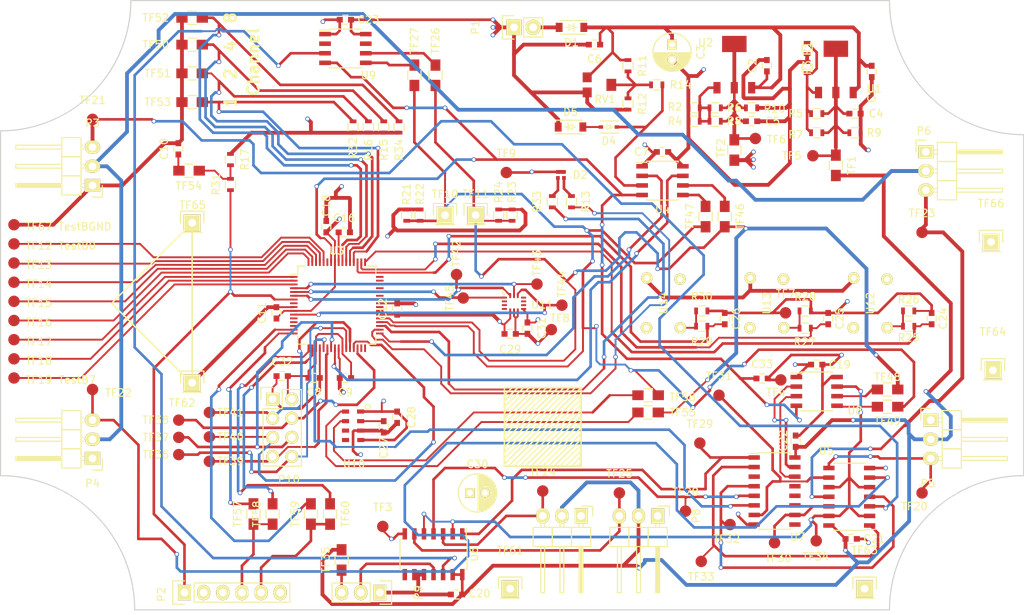
<source format=kicad_pcb>
(kicad_pcb (version 4) (host pcbnew 4.0.0-rc2-stable)
  (layers (0 F.Cu signal) (1 In1.Cu power hide) (2 In2.Cu power hide) (31 B.Cu signal) (37 F.SilkS user) (39 F.Mask user) (44 Edge.Cuts user))
  (net 0 "")
  (net 1 +BATT)
  (net 2 GND)
  (net 3 "Net-(C4-Pad1)")
  (net 4 "Net-(C5-Pad1)")
  (net 5 +3V3)
  (net 6 "Net-(C10-Pad1)")
  (net 7 "Net-(C16-Pad1)")
  (net 8 +5V)
  (net 9 BTN1)
  (net 10 BTN2)
  (net 11 BTN3)
  (net 12 "Net-(C27-Pad1)")
  (net 13 MCLR)
  (net 14 "Net-(P2-Pad4)")
  (net 15 "Net-(P2-Pad5)")
  (net 16 "Net-(P2-Pad6)")
  (net 17 WS_out)
  (net 18 "Net-(P9-Pad3)")
  (net 19 wCSN)
  (net 20 wCE)
  (net 21 wMOSI)
  (net 22 wSCK)
  (net 23 wIRQ)
  (net 24 wMISO)
  (net 25 "Net-(R1-Pad1)")
  (net 26 "Net-(R2-Pad1)")
  (net 27 "Net-(R11-Pad2)")
  (net 28 "Net-(D2-Pad2)")
  (net 29 "Net-(D4-Pad1)")
  (net 30 "Net-(R15-Pad2)")
  (net 31 "Net-(R16-Pad2)")
  (net 32 "Net-(R17-Pad2)")
  (net 33 i2cDAT)
  (net 34 i2cCLK)
  (net 35 "Net-(R25-Pad1)")
  (net 36 "Net-(R27-Pad1)")
  (net 37 "Net-(R29-Pad1)")
  (net 38 "Net-(R32-Pad2)")
  (net 39 "Net-(R34-Pad2)")
  (net 40 T0)
  (net 41 T1)
  (net 42 T2)
  (net 43 T3)
  (net 44 T4)
  (net 45 T5)
  (net 46 T6)
  (net 47 T7)
  (net 48 "Net-(TF26-Pad1)")
  (net 49 "Net-(TF27-Pad1)")
  (net 50 "Net-(TF28-Pad1)")
  (net 51 "Net-(TF29-Pad1)")
  (net 52 "Net-(TF30-Pad1)")
  (net 53 "Net-(TF31-Pad1)")
  (net 54 "Net-(TF32-Pad1)")
  (net 55 "Net-(TF33-Pad1)")
  (net 56 "Net-(TF34-Pad1)")
  (net 57 aMOSI)
  (net 58 aSCK)
  (net 59 aCSB)
  (net 60 aMISO)
  (net 61 "Net-(TF46-Pad2)")
  (net 62 "Net-(TF47-Pad2)")
  (net 63 "Net-(TF48-Pad2)")
  (net 64 "Net-(TF49-Pad2)")
  (net 65 "Net-(TF55-Pad1)")
  (net 66 "Net-(TF56-Pad1)")
  (net 67 ProgD_2)
  (net 68 ProgC_2)
  (net 69 "Net-(U3-Pad8)")
  (net 70 "Net-(U3-Pad12)")
  (net 71 "Net-(U3-Pad13)")
  (net 72 "Net-(U3-Pad14)")
  (net 73 ServIntRD)
  (net 74 battWarn)
  (net 75 "Net-(U3-Pad31)")
  (net 76 "Net-(U3-Pad32)")
  (net 77 "Net-(U3-Pad42)")
  (net 78 "Net-(U3-Pad43)")
  (net 79 "Net-(U3-Pad44)")
  (net 80 "Net-(U3-Pad45)")
  (net 81 "Net-(U3-Pad46)")
  (net 82 SCLR)
  (net 83 "Net-(U3-Pad59)")
  (net 84 "Net-(U6-Pad8)")
  (net 85 WS_sig)
  (net 86 "Net-(U7-Pad3)")
  (net 87 "Net-(U7-Pad9)")
  (net 88 "Net-(U7-Pad11)")
  (net 89 "Net-(U7-Pad12)")
  (net 90 "Net-(U7-Pad13)")
  (net 91 "Net-(U7-Pad14)")
  (net 92 "Net-(U7-Pad15)")
  (net 93 "Net-(U9-Pad2)")
  (net 94 "Net-(U9-Pad7)")
  (net 95 "Net-(U12-Pad4)")
  (net 96 "Net-(U13-Pad4)")
  (net 97 "Net-(U14-Pad4)")
  (net 98 "Net-(D1-Pad2)")
  (net 99 "Net-(D2-Pad1)")
  (net 100 "Net-(D4-Pad2)")
  (net 101 "Net-(P3-Pad3)")
  (net 102 "Net-(P4-Pad3)")
  (net 103 "Net-(P5-Pad3)")
  (net 104 "Net-(P6-Pad3)")
  (net 105 "Net-(P7-Pad3)")
  (net 106 "Net-(P8-Pad3)")
  (net 107 batled_out1)
  (net 108 batled_out2)
  (net 109 batled_in)
  (net 110 "Net-(U10-Pad5)")
  (net 111 "Net-(U10-Pad6)")
  (net 112 "Net-(U11-Pad2)")
  (net 113 "Net-(U11-Pad3)")
  (net 114 "Net-(U11-Pad4)")
  (net 115 "Net-(U11-Pad9)")
  (net 116 "Net-(U11-Pad10)")
  (net 117 "Net-(U11-Pad11)")
  (net 118 "Net-(U12-Pad2)")
  (net 119 "Net-(U13-Pad2)")
  (net 120 "Net-(U14-Pad2)")
  (net 121 "Net-(U3-Pad39)")
  (net 122 "Net-(U3-Pad40)")
  (net 123 "Net-(U3-Pad47)")
  (net 124 "Net-(U3-Pad48)")
  (net 125 ProgD_1)
  (net 126 ProgC_1)
  (module Capacitors_SMD:C_0603 (layer F.Cu) (at 149.0345 49.022 270)
    (fp_text reference C1 (at 3.175 0 270) (layer F.SilkS))
    (fp_text value 0u1)
    (pad 1 smd rect (at -0.75 0 270) (size 0.8 0.75) (layers F.Cu F.Mask) (net 1 +BATT))
    (pad 2 smd rect (at 0.75 0 270) (size 0.8 0.75) (layers F.Cu F.Mask) (net 2 GND))
  )
  (module Capacitors_SMD:C_0603 (layer F.Cu) (at 135.128 48.26 90)
    (fp_text reference C2 (at 0 -1.9 90) (layer F.SilkS))
    (fp_text value 0u1)
    (pad 1 smd rect (at -0.75 0 90) (size 0.8 0.75) (layers F.Cu F.Mask) (net 1 +BATT))
    (pad 2 smd rect (at 0.75 0 90) (size 0.8 0.75) (layers F.Cu F.Mask) (net 2 GND))
  )
  (module Capacitors_ThroughHole:C_Radial_D5_L11_P2 (layer F.Cu) (at 122.555 45.466 270)
    (fp_text reference C3 (at 1 -3.8 270) (layer F.SilkS))
    (fp_text value 100uf)
    (pad 1 thru_hole rect (at 0 0 270) (size 1.3 1.3) (drill 0.8) (layers *.Cu *.Mask F.SilkS) (net 1 +BATT))
    (pad 2 thru_hole circle (at 2 0 270) (size 1.3 1.3) (drill 0.8) (layers *.Cu *.Mask F.SilkS) (net 2 GND))
  )
  (module Capacitors_SMD:C_0603 (layer F.Cu) (at 146.812 54.61)
    (fp_text reference C4 (at 2.794 0) (layer F.SilkS))
    (fp_text value 1uf)
    (pad 1 smd rect (at -0.75 0) (size 0.8 0.75) (layers F.Cu F.Mask) (net 3 "Net-(C4-Pad1)"))
    (pad 2 smd rect (at 0.75 0) (size 0.8 0.75) (layers F.Cu F.Mask) (net 2 GND))
  )
  (module Capacitors_SMD:C_0603 (layer F.Cu) (at 133.096 55.626)
    (fp_text reference C5 (at 2.794 0) (layer F.SilkS))
    (fp_text value 1uf)
    (pad 1 smd rect (at -0.75 0) (size 0.8 0.75) (layers F.Cu F.Mask) (net 4 "Net-(C5-Pad1)"))
    (pad 2 smd rect (at 0.75 0) (size 0.8 0.75) (layers F.Cu F.Mask) (net 2 GND))
  )
  (module Capacitors_SMD:C_0603 (layer F.Cu) (at 112.268 45.466 180)
    (fp_text reference C6 (at 0 -1.9 180) (layer F.SilkS))
    (fp_text value 0u1)
    (pad 1 smd rect (at -0.75 0 180) (size 0.8 0.75) (layers F.Cu F.Mask) (net 1 +BATT))
    (pad 2 smd rect (at 0.75 0 180) (size 0.8 0.75) (layers F.Cu F.Mask) (net 2 GND))
  )
  (module Capacitors_SMD:C_0603 (layer F.Cu) (at 121.285 59.69 180)
    (fp_text reference C7 (at 2.794 0 180) (layer F.SilkS))
    (fp_text value 0u1)
    (pad 1 smd rect (at -0.75 0 180) (size 0.8 0.75) (layers F.Cu F.Mask) (net 2 GND))
    (pad 2 smd rect (at 0.75 0 180) (size 0.8 0.75) (layers F.Cu F.Mask) (net 5 +3V3))
  )
  (module Capacitors_SMD:C_0603 (layer F.Cu) (at 75.1 89.65 180)
    (fp_text reference C8 (at 0 -1.9 180) (layer F.SilkS))
    (fp_text value 0u1)
    (pad 1 smd rect (at -0.75 0 180) (size 0.8 0.75) (layers F.Cu F.Mask) (net 2 GND))
    (pad 2 smd rect (at 0.75 0 180) (size 0.8 0.75) (layers F.Cu F.Mask) (net 5 +3V3))
  )
  (module Capacitors_SMD:C_0603 (layer F.Cu) (at 79.248 89.662 180)
    (fp_text reference C9 (at 0 -1.9 180) (layer F.SilkS))
    (fp_text value 0u1)
    (pad 1 smd rect (at -0.75 0 180) (size 0.8 0.75) (layers F.Cu F.Mask) (net 5 +3V3))
    (pad 2 smd rect (at 0.75 0 180) (size 0.8 0.75) (layers F.Cu F.Mask) (net 2 GND))
  )
  (module Capacitors_SMD:C_0603 (layer F.Cu) (at 57.0992 59.2836 90)
    (fp_text reference C10 (at 0 -1.9 90) (layer F.SilkS))
    (fp_text value 0u1)
    (pad 1 smd rect (at -0.75 0 90) (size 0.8 0.75) (layers F.Cu F.Mask) (net 6 "Net-(C10-Pad1)"))
    (pad 2 smd rect (at 0.75 0 90) (size 0.8 0.75) (layers F.Cu F.Mask) (net 2 GND))
  )
  (module Capacitors_SMD:C_0603 (layer F.Cu) (at 70.104 81.026 90)
    (fp_text reference C11 (at 0 -1.9 90) (layer F.SilkS))
    (fp_text value 0u1)
    (pad 1 smd rect (at -0.75 0 90) (size 0.8 0.75) (layers F.Cu F.Mask) (net 5 +3V3))
    (pad 2 smd rect (at 0.75 0 90) (size 0.8 0.75) (layers F.Cu F.Mask) (net 2 GND))
  )
  (module Capacitors_SMD:C_0603 (layer F.Cu) (at 86.106 80.518 90)
    (fp_text reference C12 (at 0 -1.9 90) (layer F.SilkS))
    (fp_text value 0u1)
    (pad 1 smd rect (at -0.75 0 90) (size 0.8 0.75) (layers F.Cu F.Mask) (net 5 +3V3))
    (pad 2 smd rect (at 0.75 0 90) (size 0.8 0.75) (layers F.Cu F.Mask) (net 2 GND))
  )
  (module Capacitors_SMD:C_0603 (layer F.Cu) (at 79.1 70.35)
    (fp_text reference C16 (at 0 -1.9) (layer F.SilkS))
    (fp_text value 10u)
    (pad 1 smd rect (at -0.75 0) (size 0.8 0.75) (layers F.Cu F.Mask) (net 7 "Net-(C16-Pad1)"))
    (pad 2 smd rect (at 0.75 0) (size 0.8 0.75) (layers F.Cu F.Mask) (net 2 GND))
  )
  (module Capacitors_SMD:C_0603 (layer F.Cu) (at 76.708 69.596 90)
    (fp_text reference C18 (at 2.794 0 90) (layer F.SilkS))
    (fp_text value 0u1)
    (pad 1 smd rect (at -0.75 0 90) (size 0.8 0.75) (layers F.Cu F.Mask) (net 5 +3V3))
    (pad 2 smd rect (at 0.75 0 90) (size 0.8 0.75) (layers F.Cu F.Mask) (net 2 GND))
  )
  (module Capacitors_SMD:C_0603 (layer F.Cu) (at 141.732 87.884 180)
    (fp_text reference C19 (at -3.048 0 180) (layer F.SilkS))
    (fp_text value 0u1)
    (pad 1 smd rect (at -0.75 0 180) (size 0.8 0.75) (layers F.Cu F.Mask) (net 2 GND))
    (pad 2 smd rect (at 0.75 0 180) (size 0.8 0.75) (layers F.Cu F.Mask) (net 5 +3V3))
  )
  (module Capacitors_SMD:C_0603 (layer F.Cu) (at 93.98 118.364 180)
    (fp_text reference C20 (at -3.048 0.127 180) (layer F.SilkS))
    (fp_text value 0u1)
    (pad 1 smd rect (at -0.75 0 180) (size 0.8 0.75) (layers F.Cu F.Mask) (net 8 +5V))
    (pad 2 smd rect (at 0.75 0 180) (size 0.8 0.75) (layers F.Cu F.Mask) (net 2 GND))
  )
  (module Capacitors_SMD:C_0603 (layer F.Cu) (at 146.304 110.998)
    (fp_text reference C21 (at 3.048 0) (layer F.SilkS))
    (fp_text value 0u1)
    (pad 1 smd rect (at -0.75 0) (size 0.8 0.75) (layers F.Cu F.Mask) (net 8 +5V))
    (pad 2 smd rect (at 0.75 0) (size 0.8 0.75) (layers F.Cu F.Mask) (net 2 GND))
  )
  (module Capacitors_SMD:C_0603 (layer F.Cu) (at 138.938 98.044 90)
    (fp_text reference C22 (at 0.0635 -1.651 90) (layer F.SilkS))
    (fp_text value 0u1)
    (pad 1 smd rect (at -0.75 0 90) (size 0.8 0.75) (layers F.Cu F.Mask) (net 8 +5V))
    (pad 2 smd rect (at 0.75 0 90) (size 0.8 0.75) (layers F.Cu F.Mask) (net 2 GND))
  )
  (module Capacitors_SMD:C_0603 (layer F.Cu) (at 79.248 42.164 180)
    (fp_text reference C23 (at -3.048 0 180) (layer F.SilkS))
    (fp_text value 0u1)
    (pad 1 smd rect (at -0.75 0 180) (size 0.8 0.75) (layers F.Cu F.Mask) (net 2 GND))
    (pad 2 smd rect (at 0.75 0 180) (size 0.8 0.75) (layers F.Cu F.Mask) (net 5 +3V3))
  )
  (module Capacitors_SMD:C_0603 (layer F.Cu) (at 156.972 81.788 90)
    (fp_text reference C24 (at 0 1.524 90) (layer F.SilkS))
    (fp_text value 10u)
    (pad 1 smd rect (at -0.75 0 90) (size 0.8 0.75) (layers F.Cu F.Mask) (net 9 BTN1))
    (pad 2 smd rect (at 0.75 0 90) (size 0.8 0.75) (layers F.Cu F.Mask) (net 2 GND))
  )
  (module Capacitors_SMD:C_0603 (layer F.Cu) (at 143.256 81.788 90)
    (fp_text reference C25 (at 0 1.524 90) (layer F.SilkS))
    (fp_text value 10u)
    (pad 1 smd rect (at -0.75 0 90) (size 0.8 0.75) (layers F.Cu F.Mask) (net 10 BTN2))
    (pad 2 smd rect (at 0.75 0 90) (size 0.8 0.75) (layers F.Cu F.Mask) (net 2 GND))
  )
  (module Capacitors_SMD:C_0603 (layer F.Cu) (at 129.54 81.788 90)
    (fp_text reference C26 (at 0 1.524 90) (layer F.SilkS))
    (fp_text value 10u)
    (pad 1 smd rect (at -0.75 0 90) (size 0.8 0.75) (layers F.Cu F.Mask) (net 11 BTN3))
    (pad 2 smd rect (at 0.75 0 90) (size 0.8 0.75) (layers F.Cu F.Mask) (net 2 GND))
  )
  (module Capacitors_SMD:C_0603 (layer F.Cu) (at 84.328 96.139 270)
    (fp_text reference C27 (at 2.794 0 270) (layer F.SilkS))
    (fp_text value 0u1)
    (pad 1 smd rect (at -0.75 0 270) (size 0.8 0.75) (layers F.Cu F.Mask) (net 12 "Net-(C27-Pad1)"))
    (pad 2 smd rect (at 0.75 0 270) (size 0.8 0.75) (layers F.Cu F.Mask) (net 2 GND))
  )
  (module Capacitors_SMD:C_0603 (layer F.Cu) (at 86.106 94.869 270)
    (fp_text reference C28 (at 0 -1.9 270) (layer F.SilkS))
    (fp_text value 0u1)
    (pad 1 smd rect (at -0.75 0 270) (size 0.8 0.75) (layers F.Cu F.Mask) (net 5 +3V3))
    (pad 2 smd rect (at 0.75 0 270) (size 0.8 0.75) (layers F.Cu F.Mask) (net 2 GND))
  )
  (module Capacitors_SMD:C_0603 (layer F.Cu) (at 101.092 83.82)
    (fp_text reference C29 (at 0 2.032) (layer F.SilkS))
    (fp_text value 0u1)
    (pad 1 smd rect (at -0.75 0) (size 0.8 0.75) (layers F.Cu F.Mask) (net 5 +3V3))
    (pad 2 smd rect (at 0.75 0) (size 0.8 0.75) (layers F.Cu F.Mask) (net 2 GND))
  )
  (module Capacitors_ThroughHole:C_Radial_D5_L11_P2 (layer F.Cu) (at 95.758 104.902)
    (fp_text reference C30 (at 1 -3.8) (layer F.SilkS))
    (fp_text value 10u)
    (pad 1 thru_hole rect (at 0 0) (size 1.3 1.3) (drill 0.8) (layers *.Cu *.Mask F.SilkS) (net 5 +3V3))
    (pad 2 thru_hole circle (at 2 0) (size 1.3 1.3) (drill 0.8) (layers *.Cu *.Mask F.SilkS) (net 2 GND))
  )
  (module Capacitors_SMD:C_0603 (layer F.Cu) (at 103.378 83.058 270)
    (fp_text reference C31 (at 0 -1.9 270) (layer F.SilkS))
    (fp_text value 0u1)
    (pad 1 smd rect (at -0.75 0 270) (size 0.8 0.75) (layers F.Cu F.Mask) (net 5 +3V3))
    (pad 2 smd rect (at 0.75 0 270) (size 0.8 0.75) (layers F.Cu F.Mask) (net 2 GND))
  )
  (module Capacitors_SMD:C_0603 (layer F.Cu) (at 70.866 89.408)
    (fp_text reference C32 (at 0 -1.9) (layer F.SilkS))
    (fp_text value 0u1)
    (pad 1 smd rect (at -0.75 0) (size 0.8 0.75) (layers F.Cu F.Mask) (net 2 GND))
    (pad 2 smd rect (at 0.75 0) (size 0.8 0.75) (layers F.Cu F.Mask) (net 5 +3V3))
  )
  (module Diodes_SMD:SOD-123 (layer F.Cu) (at 109.22 43.18 180)
    (fp_text reference D1 (at 0 -2 180) (layer F.SilkS))
    (fp_text value D)
    (pad 1 smd rect (at -1.635 0 180) (size 0.91 1.22) (layers F.Cu F.Mask) (net 1 +BATT))
    (pad 2 smd rect (at 1.635 0 180) (size 0.91 1.22) (layers F.Cu F.Mask) (net 98 "Net-(D1-Pad2)"))
  )
  (module PCBlib:dualLED (layer F.Cu) (at 107.823 62.738)
    (fp_text reference D2 (at 2.54 0) (layer F.SilkS))
    (fp_text value Dual_LED)
    (pad 1 smd rect (at -0.4 0.4) (size 0.5 0.5) (layers F.Cu F.Mask) (net 99 "Net-(D2-Pad1)"))
    (pad 2 smd rect (at 0.4 0.4) (size 0.5 0.5) (layers F.Cu F.Mask) (net 28 "Net-(D2-Pad2)"))
    (pad 3 smd rect (at 0.4 -0.4) (size 0.5 0.5) (layers F.Cu F.Mask) (net 2 GND))
    (pad 4 smd rect (at -0.4 -0.4) (size 0.5 0.5) (layers F.Cu F.Mask) (net 2 GND))
  )
  (module Diodes_SMD:SOD-323 (layer F.Cu) (at 114.173 56.388 180)
    (fp_text reference D4 (at 0 -1.85 180) (layer F.SilkS))
    (fp_text value 3.4V)
    (pad 1 smd rect (at -1.055 0 180) (size 0.59 0.45) (layers F.Cu F.Mask) (net 29 "Net-(D4-Pad1)"))
    (pad 2 smd rect (at 1.055 0 180) (size 0.59 0.45) (layers F.Cu F.Mask) (net 100 "Net-(D4-Pad2)"))
  )
  (module Diodes_SMD:SOD-123 (layer F.Cu) (at 109.093 56.388)
    (fp_text reference D5 (at 0 -2) (layer F.SilkS))
    (fp_text value TV)
    (pad 1 smd rect (at -1.635 0) (size 0.91 1.22) (layers F.Cu F.Mask) (net 2 GND))
    (pad 2 smd rect (at 1.635 0) (size 0.91 1.22) (layers F.Cu F.Mask) (net 100 "Net-(D4-Pad2)"))
  )
  (module Pin_Headers:Pin_Header_Straight_1x02 (layer F.Cu) (at 101.6 43.18 90)
    (fp_text reference P1 (at 0 -5.1 90) (layer F.SilkS))
    (fp_text value Battery)
    (pad 1 thru_hole rect (at 0 0 90) (size 2.032 2.032) (drill 1.016) (layers *.Cu *.Mask F.SilkS) (net 2 GND))
    (pad 2 thru_hole oval (at 0 2.54 90) (size 2.032 2.032) (drill 1.016) (layers *.Cu *.Mask F.SilkS) (net 98 "Net-(D1-Pad2)"))
  )
  (module Pin_Headers:Pin_Header_Straight_1x06 (layer F.Cu) (at 57.912 118.11 90)
    (fp_text reference P2 (at -0.254 -3.048 90) (layer F.SilkS))
    (fp_text value DEBUG)
    (pad 1 thru_hole rect (at 0 0 90) (size 2.032 1.7272) (drill 1.016) (layers *.Cu *.Mask F.SilkS) (net 13 MCLR))
    (pad 2 thru_hole oval (at 0 2.54 90) (size 2.032 1.7272) (drill 1.016) (layers *.Cu *.Mask F.SilkS) (net 5 +3V3))
    (pad 3 thru_hole oval (at 0 5.08 90) (size 2.032 1.7272) (drill 1.016) (layers *.Cu *.Mask F.SilkS) (net 2 GND))
    (pad 4 thru_hole oval (at 0 7.62 90) (size 2.032 1.7272) (drill 1.016) (layers *.Cu *.Mask F.SilkS) (net 14 "Net-(P2-Pad4)"))
    (pad 5 thru_hole oval (at 0 10.16 90) (size 2.032 1.7272) (drill 1.016) (layers *.Cu *.Mask F.SilkS) (net 15 "Net-(P2-Pad5)"))
    (pad 6 thru_hole oval (at 0 12.7 90) (size 2.032 1.7272) (drill 1.016) (layers *.Cu *.Mask F.SilkS) (net 16 "Net-(P2-Pad6)"))
  )
  (module Pin_Headers:Pin_Header_Angled_1x03 (layer F.Cu) (at 45.72 64.135 180)
    (fp_text reference P3 (at 0 8.255 180) (layer F.SilkS))
    (fp_text value Serv1)
    (pad 1 thru_hole rect (at 0 0 180) (size 2.032 1.7272) (drill 1.016) (layers *.Cu *.Mask F.SilkS) (net 2 GND))
    (pad 2 thru_hole oval (at 0 2.54 180) (size 2.032 1.7272) (drill 1.016) (layers *.Cu *.Mask F.SilkS) (net 8 +5V))
    (pad 3 thru_hole oval (at 0 5.08 180) (size 2.032 1.7272) (drill 1.016) (layers *.Cu *.Mask F.SilkS) (net 101 "Net-(P3-Pad3)"))
  )
  (module Pin_Headers:Pin_Header_Angled_1x03 (layer F.Cu) (at 45.72 100.33 180)
    (fp_text reference P4 (at 0 -3.302 180) (layer F.SilkS))
    (fp_text value Serv2)
    (pad 1 thru_hole rect (at 0 0 180) (size 2.032 1.7272) (drill 1.016) (layers *.Cu *.Mask F.SilkS) (net 2 GND))
    (pad 2 thru_hole oval (at 0 2.54 180) (size 2.032 1.7272) (drill 1.016) (layers *.Cu *.Mask F.SilkS) (net 8 +5V))
    (pad 3 thru_hole oval (at 0 5.08 180) (size 2.032 1.7272) (drill 1.016) (layers *.Cu *.Mask F.SilkS) (net 102 "Net-(P4-Pad3)"))
  )
  (module Pin_Headers:Pin_Header_Angled_1x03 (layer F.Cu) (at 156.845 95.25)
    (fp_text reference P5 (at -0.381 8.382) (layer F.SilkS))
    (fp_text value Serv3)
    (pad 1 thru_hole rect (at 0 0) (size 2.032 1.7272) (drill 1.016) (layers *.Cu *.Mask F.SilkS) (net 2 GND))
    (pad 2 thru_hole oval (at 0 2.54) (size 2.032 1.7272) (drill 1.016) (layers *.Cu *.Mask F.SilkS) (net 8 +5V))
    (pad 3 thru_hole oval (at 0 5.08) (size 2.032 1.7272) (drill 1.016) (layers *.Cu *.Mask F.SilkS) (net 103 "Net-(P5-Pad3)"))
  )
  (module Pin_Headers:Pin_Header_Angled_1x03 (layer F.Cu) (at 156.21 59.69)
    (fp_text reference P6 (at -0.254 -2.794) (layer F.SilkS))
    (fp_text value Serv4)
    (pad 1 thru_hole rect (at 0 0) (size 2.032 1.7272) (drill 1.016) (layers *.Cu *.Mask F.SilkS) (net 2 GND))
    (pad 2 thru_hole oval (at 0 2.54) (size 2.032 1.7272) (drill 1.016) (layers *.Cu *.Mask F.SilkS) (net 8 +5V))
    (pad 3 thru_hole oval (at 0 5.08) (size 2.032 1.7272) (drill 1.016) (layers *.Cu *.Mask F.SilkS) (net 104 "Net-(P6-Pad3)"))
  )
  (module Pin_Headers:Pin_Header_Angled_1x03 (layer F.Cu) (at 110.49 107.95 270)
    (fp_text reference P7 (at 0 -5.1 270) (layer F.SilkS))
    (fp_text value SecServ1)
    (pad 1 thru_hole rect (at 0 0 270) (size 2.032 1.7272) (drill 1.016) (layers *.Cu *.Mask F.SilkS) (net 2 GND))
    (pad 2 thru_hole oval (at 0 2.54 270) (size 2.032 1.7272) (drill 1.016) (layers *.Cu *.Mask F.SilkS) (net 8 +5V))
    (pad 3 thru_hole oval (at 0 5.08 270) (size 2.032 1.7272) (drill 1.016) (layers *.Cu *.Mask F.SilkS) (net 105 "Net-(P7-Pad3)"))
  )
  (module Pin_Headers:Pin_Header_Angled_1x03 (layer F.Cu) (at 120.65 107.95 270)
    (fp_text reference P8 (at 0 -5.1 270) (layer F.SilkS))
    (fp_text value SecServ2)
    (pad 1 thru_hole rect (at 0 0 270) (size 2.032 1.7272) (drill 1.016) (layers *.Cu *.Mask F.SilkS) (net 2 GND))
    (pad 2 thru_hole oval (at 0 2.54 270) (size 2.032 1.7272) (drill 1.016) (layers *.Cu *.Mask F.SilkS) (net 8 +5V))
    (pad 3 thru_hole oval (at 0 5.08 270) (size 2.032 1.7272) (drill 1.016) (layers *.Cu *.Mask F.SilkS) (net 106 "Net-(P8-Pad3)"))
  )
  (module Pin_Headers:Pin_Header_Straight_1x03 (layer F.Cu) (at 83.82 118.11 270)
    (fp_text reference P9 (at 0 -5.1 270) (layer F.SilkS))
    (fp_text value ws2812)
    (pad 1 thru_hole rect (at 0 0 270) (size 2.032 1.7272) (drill 1.016) (layers *.Cu *.Mask F.SilkS) (net 2 GND))
    (pad 2 thru_hole oval (at 0 2.54 270) (size 2.032 1.7272) (drill 1.016) (layers *.Cu *.Mask F.SilkS) (net 17 WS_out))
    (pad 3 thru_hole oval (at 0 5.08 270) (size 2.032 1.7272) (drill 1.016) (layers *.Cu *.Mask F.SilkS) (net 18 "Net-(P9-Pad3)"))
  )
  (module Pin_Headers:Pin_Header_Straight_2x04 (layer F.Cu) (at 69.596 92.456)
    (fp_text reference P10 (at 2.159 10.668) (layer F.SilkS))
    (fp_text value CONN_02X04)
    (pad 1 thru_hole rect (at 0 0) (size 1.7272 1.7272) (drill 1.016) (layers *.Cu *.Mask F.SilkS) (net 2 GND))
    (pad 2 thru_hole oval (at 2.54 0) (size 1.7272 1.7272) (drill 1.016) (layers *.Cu *.Mask F.SilkS) (net 5 +3V3))
    (pad 3 thru_hole oval (at 0 2.54) (size 1.7272 1.7272) (drill 1.016) (layers *.Cu *.Mask F.SilkS) (net 20 wCE))
    (pad 4 thru_hole oval (at 2.54 2.54) (size 1.7272 1.7272) (drill 1.016) (layers *.Cu *.Mask F.SilkS) (net 19 wCSN))
    (pad 5 thru_hole oval (at 0 5.08) (size 1.7272 1.7272) (drill 1.016) (layers *.Cu *.Mask F.SilkS) (net 22 wSCK))
    (pad 6 thru_hole oval (at 2.54 5.08) (size 1.7272 1.7272) (drill 1.016) (layers *.Cu *.Mask F.SilkS) (net 21 wMOSI))
    (pad 7 thru_hole oval (at 0 7.62) (size 1.7272 1.7272) (drill 1.016) (layers *.Cu *.Mask F.SilkS) (net 24 wMISO))
    (pad 8 thru_hole oval (at 2.54 7.62) (size 1.7272 1.7272) (drill 1.016) (layers *.Cu *.Mask F.SilkS) (net 23 wIRQ))
  )
  (module Resistors_SMD:R_0603 (layer F.Cu) (at 140.462 48.514 90)
    (fp_text reference R1 (at 2.54 0 90) (layer F.SilkS))
    (fp_text value 1K)
    (pad 1 smd rect (at -0.75 0 90) (size 0.5 0.9) (layers F.Cu F.Mask) (net 25 "Net-(R1-Pad1)"))
    (pad 2 smd rect (at 0.75 0 90) (size 0.5 0.9) (layers F.Cu F.Mask) (net 2 GND))
  )
  (module Resistors_SMD:R_0603 (layer F.Cu) (at 125.476 53.848 180)
    (fp_text reference R2 (at 2.54 0.127 180) (layer F.SilkS))
    (fp_text value 540R)
    (pad 1 smd rect (at -0.75 0 180) (size 0.5 0.9) (layers F.Cu F.Mask) (net 26 "Net-(R2-Pad1)"))
    (pad 2 smd rect (at 0.75 0 180) (size 0.5 0.9) (layers F.Cu F.Mask) (net 2 GND))
  )
  (module Resistors_SMD:R_0603 (layer F.Cu) (at 140.462 45.974 270)
    (fp_text reference R3 (at 2.54 0 270) (layer F.SilkS))
    (fp_text value TV)
    (pad 1 smd rect (at -0.75 0 270) (size 0.5 0.9) (layers F.Cu F.Mask) (net 25 "Net-(R1-Pad1)"))
    (pad 2 smd rect (at 0.75 0 270) (size 0.5 0.9) (layers F.Cu F.Mask) (net 2 GND))
  )
  (module Resistors_SMD:R_0603 (layer F.Cu) (at 125.476 55.626 180)
    (fp_text reference R4 (at 2.54 0 180) (layer F.SilkS))
    (fp_text value TV)
    (pad 1 smd rect (at -0.75 0 180) (size 0.5 0.9) (layers F.Cu F.Mask) (net 26 "Net-(R2-Pad1)"))
    (pad 2 smd rect (at 0.75 0 180) (size 0.5 0.9) (layers F.Cu F.Mask) (net 2 GND))
  )
  (module Resistors_SMD:R_0603 (layer F.Cu) (at 141.732 54.61 180)
    (fp_text reference R5 (at 2.794 0 180) (layer F.SilkS))
    (fp_text value 330R)
    (pad 1 smd rect (at -0.75 0 180) (size 0.5 0.9) (layers F.Cu F.Mask) (net 3 "Net-(C4-Pad1)"))
    (pad 2 smd rect (at 0.75 0 180) (size 0.5 0.9) (layers F.Cu F.Mask) (net 25 "Net-(R1-Pad1)"))
  )
  (module Resistors_SMD:R_0603 (layer F.Cu) (at 128.27 53.848 180)
    (fp_text reference R6 (at -2.54 0 180) (layer F.SilkS))
    (fp_text value 330R)
    (pad 1 smd rect (at -0.75 0 180) (size 0.5 0.9) (layers F.Cu F.Mask) (net 4 "Net-(C5-Pad1)"))
    (pad 2 smd rect (at 0.75 0 180) (size 0.5 0.9) (layers F.Cu F.Mask) (net 26 "Net-(R2-Pad1)"))
  )
  (module Resistors_SMD:R_0603 (layer F.Cu) (at 141.732 57.15 180)
    (fp_text reference R7 (at 2.794 -0.254 180) (layer F.SilkS))
    (fp_text value TV)
    (pad 1 smd rect (at -0.75 0 180) (size 0.5 0.9) (layers F.Cu F.Mask) (net 3 "Net-(C4-Pad1)"))
    (pad 2 smd rect (at 0.75 0 180) (size 0.5 0.9) (layers F.Cu F.Mask) (net 25 "Net-(R1-Pad1)"))
  )
  (module Resistors_SMD:R_0603 (layer F.Cu) (at 128.27 55.626 180)
    (fp_text reference R8 (at -2.54 0 180) (layer F.SilkS))
    (fp_text value TV)
    (pad 1 smd rect (at -0.75 0 180) (size 0.5 0.9) (layers F.Cu F.Mask) (net 4 "Net-(C5-Pad1)"))
    (pad 2 smd rect (at 0.75 0 180) (size 0.5 0.9) (layers F.Cu F.Mask) (net 26 "Net-(R2-Pad1)"))
  )
  (module Resistors_SMD:R_0603 (layer F.Cu) (at 146.812 57.15)
    (fp_text reference R9 (at 2.54 0) (layer F.SilkS))
    (fp_text value 680R)
    (pad 1 smd rect (at -0.75 0) (size 0.5 0.9) (layers F.Cu F.Mask) (net 3 "Net-(C4-Pad1)"))
    (pad 2 smd rect (at 0.75 0) (size 0.5 0.9) (layers F.Cu F.Mask) (net 2 GND))
  )
  (module Resistors_SMD:R_0603 (layer F.Cu) (at 133.096 53.848)
    (fp_text reference R10 (at 3.048 0.127) (layer F.SilkS))
    (fp_text value 470R)
    (pad 1 smd rect (at -0.75 0) (size 0.5 0.9) (layers F.Cu F.Mask) (net 4 "Net-(C5-Pad1)"))
    (pad 2 smd rect (at 0.75 0) (size 0.5 0.9) (layers F.Cu F.Mask) (net 2 GND))
  )
  (module Resistors_SMD:R_0603 (layer F.Cu) (at 116.713 48.26 270)
    (fp_text reference R11 (at 0 -1.9 270) (layer F.SilkS))
    (fp_text value TV)
    (pad 1 smd rect (at -0.75 0 270) (size 0.5 0.9) (layers F.Cu F.Mask) (net 1 +BATT))
    (pad 2 smd rect (at 0.75 0 270) (size 0.5 0.9) (layers F.Cu F.Mask) (net 27 "Net-(R11-Pad2)"))
  )
  (module Resistors_SMD:R_0603 (layer F.Cu) (at 116.713 53.34 270)
    (fp_text reference R12 (at 0 -1.9 270) (layer F.SilkS))
    (fp_text value TV)
    (pad 1 smd rect (at -0.75 0 270) (size 0.5 0.9) (layers F.Cu F.Mask) (net 27 "Net-(R11-Pad2)"))
    (pad 2 smd rect (at 0.75 0 270) (size 0.5 0.9) (layers F.Cu F.Mask) (net 2 GND))
  )
  (module Resistors_SMD:R_0603 (layer F.Cu) (at 109.22 66.294 270)
    (fp_text reference R13 (at 0 -1.9 270) (layer F.SilkS))
    (fp_text value 50R)
    (pad 1 smd rect (at -0.75 0 270) (size 0.5 0.9) (layers F.Cu F.Mask) (net 28 "Net-(D2-Pad2)"))
    (pad 2 smd rect (at 0.75 0 270) (size 0.5 0.9) (layers F.Cu F.Mask) (net 107 batled_out1))
  )
  (module Resistors_SMD:R_0603 (layer F.Cu) (at 120.523 50.8 180)
    (fp_text reference R14 (at -3.175 0 180) (layer F.SilkS))
    (fp_text value 1K)
    (pad 1 smd rect (at -0.75 0 180) (size 0.5 0.9) (layers F.Cu F.Mask) (net 29 "Net-(D4-Pad1)"))
    (pad 2 smd rect (at 0.75 0 180) (size 0.5 0.9) (layers F.Cu F.Mask) (net 27 "Net-(R11-Pad2)"))
  )
  (module Resistors_SMD:R_0603 (layer F.Cu) (at 84.328 56.388 90)
    (fp_text reference R15 (at -3.048 0 90) (layer F.SilkS))
    (fp_text value 10K)
    (pad 1 smd rect (at -0.75 0 90) (size 0.5 0.9) (layers F.Cu F.Mask) (net 5 +3V3))
    (pad 2 smd rect (at 0.75 0 90) (size 0.5 0.9) (layers F.Cu F.Mask) (net 30 "Net-(R15-Pad2)"))
  )
  (module Resistors_SMD:R_0603 (layer F.Cu) (at 82.296 56.388 90)
    (fp_text reference R16 (at -3.048 0 90) (layer F.SilkS))
    (fp_text value 10K)
    (pad 1 smd rect (at -0.75 0 90) (size 0.5 0.9) (layers F.Cu F.Mask) (net 5 +3V3))
    (pad 2 smd rect (at 0.75 0 90) (size 0.5 0.9) (layers F.Cu F.Mask) (net 31 "Net-(R16-Pad2)"))
  )
  (module Resistors_SMD:R_0603 (layer F.Cu) (at 64.008 60.706 270)
    (fp_text reference R17 (at 0 -1.9 270) (layer F.SilkS))
    (fp_text value 10K)
    (pad 1 smd rect (at -0.75 0 270) (size 0.5 0.9) (layers F.Cu F.Mask) (net 5 +3V3))
    (pad 2 smd rect (at 0.75 0 270) (size 0.5 0.9) (layers F.Cu F.Mask) (net 32 "Net-(R17-Pad2)"))
  )
  (module Resistors_SMD:R_0603 (layer F.Cu) (at 87.376 68.072 270)
    (fp_text reference R21 (at -2.794 0 270) (layer F.SilkS))
    (fp_text value 10K)
    (pad 1 smd rect (at -0.75 0 270) (size 0.5 0.9) (layers F.Cu F.Mask) (net 5 +3V3))
    (pad 2 smd rect (at 0.75 0 270) (size 0.5 0.9) (layers F.Cu F.Mask) (net 33 i2cDAT))
  )
  (module Resistors_SMD:R_0603 (layer F.Cu) (at 89.154 68.072 270)
    (fp_text reference R22 (at -2.794 0 270) (layer F.SilkS))
    (fp_text value TV)
    (pad 1 smd rect (at -0.75 0 270) (size 0.5 0.9) (layers F.Cu F.Mask) (net 5 +3V3))
    (pad 2 smd rect (at 0.75 0 270) (size 0.5 0.9) (layers F.Cu F.Mask) (net 33 i2cDAT))
  )
  (module Resistors_SMD:R_0603 (layer F.Cu) (at 101.346 68.072 270)
    (fp_text reference R23 (at -3.048 0 270) (layer F.SilkS))
    (fp_text value 10K)
    (pad 1 smd rect (at -0.75 0 270) (size 0.5 0.9) (layers F.Cu F.Mask) (net 5 +3V3))
    (pad 2 smd rect (at 0.75 0 270) (size 0.5 0.9) (layers F.Cu F.Mask) (net 34 i2cCLK))
  )
  (module Resistors_SMD:R_0603 (layer F.Cu) (at 99.568 68.072 270)
    (fp_text reference R24 (at -3.048 0 270) (layer F.SilkS))
    (fp_text value TV)
    (pad 1 smd rect (at -0.75 0 270) (size 0.5 0.9) (layers F.Cu F.Mask) (net 5 +3V3))
    (pad 2 smd rect (at 0.75 0 270) (size 0.5 0.9) (layers F.Cu F.Mask) (net 34 i2cCLK))
  )
  (module Resistors_SMD:R_0603 (layer F.Cu) (at 153.924 82.804)
    (fp_text reference R25 (at 0 1.524) (layer F.SilkS))
    (fp_text value 100K)
    (pad 1 smd rect (at -0.75 0) (size 0.5 0.9) (layers F.Cu F.Mask) (net 35 "Net-(R25-Pad1)"))
    (pad 2 smd rect (at 0.75 0) (size 0.5 0.9) (layers F.Cu F.Mask) (net 9 BTN1))
  )
  (module Resistors_SMD:R_0603 (layer F.Cu) (at 153.924 80.772)
    (fp_text reference R26 (at 0 -1.524) (layer F.SilkS))
    (fp_text value 10K)
    (pad 1 smd rect (at -0.75 0) (size 0.5 0.9) (layers F.Cu F.Mask) (net 35 "Net-(R25-Pad1)"))
    (pad 2 smd rect (at 0.75 0) (size 0.5 0.9) (layers F.Cu F.Mask) (net 2 GND))
  )
  (module Resistors_SMD:R_0603 (layer F.Cu) (at 140.208 83.058)
    (fp_text reference R27 (at -0.0635 1.8415) (layer F.SilkS))
    (fp_text value 100K)
    (pad 1 smd rect (at -0.75 0) (size 0.5 0.9) (layers F.Cu F.Mask) (net 36 "Net-(R27-Pad1)"))
    (pad 2 smd rect (at 0.75 0) (size 0.5 0.9) (layers F.Cu F.Mask) (net 10 BTN2))
  )
  (module Resistors_SMD:R_0603 (layer F.Cu) (at 140.208 80.772)
    (fp_text reference R28 (at 0 -1.9) (layer F.SilkS))
    (fp_text value 10K)
    (pad 1 smd rect (at -0.75 0) (size 0.5 0.9) (layers F.Cu F.Mask) (net 36 "Net-(R27-Pad1)"))
    (pad 2 smd rect (at 0.75 0) (size 0.5 0.9) (layers F.Cu F.Mask) (net 2 GND))
  )
  (module Resistors_SMD:R_0603 (layer F.Cu) (at 126.492 82.804)
    (fp_text reference R29 (at 0 2.032) (layer F.SilkS))
    (fp_text value 100K)
    (pad 1 smd rect (at -0.75 0) (size 0.5 0.9) (layers F.Cu F.Mask) (net 37 "Net-(R29-Pad1)"))
    (pad 2 smd rect (at 0.75 0) (size 0.5 0.9) (layers F.Cu F.Mask) (net 11 BTN3))
  )
  (module Resistors_SMD:R_0603 (layer F.Cu) (at 126.492 80.772)
    (fp_text reference R30 (at 0 -1.9) (layer F.SilkS))
    (fp_text value 10K)
    (pad 1 smd rect (at -0.75 0) (size 0.5 0.9) (layers F.Cu F.Mask) (net 37 "Net-(R29-Pad1)"))
    (pad 2 smd rect (at 0.75 0) (size 0.5 0.9) (layers F.Cu F.Mask) (net 2 GND))
  )
  (module Resistors_SMD:R_0603 (layer F.Cu) (at 64.008 64.008 90)
    (fp_text reference R31 (at 0 -1.9 90) (layer F.SilkS))
    (fp_text value 1K)
    (pad 1 smd rect (at -0.75 0 90) (size 0.5 0.9) (layers F.Cu F.Mask) (net 13 MCLR))
    (pad 2 smd rect (at 0.75 0 90) (size 0.5 0.9) (layers F.Cu F.Mask) (net 32 "Net-(R17-Pad2)"))
  )
  (module Resistors_SMD:R_0603 (layer F.Cu) (at 80.264 56.388 90)
    (fp_text reference R32 (at -2.794 0 90) (layer F.SilkS))
    (fp_text value 10K)
    (pad 1 smd rect (at -0.75 0 90) (size 0.5 0.9) (layers F.Cu F.Mask) (net 5 +3V3))
    (pad 2 smd rect (at 0.75 0 90) (size 0.5 0.9) (layers F.Cu F.Mask) (net 38 "Net-(R32-Pad2)"))
  )
  (module Resistors_SMD:R_0603 (layer F.Cu) (at 106.68 66.294 270)
    (fp_text reference R33 (at 0 2.032 270) (layer F.SilkS))
    (fp_text value 50R)
    (pad 1 smd rect (at -0.75 0 270) (size 0.5 0.9) (layers F.Cu F.Mask) (net 99 "Net-(D2-Pad1)"))
    (pad 2 smd rect (at 0.75 0 270) (size 0.5 0.9) (layers F.Cu F.Mask) (net 108 batled_out2))
  )
  (module Resistors_SMD:R_0603 (layer F.Cu) (at 86.36 56.388 90)
    (fp_text reference R34 (at -3.048 0 90) (layer F.SilkS))
    (fp_text value 10K)
    (pad 1 smd rect (at -0.75 0 90) (size 0.5 0.9) (layers F.Cu F.Mask) (net 5 +3V3))
    (pad 2 smd rect (at 0.75 0 90) (size 0.5 0.9) (layers F.Cu F.Mask) (net 39 "Net-(R34-Pad2)"))
  )
  (module Resistors_SMD:R_0805_HandSoldering (layer F.Cu) (at 144.272 61.468 270)
    (fp_text reference TF1 (at 0 -2.1 270) (layer F.SilkS))
    (fp_text value 5V)
    (pad 1 smd rect (at -1.35 0 270) (size 1.5 1.3) (layers F.Cu F.Mask) (net 3 "Net-(C4-Pad1)"))
    (pad 2 smd rect (at 1.35 0 270) (size 1.5 1.3) (layers F.Cu F.Mask) (net 8 +5V))
  )
  (module Resistors_SMD:R_0805_HandSoldering (layer F.Cu) (at 130.81 59.436 270)
    (fp_text reference TF2 (at -0.254 1.778 270) (layer F.SilkS))
    (fp_text value 3V)
    (pad 1 smd rect (at -1.35 0 270) (size 1.5 1.3) (layers F.Cu F.Mask) (net 4 "Net-(C5-Pad1)"))
    (pad 2 smd rect (at 1.35 0 270) (size 1.5 1.3) (layers F.Cu F.Mask) (net 5 +3V3))
  )
  (module Measurement_Points:Measurement_Point_Round-SMD-Pad_Small (layer F.Cu) (at 141.224 60.198)
    (fp_text reference TF5 (at -2.794 0) (layer F.SilkS))
    (fp_text value 5V)
    (pad 1 smd circle (at 0 0) (size 1.524 1.524) (layers F.Cu F.Mask) (net 3 "Net-(C4-Pad1)"))
  )
  (module Measurement_Points:Measurement_Point_Round-SMD-Pad_Small (layer F.Cu) (at 133.604 57.912)
    (fp_text reference TF6 (at 2.794 0.127) (layer F.SilkS))
    (fp_text value 3V3)
    (pad 1 smd circle (at 0 0) (size 1.524 1.524) (layers F.Cu F.Mask) (net 4 "Net-(C5-Pad1)"))
  )
  (module Pin_Headers:Pin_Header_Straight_1x01 (layer F.Cu) (at 92.456 68.072)
    (fp_text reference TF10 (at 0 -2.794) (layer F.SilkS))
    (fp_text value i2cDAT)
    (pad 1 thru_hole rect (at 0 0) (size 2.2352 2.2352) (drill 1.016) (layers *.Cu *.Mask F.SilkS) (net 33 i2cDAT))
  )
  (module Pin_Headers:Pin_Header_Straight_1x01 (layer F.Cu) (at 96.52 68.072)
    (fp_text reference TF11 (at 0 -2.794) (layer F.SilkS))
    (fp_text value i2cCLK)
    (pad 1 thru_hole rect (at 0 0) (size 2.2352 2.2352) (drill 1.016) (layers *.Cu *.Mask F.SilkS) (net 34 i2cCLK))
  )
  (module Measurement_Points:Measurement_Point_Round-SMD-Pad_Small (layer F.Cu) (at 35.306 71.882 180)
    (fp_text reference TF12 (at -3.302 -0.254 180) (layer F.SilkS))
    (fp_text value TestB0 (at -8.382 -0.254 180) (layer F.SilkS))
    (pad 1 smd circle (at 0 0 180) (size 1.524 1.524) (layers F.Cu F.Mask) (net 40 T0))
  )
  (module Measurement_Points:Measurement_Point_Round-SMD-Pad_Small (layer F.Cu) (at 35.306 74.422 180)
    (fp_text reference TF13 (at -3.302 -0.254 180) (layer F.SilkS))
    (fp_text value TestB1 hide)
    (pad 1 smd circle (at 0 0 180) (size 1.524 1.524) (layers F.Cu F.Mask) (net 41 T1))
  )
  (module Measurement_Points:Measurement_Point_Round-SMD-Pad_Small (layer F.Cu) (at 35.306 76.962 180)
    (fp_text reference TF14 (at -3.302 -0.254 180) (layer F.SilkS))
    (fp_text value TestB2 hide)
    (pad 1 smd circle (at 0 0 180) (size 1.524 1.524) (layers F.Cu F.Mask) (net 42 T2))
  )
  (module Measurement_Points:Measurement_Point_Round-SMD-Pad_Small (layer F.Cu) (at 35.306 79.502 180)
    (fp_text reference TF15 (at -3.302 -0.254 180) (layer F.SilkS))
    (fp_text value TestB3 hide)
    (pad 1 smd circle (at 0 0 180) (size 1.524 1.524) (layers F.Cu F.Mask) (net 43 T3))
  )
  (module Measurement_Points:Measurement_Point_Round-SMD-Pad_Small (layer F.Cu) (at 35.306 82.042 180)
    (fp_text reference TF16 (at -3.302 -0.254 180) (layer F.SilkS))
    (fp_text value TestB4 hide)
    (pad 1 smd circle (at 0 0 180) (size 1.524 1.524) (layers F.Cu F.Mask) (net 44 T4))
  )
  (module Measurement_Points:Measurement_Point_Round-SMD-Pad_Small (layer F.Cu) (at 35.306 84.582 180)
    (fp_text reference TF17 (at -3.302 -0.254 180) (layer F.SilkS))
    (fp_text value TestB5 hide)
    (pad 1 smd circle (at 0 0 180) (size 1.524 1.524) (layers F.Cu F.Mask) (net 45 T5))
  )
  (module Measurement_Points:Measurement_Point_Round-SMD-Pad_Small (layer F.Cu) (at 35.306 87.122 180)
    (fp_text reference TF18 (at -3.302 -0.254 180) (layer F.SilkS))
    (fp_text value TestB6 hide)
    (pad 1 smd circle (at 0 0 180) (size 1.524 1.524) (layers F.Cu F.Mask) (net 46 T6))
  )
  (module Measurement_Points:Measurement_Point_Round-SMD-Pad_Small (layer F.Cu) (at 35.306 89.662 180)
    (fp_text reference TF19 (at -3.302 -0.254 180) (layer F.SilkS))
    (fp_text value TestB7 (at -8.382 -0.254 180) (layer F.SilkS))
    (pad 1 smd circle (at 0 0 180) (size 1.524 1.524) (layers F.Cu F.Mask) (net 47 T7))
  )
  (module Measurement_Points:Measurement_Point_Round-SMD-Pad_Small (layer F.Cu) (at 155.702 104.902)
    (fp_text reference TF20 (at -1.016 1.778) (layer F.SilkS))
    (fp_text value s3)
    (pad 1 smd circle (at 0 0) (size 1.524 1.524) (layers F.Cu F.Mask) (net 103 "Net-(P5-Pad3)"))
  )
  (module Measurement_Points:Measurement_Point_Round-SMD-Pad_Small (layer F.Cu) (at 45.72 55.372)
    (fp_text reference TF21 (at 0 -2.54) (layer F.SilkS))
    (fp_text value s1)
    (pad 1 smd circle (at 0 0) (size 1.524 1.524) (layers F.Cu F.Mask) (net 101 "Net-(P3-Pad3)"))
  )
  (module Measurement_Points:Measurement_Point_Round-SMD-Pad_Small (layer F.Cu) (at 45.72 91.186)
    (fp_text reference TF22 (at 3.429 0.4445) (layer F.SilkS))
    (fp_text value s2)
    (pad 1 smd circle (at 0 0) (size 1.524 1.524) (layers F.Cu F.Mask) (net 102 "Net-(P4-Pad3)"))
  )
  (module Measurement_Points:Measurement_Point_Round-SMD-Pad_Small (layer F.Cu) (at 155.702 70.358)
    (fp_text reference TF23 (at 0 -2.54) (layer F.SilkS))
    (fp_text value s4)
    (pad 1 smd circle (at 0 0) (size 1.524 1.524) (layers F.Cu F.Mask) (net 104 "Net-(P6-Pad3)"))
  )
  (module Measurement_Points:Measurement_Point_Round-SMD-Pad_Small (layer F.Cu) (at 105.41 104.648)
    (fp_text reference TF24 (at 0 -2.54) (layer F.SilkS))
    (fp_text value ss1)
    (pad 1 smd circle (at 0 0) (size 1.524 1.524) (layers F.Cu F.Mask) (net 105 "Net-(P7-Pad3)"))
  )
  (module Measurement_Points:Measurement_Point_Round-SMD-Pad_Small (layer F.Cu) (at 115.57 104.902)
    (fp_text reference TF25 (at 0 -2.54) (layer F.SilkS))
    (fp_text value ss2)
    (pad 1 smd circle (at 0 0) (size 1.524 1.524) (layers F.Cu F.Mask) (net 106 "Net-(P8-Pad3)"))
  )
  (module Resistors_SMD:R_0805_HandSoldering (layer F.Cu) (at 91.186 49.53 270)
    (fp_text reference TF26 (at -4.572 0 270) (layer F.SilkS))
    (fp_text value li)
    (pad 1 smd rect (at -1.35 0 270) (size 1.5 1.3) (layers F.Cu F.Mask) (net 48 "Net-(TF26-Pad1)"))
    (pad 2 smd rect (at 1.35 0 270) (size 1.5 1.3) (layers F.Cu F.Mask) (net 34 i2cCLK))
  )
  (module Resistors_SMD:R_0805_HandSoldering (layer F.Cu) (at 88.392 49.53 270)
    (fp_text reference TF27 (at -4.572 0 270) (layer F.SilkS))
    (fp_text value li)
    (pad 1 smd rect (at -1.35 0 270) (size 1.5 1.3) (layers F.Cu F.Mask) (net 49 "Net-(TF27-Pad1)"))
    (pad 2 smd rect (at 1.35 0 270) (size 1.5 1.3) (layers F.Cu F.Mask) (net 33 i2cDAT))
  )
  (module Measurement_Points:Measurement_Point_Round-SMD-Pad_Small (layer F.Cu) (at 124.333 107.315)
    (fp_text reference TF28 (at 0 -2.54) (layer F.SilkS))
    (fp_text value u6)
    (pad 1 smd circle (at 0 0) (size 1.524 1.524) (layers F.Cu F.Mask) (net 50 "Net-(TF28-Pad1)"))
  )
  (module Measurement_Points:Measurement_Point_Round-SMD-Pad_Small (layer F.Cu) (at 126.238 98.298)
    (fp_text reference TF29 (at 0 -2.54) (layer F.SilkS))
    (fp_text value u5)
    (pad 1 smd circle (at 0 0) (size 1.524 1.524) (layers F.Cu F.Mask) (net 51 "Net-(TF29-Pad1)"))
  )
  (module Measurement_Points:Measurement_Point_Round-SMD-Pad_Small (layer F.Cu) (at 136.144 111.506)
    (fp_text reference TF30 (at 0.508 2.032) (layer F.SilkS))
    (fp_text value u4)
    (pad 1 smd circle (at 0 0) (size 1.524 1.524) (layers F.Cu F.Mask) (net 52 "Net-(TF30-Pad1)"))
  )
  (module Measurement_Points:Measurement_Point_Round-SMD-Pad_Small (layer F.Cu) (at 128.778 91.948)
    (fp_text reference TF31 (at 0 -2.54) (layer F.SilkS))
    (fp_text value u3)
    (pad 1 smd circle (at 0 0) (size 1.524 1.524) (layers F.Cu F.Mask) (net 53 "Net-(TF31-Pad1)"))
  )
  (module Measurement_Points:Measurement_Point_Round-SMD-Pad_Small (layer F.Cu) (at 130.2385 109.093)
    (fp_text reference TF32 (at -0.4445 1.905) (layer F.SilkS))
    (fp_text value u2)
    (pad 1 smd circle (at 0 0) (size 1.524 1.524) (layers F.Cu F.Mask) (net 54 "Net-(TF32-Pad1)"))
  )
  (module Measurement_Points:Measurement_Point_Round-SMD-Pad_Small (layer F.Cu) (at 126.4285 113.9825)
    (fp_text reference TF33 (at 0 2.032) (layer F.SilkS))
    (fp_text value u1)
    (pad 1 smd circle (at 0 0) (size 1.524 1.524) (layers F.Cu F.Mask) (net 55 "Net-(TF33-Pad1)"))
  )
  (module Measurement_Points:Measurement_Point_Round-SMD-Pad_Small (layer F.Cu) (at 141.6685 111.252)
    (fp_text reference TF34 (at -0.0635 2.0955) (layer F.SilkS))
    (fp_text value ga)
    (pad 1 smd circle (at 0 0) (size 1.524 1.524) (layers F.Cu F.Mask) (net 56 "Net-(TF34-Pad1)"))
  )
  (module Resistors_SMD:R_0805_HandSoldering (layer F.Cu) (at 78.74 113.792 90)
    (fp_text reference TF35 (at 0 -2.1 90) (layer F.SilkS))
    (fp_text value L5)
    (pad 1 smd rect (at -1.35 0 90) (size 1.5 1.3) (layers F.Cu F.Mask) (net 18 "Net-(P9-Pad3)"))
    (pad 2 smd rect (at 1.35 0 90) (size 1.5 1.3) (layers F.Cu F.Mask) (net 8 +5V))
  )
  (module Measurement_Points:Measurement_Point_Round-SMD-Pad_Small (layer F.Cu) (at 57.15 99.822)
    (fp_text reference TF36 (at -3.048 0) (layer F.SilkS))
    (fp_text value wIRQ)
    (pad 1 smd circle (at 0 0) (size 1.524 1.524) (layers F.Cu F.Mask) (net 23 wIRQ))
  )
  (module Measurement_Points:Measurement_Point_Round-SMD-Pad_Small (layer F.Cu) (at 57.15 97.536)
    (fp_text reference TF37 (at -3.048 0) (layer F.SilkS))
    (fp_text value wMOSI)
    (pad 1 smd circle (at 0 0) (size 1.524 1.524) (layers F.Cu F.Mask) (net 21 wMOSI))
  )
  (module Measurement_Points:Measurement_Point_Round-SMD-Pad_Small (layer F.Cu) (at 57.15 95.25)
    (fp_text reference TF38 (at -3.048 0) (layer F.SilkS))
    (fp_text value wCSN)
    (pad 1 smd circle (at 0 0) (size 1.524 1.524) (layers F.Cu F.Mask) (net 19 wCSN))
  )
  (module Measurement_Points:Measurement_Point_Round-SMD-Pad_Small (layer F.Cu) (at 61.214 100.711)
    (fp_text reference TF39 (at 2.794 0) (layer F.SilkS))
    (fp_text value wMISO)
    (pad 1 smd circle (at 0 0) (size 1.524 1.524) (layers F.Cu F.Mask) (net 24 wMISO))
  )
  (module Measurement_Points:Measurement_Point_Round-SMD-Pad_Small (layer F.Cu) (at 61.214 97.4725)
    (fp_text reference TF40 (at 2.794 0) (layer F.SilkS))
    (fp_text value wSCK)
    (pad 1 smd circle (at 0 0) (size 1.524 1.524) (layers F.Cu F.Mask) (net 22 wSCK))
  )
  (module Measurement_Points:Measurement_Point_Round-SMD-Pad_Small (layer F.Cu) (at 61.214 94.234)
    (fp_text reference TF41 (at 2.794 0) (layer F.SilkS))
    (fp_text value wCE)
    (pad 1 smd circle (at 0 0) (size 1.524 1.524) (layers F.Cu F.Mask) (net 20 wCE))
  )
  (module Measurement_Points:Measurement_Point_Round-SMD-Pad_Small (layer F.Cu) (at 93.98 75.946)
    (fp_text reference TF42 (at 0 -2.794 90) (layer F.SilkS))
    (fp_text value aMOSI)
    (pad 1 smd circle (at 0 0) (size 1.524 1.524) (layers F.Cu F.Mask) (net 57 aMOSI))
  )
  (module Measurement_Points:Measurement_Point_Round-SMD-Pad_Small (layer F.Cu) (at 104.648 77.216)
    (fp_text reference TF43 (at 0 -2.794 90) (layer F.SilkS))
    (fp_text value aSCK)
    (pad 1 smd circle (at 0 0) (size 1.524 1.524) (layers F.Cu F.Mask) (net 58 aSCK))
  )
  (module Measurement_Points:Measurement_Point_Round-SMD-Pad_Small (layer F.Cu) (at 107.95 80.01)
    (fp_text reference TF44 (at 0 -2.794 90) (layer F.SilkS))
    (fp_text value aCSB)
    (pad 1 smd circle (at 0 0) (size 1.524 1.524) (layers F.Cu F.Mask) (net 59 aCSB))
  )
  (module Measurement_Points:Measurement_Point_Round-SMD-Pad_Small (layer F.Cu) (at 94.869 79.0575)
    (fp_text reference TF45 (at -1.778 0 90) (layer F.SilkS))
    (fp_text value MISO)
    (pad 1 smd circle (at 0 0) (size 1.524 1.524) (layers F.Cu F.Mask) (net 60 aMISO))
  )
  (module Resistors_SMD:R_0805_HandSoldering (layer F.Cu) (at 129.54 68.2625 90)
    (fp_text reference TF46 (at 0 2.032 90) (layer F.SilkS))
    (fp_text value bi)
    (pad 1 smd rect (at -1.35 0 90) (size 1.5 1.3) (layers F.Cu F.Mask) (net 34 i2cCLK))
    (pad 2 smd rect (at 1.35 0 90) (size 1.5 1.3) (layers F.Cu F.Mask) (net 61 "Net-(TF46-Pad2)"))
  )
  (module Resistors_SMD:R_0805_HandSoldering (layer F.Cu) (at 127 68.2625 90)
    (fp_text reference TF47 (at 0 -2.1 90) (layer F.SilkS))
    (fp_text value bi)
    (pad 1 smd rect (at -1.35 0 90) (size 1.5 1.3) (layers F.Cu F.Mask) (net 33 i2cDAT))
    (pad 2 smd rect (at 1.35 0 90) (size 1.5 1.3) (layers F.Cu F.Mask) (net 62 "Net-(TF47-Pad2)"))
  )
  (module Resistors_SMD:R_0805_HandSoldering (layer F.Cu) (at 151.13 91.186 180)
    (fp_text reference TF48 (at 0 1.651 180) (layer F.SilkS))
    (fp_text value ii)
    (pad 1 smd rect (at -1.35 0 180) (size 1.5 1.3) (layers F.Cu F.Mask) (net 34 i2cCLK))
    (pad 2 smd rect (at 1.35 0 180) (size 1.5 1.3) (layers F.Cu F.Mask) (net 63 "Net-(TF48-Pad2)"))
  )
  (module Resistors_SMD:R_0805_HandSoldering (layer F.Cu) (at 151.13 93.472 180)
    (fp_text reference TF49 (at 0 -1.905 180) (layer F.SilkS))
    (fp_text value ii)
    (pad 1 smd rect (at -1.35 0 180) (size 1.5 1.3) (layers F.Cu F.Mask) (net 33 i2cDAT))
    (pad 2 smd rect (at 1.35 0 180) (size 1.5 1.3) (layers F.Cu F.Mask) (net 64 "Net-(TF49-Pad2)"))
  )
  (module Resistors_SMD:R_0805_HandSoldering (layer F.Cu) (at 58.928 45.466)
    (fp_text reference TF50 (at -4.826 0) (layer F.SilkS))
    (fp_text value a3)
    (pad 1 smd rect (at -1.35 0) (size 1.5 1.3) (layers F.Cu F.Mask) (net 2 GND))
    (pad 2 smd rect (at 1.35 0) (size 1.5 1.3) (layers F.Cu F.Mask) (net 30 "Net-(R15-Pad2)"))
  )
  (module Resistors_SMD:R_0805_HandSoldering (layer F.Cu) (at 58.928 49.276)
    (fp_text reference TF51 (at -4.572 0) (layer F.SilkS))
    (fp_text value a2)
    (pad 1 smd rect (at -1.35 0) (size 1.5 1.3) (layers F.Cu F.Mask) (net 2 GND))
    (pad 2 smd rect (at 1.35 0) (size 1.5 1.3) (layers F.Cu F.Mask) (net 31 "Net-(R16-Pad2)"))
  )
  (module Resistors_SMD:R_0805_HandSoldering (layer F.Cu) (at 58.928 41.91)
    (fp_text reference TF52 (at -4.826 0) (layer F.SilkS))
    (fp_text value a4)
    (pad 1 smd rect (at -1.35 0) (size 1.5 1.3) (layers F.Cu F.Mask) (net 2 GND))
    (pad 2 smd rect (at 1.35 0) (size 1.5 1.3) (layers F.Cu F.Mask) (net 39 "Net-(R34-Pad2)"))
  )
  (module Resistors_SMD:R_0805_HandSoldering (layer F.Cu) (at 58.928 53.086)
    (fp_text reference TF53 (at -4.572 0) (layer F.SilkS))
    (fp_text value a1)
    (pad 1 smd rect (at -1.35 0) (size 1.5 1.3) (layers F.Cu F.Mask) (net 2 GND))
    (pad 2 smd rect (at 1.35 0) (size 1.5 1.3) (layers F.Cu F.Mask) (net 38 "Net-(R32-Pad2)"))
  )
  (module Resistors_SMD:R_0805_HandSoldering (layer F.Cu) (at 58.5216 62.1792 180)
    (fp_text reference TF54 (at 0.0381 -2.0193 180) (layer F.SilkS))
    (fp_text value cd)
    (pad 1 smd rect (at -1.35 0 180) (size 1.5 1.3) (layers F.Cu F.Mask) (net 32 "Net-(R17-Pad2)"))
    (pad 2 smd rect (at 1.35 0 180) (size 1.5 1.3) (layers F.Cu F.Mask) (net 6 "Net-(C10-Pad1)"))
  )
  (module Resistors_SMD:R_0805_HandSoldering (layer F.Cu) (at 119.38 94.234)
    (fp_text reference TF55 (at 4.572 0) (layer F.SilkS))
    (fp_text value pi)
    (pad 1 smd rect (at -1.35 0) (size 1.5 1.3) (layers F.Cu F.Mask) (net 65 "Net-(TF55-Pad1)"))
    (pad 2 smd rect (at 1.35 0) (size 1.5 1.3) (layers F.Cu F.Mask) (net 34 i2cCLK))
  )
  (module Pin_Headers:Pin_Header_Straight_1x01 (layer F.Cu) (at 101.092 117.602)
    (fp_text reference TF61 (at 0 -5.1) (layer F.SilkS))
    (fp_text value GND)
    (pad 1 thru_hole rect (at 0 0) (size 2.2352 2.2352) (drill 1.016) (layers *.Cu *.Mask F.SilkS) (net 2 GND))
  )
  (module Pin_Headers:Pin_Header_Straight_1x01 (layer F.Cu) (at 58.928 90.297)
    (fp_text reference TF62 (at -1.3335 2.667) (layer F.SilkS))
    (fp_text value GND)
    (pad 1 thru_hole rect (at 0 0) (size 2.2352 2.2352) (drill 1.016) (layers *.Cu *.Mask F.SilkS) (net 2 GND))
  )
  (module Pin_Headers:Pin_Header_Straight_1x01 (layer F.Cu) (at 148.082 117.602)
    (fp_text reference TF63 (at 0 -5.1) (layer F.SilkS))
    (fp_text value GND)
    (pad 1 thru_hole rect (at 0 0) (size 2.2352 2.2352) (drill 1.016) (layers *.Cu *.Mask F.SilkS) (net 2 GND))
  )
  (module Pin_Headers:Pin_Header_Straight_1x01 (layer F.Cu) (at 165.1 88.646)
    (fp_text reference TF64 (at 0 -5.1) (layer F.SilkS))
    (fp_text value GND)
    (pad 1 thru_hole rect (at 0 0) (size 2.2352 2.2352) (drill 1.016) (layers *.Cu *.Mask F.SilkS) (net 2 GND))
  )
  (module Pin_Headers:Pin_Header_Straight_1x01 (layer F.Cu) (at 58.928 69.088)
    (fp_text reference TF65 (at 0.0635 -2.3495) (layer F.SilkS))
    (fp_text value GND)
    (pad 1 thru_hole rect (at 0 0) (size 2.2352 2.2352) (drill 1.016) (layers *.Cu *.Mask F.SilkS) (net 2 GND))
  )
  (module Pin_Headers:Pin_Header_Straight_1x01 (layer F.Cu) (at 164.846 71.628)
    (fp_text reference TF66 (at 0 -5.1) (layer F.SilkS))
    (fp_text value GND)
    (pad 1 thru_hole rect (at 0 0) (size 2.2352 2.2352) (drill 1.016) (layers *.Cu *.Mask F.SilkS) (net 2 GND))
  )
  (module Measurement_Points:Measurement_Point_Round-SMD-Pad_Small (layer F.Cu) (at 35.306 69.342 180)
    (fp_text reference TF67 (at -3.302 -0.254 180) (layer F.SilkS))
    (fp_text value TestBGND (at -9.398 -0.254 180) (layer F.SilkS))
    (pad 1 smd circle (at 0 0 180) (size 1.524 1.524) (layers F.Cu F.Mask) (net 2 GND))
  )
  (module PCBlib:SOT-233-4 (layer F.Cu) (at 144.272 51.816)
    (fp_text reference U1 (at 5.08 -0.508) (layer F.SilkS))
    (fp_text value LM317)
    (pad 1 smd rect (at -2.3 0) (size 0.95 1.524) (layers F.Cu F.Mask) (net 25 "Net-(R1-Pad1)"))
    (pad 2 smd rect (at 0 0) (size 0.95 1.524) (layers F.Cu F.Mask) (net 3 "Net-(C4-Pad1)"))
    (pad 3 smd rect (at 2.3 0) (size 0.95 1.524) (layers F.Cu F.Mask) (net 1 +BATT))
    (pad 4 smd rect (at 0 -5.8) (size 3.25 2.15) (layers F.Cu F.Mask) (net 3 "Net-(C4-Pad1)"))
  )
  (module PCBlib:SOT-233-4 (layer F.Cu) (at 130.81 51.181)
    (fp_text reference U2 (at -3.81 -5.969) (layer F.SilkS))
    (fp_text value LM317)
    (pad 1 smd rect (at -2.3 0) (size 0.95 1.524) (layers F.Cu F.Mask) (net 26 "Net-(R2-Pad1)"))
    (pad 2 smd rect (at 0 0) (size 0.95 1.524) (layers F.Cu F.Mask) (net 4 "Net-(C5-Pad1)"))
    (pad 3 smd rect (at 2.3 0) (size 0.95 1.524) (layers F.Cu F.Mask) (net 1 +BATT))
    (pad 4 smd rect (at 0 -5.8) (size 3.25 2.15) (layers F.Cu F.Mask) (net 4 "Net-(C5-Pad1)"))
  )
  (module Housings_QFP:LQFP-64_10x10mm_Pitch0.5mm (layer F.Cu) (at 78.105 80.01)
    (fp_text reference U3 (at 0 -7.2) (layer F.SilkS))
    (fp_text value PIC32MX120F064H-I/PT)
    (pad 1 smd rect (at -5.7 -3.75) (size 1 0.25) (layers F.Cu F.Mask) (net 45 T5))
    (pad 2 smd rect (at -5.7 -3.25) (size 1 0.25) (layers F.Cu F.Mask) (net 46 T6))
    (pad 3 smd rect (at -5.7 -2.75) (size 1 0.25) (layers F.Cu F.Mask) (net 47 T7))
    (pad 4 smd rect (at -5.7 -2.25) (size 1 0.25) (layers F.Cu F.Mask) (net 58 aSCK))
    (pad 5 smd rect (at -5.7 -1.75) (size 1 0.25) (layers F.Cu F.Mask) (net 60 aMISO))
    (pad 6 smd rect (at -5.7 -1.25) (size 1 0.25) (layers F.Cu F.Mask) (net 57 aMOSI))
    (pad 7 smd rect (at -5.7 -0.75) (size 1 0.25) (layers F.Cu F.Mask) (net 13 MCLR))
    (pad 8 smd rect (at -5.7 -0.25) (size 1 0.25) (layers F.Cu F.Mask) (net 69 "Net-(U3-Pad8)"))
    (pad 9 smd rect (at -5.7 0.25) (size 1 0.25) (layers F.Cu F.Mask) (net 2 GND))
    (pad 10 smd rect (at -5.7 0.75) (size 1 0.25) (layers F.Cu F.Mask) (net 5 +3V3))
    (pad 11 smd rect (at -5.7 1.25) (size 1 0.25) (layers F.Cu F.Mask) (net 59 aCSB))
    (pad 12 smd rect (at -5.7 1.75) (size 1 0.25) (layers F.Cu F.Mask) (net 70 "Net-(U3-Pad12)"))
    (pad 13 smd rect (at -5.7 2.25) (size 1 0.25) (layers F.Cu F.Mask) (net 71 "Net-(U3-Pad13)"))
    (pad 14 smd rect (at -5.7 2.75) (size 1 0.25) (layers F.Cu F.Mask) (net 72 "Net-(U3-Pad14)"))
    (pad 15 smd rect (at -5.7 3.25) (size 1 0.25) (layers F.Cu F.Mask) (net 126 ProgC_1))
    (pad 16 smd rect (at -5.7 3.75) (size 1 0.25) (layers F.Cu F.Mask) (net 125 ProgD_1))
    (pad 17 smd rect (at -3.75 5.7 90) (size 1 0.25) (layers F.Cu F.Mask) (net 68 ProgC_2))
    (pad 18 smd rect (at -3.25 5.7 90) (size 1 0.25) (layers F.Cu F.Mask) (net 67 ProgD_2))
    (pad 19 smd rect (at -2.75 5.7 90) (size 1 0.25) (layers F.Cu F.Mask) (net 5 +3V3))
    (pad 20 smd rect (at -2.25 5.7 90) (size 1 0.25) (layers F.Cu F.Mask) (net 2 GND))
    (pad 21 smd rect (at -1.75 5.7 90) (size 1 0.25) (layers F.Cu F.Mask) (net 73 ServIntRD))
    (pad 22 smd rect (at -1.25 5.7 90) (size 1 0.25) (layers F.Cu F.Mask) (net 24 wMISO))
    (pad 23 smd rect (at -0.75 5.7 90) (size 1 0.25) (layers F.Cu F.Mask) (net 21 wMOSI))
    (pad 24 smd rect (at -0.25 5.7 90) (size 1 0.25) (layers F.Cu F.Mask) (net 74 battWarn))
    (pad 25 smd rect (at 0.25 5.7 90) (size 1 0.25) (layers F.Cu F.Mask) (net 2 GND))
    (pad 26 smd rect (at 0.75 5.7 90) (size 1 0.25) (layers F.Cu F.Mask) (net 5 +3V3))
    (pad 27 smd rect (at 1.25 5.7 90) (size 1 0.25) (layers F.Cu F.Mask) (net 23 wIRQ))
    (pad 28 smd rect (at 1.75 5.7 90) (size 1 0.25) (layers F.Cu F.Mask) (net 20 wCE))
    (pad 29 smd rect (at 2.25 5.7 90) (size 1 0.25) (layers F.Cu F.Mask) (net 22 wSCK))
    (pad 30 smd rect (at 2.75 5.7 90) (size 1 0.25) (layers F.Cu F.Mask) (net 19 wCSN))
    (pad 31 smd rect (at 3.25 5.7 90) (size 1 0.25) (layers F.Cu F.Mask) (net 75 "Net-(U3-Pad31)"))
    (pad 32 smd rect (at 3.75 5.7 90) (size 1 0.25) (layers F.Cu F.Mask) (net 76 "Net-(U3-Pad32)"))
    (pad 33 smd rect (at 5.7 3.75) (size 1 0.25) (layers F.Cu F.Mask) (net 109 batled_in))
    (pad 34 smd rect (at 5.7 3.25) (size 1 0.25) (layers F.Cu F.Mask) (net 107 batled_out1))
    (pad 35 smd rect (at 5.7 2.75) (size 1 0.25) (layers F.Cu F.Mask) (net 108 batled_out2))
    (pad 36 smd rect (at 5.7 2.25) (size 1 0.25) (layers F.Cu F.Mask) (net 33 i2cDAT))
    (pad 37 smd rect (at 5.7 1.75) (size 1 0.25) (layers F.Cu F.Mask) (net 34 i2cCLK))
    (pad 38 smd rect (at 5.7 1.25) (size 1 0.25) (layers F.Cu F.Mask) (net 5 +3V3))
    (pad 39 smd rect (at 5.7 0.75) (size 1 0.25) (layers F.Cu F.Mask) (net 121 "Net-(U3-Pad39)"))
    (pad 40 smd rect (at 5.7 0.25) (size 1 0.25) (layers F.Cu F.Mask) (net 122 "Net-(U3-Pad40)"))
    (pad 41 smd rect (at 5.7 -0.25) (size 1 0.25) (layers F.Cu F.Mask) (net 2 GND))
    (pad 42 smd rect (at 5.7 -0.75) (size 1 0.25) (layers F.Cu F.Mask) (net 77 "Net-(U3-Pad42)"))
    (pad 43 smd rect (at 5.7 -1.25) (size 1 0.25) (layers F.Cu F.Mask) (net 78 "Net-(U3-Pad43)"))
    (pad 44 smd rect (at 5.7 -1.75) (size 1 0.25) (layers F.Cu F.Mask) (net 79 "Net-(U3-Pad44)"))
    (pad 45 smd rect (at 5.7 -2.25) (size 1 0.25) (layers F.Cu F.Mask) (net 80 "Net-(U3-Pad45)"))
    (pad 46 smd rect (at 5.7 -2.75) (size 1 0.25) (layers F.Cu F.Mask) (net 81 "Net-(U3-Pad46)"))
    (pad 47 smd rect (at 5.7 -3.25) (size 1 0.25) (layers F.Cu F.Mask) (net 123 "Net-(U3-Pad47)"))
    (pad 48 smd rect (at 5.7 -3.75) (size 1 0.25) (layers F.Cu F.Mask) (net 124 "Net-(U3-Pad48)"))
    (pad 49 smd rect (at 3.75 -5.7 90) (size 1 0.25) (layers F.Cu F.Mask) (net 9 BTN1))
    (pad 50 smd rect (at 3.25 -5.7 90) (size 1 0.25) (layers F.Cu F.Mask) (net 10 BTN2))
    (pad 51 smd rect (at 2.75 -5.7 90) (size 1 0.25) (layers F.Cu F.Mask) (net 11 BTN3))
    (pad 52 smd rect (at 2.25 -5.7 90) (size 1 0.25) (layers F.Cu F.Mask) (net 38 "Net-(R32-Pad2)"))
    (pad 53 smd rect (at 1.75 -5.7 90) (size 1 0.25) (layers F.Cu F.Mask) (net 31 "Net-(R16-Pad2)"))
    (pad 54 smd rect (at 1.25 -5.7 90) (size 1 0.25) (layers F.Cu F.Mask) (net 30 "Net-(R15-Pad2)"))
    (pad 55 smd rect (at 0.75 -5.7 90) (size 1 0.25) (layers F.Cu F.Mask) (net 39 "Net-(R34-Pad2)"))
    (pad 56 smd rect (at 0.25 -5.7 90) (size 1 0.25) (layers F.Cu F.Mask) (net 7 "Net-(C16-Pad1)"))
    (pad 57 smd rect (at -0.25 -5.7 90) (size 1 0.25) (layers F.Cu F.Mask) (net 5 +3V3))
    (pad 58 smd rect (at -0.75 -5.7 90) (size 1 0.25) (layers F.Cu F.Mask) (net 82 SCLR))
    (pad 59 smd rect (at -1.25 -5.7 90) (size 1 0.25) (layers F.Cu F.Mask) (net 83 "Net-(U3-Pad59)"))
    (pad 60 smd rect (at -1.75 -5.7 90) (size 1 0.25) (layers F.Cu F.Mask) (net 40 T0))
    (pad 61 smd rect (at -2.25 -5.7 90) (size 1 0.25) (layers F.Cu F.Mask) (net 41 T1))
    (pad 62 smd rect (at -2.75 -5.7 90) (size 1 0.25) (layers F.Cu F.Mask) (net 42 T2))
    (pad 63 smd rect (at -3.25 -5.7 90) (size 1 0.25) (layers F.Cu F.Mask) (net 43 T3))
    (pad 64 smd rect (at -3.75 -5.7 90) (size 1 0.25) (layers F.Cu F.Mask) (net 44 T4))
  )
  (module Housings_SOIC:SOIC-8_3.9x4.9mm_Pitch1.27mm (layer F.Cu) (at 121.285 63.5)
    (fp_text reference U4 (at 0 3.81) (layer F.SilkS))
    (fp_text value PIC12F1840)
    (pad 1 smd rect (at -2.7 -1.905) (size 1.55 0.6) (layers F.Cu F.Mask) (net 5 +3V3))
    (pad 2 smd rect (at -2.7 -0.635) (size 1.55 0.6) (layers F.Cu F.Mask) (net 109 batled_in))
    (pad 3 smd rect (at -2.7 0.635) (size 1.55 0.6) (layers F.Cu F.Mask) (net 29 "Net-(D4-Pad1)"))
    (pad 4 smd rect (at -2.7 1.905) (size 1.55 0.6) (layers F.Cu F.Mask) (net 82 SCLR))
    (pad 5 smd rect (at 2.7 1.905) (size 1.55 0.6) (layers F.Cu F.Mask) (net 62 "Net-(TF47-Pad2)"))
    (pad 6 smd rect (at 2.7 0.635) (size 1.55 0.6) (layers F.Cu F.Mask) (net 61 "Net-(TF46-Pad2)"))
    (pad 7 smd rect (at 2.7 -0.635) (size 1.55 0.6) (layers F.Cu F.Mask) (net 74 battWarn))
    (pad 8 smd rect (at 2.7 -1.905) (size 1.55 0.6) (layers F.Cu F.Mask) (net 2 GND))
  )
  (module Housings_SOIC:SOIC-14_3.9x8.7mm_Pitch1.27mm (layer F.Cu) (at 146.05 105.41 180)
    (fp_text reference U5 (at 3.048 6.096 180) (layer F.SilkS))
    (fp_text value 74HC08)
    (pad 1 smd rect (at -2.7 -3.81 180) (size 1.5 0.6) (layers F.Cu F.Mask) (net 55 "Net-(TF33-Pad1)"))
    (pad 2 smd rect (at -2.7 -2.54 180) (size 1.5 0.6) (layers F.Cu F.Mask) (net 56 "Net-(TF34-Pad1)"))
    (pad 3 smd rect (at -2.7 -1.27 180) (size 1.5 0.6) (layers F.Cu F.Mask) (net 101 "Net-(P3-Pad3)"))
    (pad 4 smd rect (at -2.7 0 180) (size 1.5 0.6) (layers F.Cu F.Mask) (net 54 "Net-(TF32-Pad1)"))
    (pad 5 smd rect (at -2.7 1.27 180) (size 1.5 0.6) (layers F.Cu F.Mask) (net 56 "Net-(TF34-Pad1)"))
    (pad 6 smd rect (at -2.7 2.54 180) (size 1.5 0.6) (layers F.Cu F.Mask) (net 102 "Net-(P4-Pad3)"))
    (pad 7 smd rect (at -2.7 3.81 180) (size 1.5 0.6) (layers F.Cu F.Mask) (net 2 GND))
    (pad 8 smd rect (at 2.7 3.81 180) (size 1.5 0.6) (layers F.Cu F.Mask) (net 103 "Net-(P5-Pad3)"))
    (pad 9 smd rect (at 2.7 2.54 180) (size 1.5 0.6) (layers F.Cu F.Mask) (net 53 "Net-(TF31-Pad1)"))
    (pad 10 smd rect (at 2.7 1.27 180) (size 1.5 0.6) (layers F.Cu F.Mask) (net 56 "Net-(TF34-Pad1)"))
    (pad 11 smd rect (at 2.7 0 180) (size 1.5 0.6) (layers F.Cu F.Mask) (net 104 "Net-(P6-Pad3)"))
    (pad 12 smd rect (at 2.7 -1.27 180) (size 1.5 0.6) (layers F.Cu F.Mask) (net 52 "Net-(TF30-Pad1)"))
    (pad 13 smd rect (at 2.7 -2.54 180) (size 1.5 0.6) (layers F.Cu F.Mask) (net 56 "Net-(TF34-Pad1)"))
    (pad 14 smd rect (at 2.7 -3.81 180) (size 1.5 0.6) (layers F.Cu F.Mask) (net 8 +5V))
  )
  (module Housings_SOIC:SOIC-14_3.9x8.7mm_Pitch1.27mm (layer F.Cu) (at 90.932 113.03 270)
    (fp_text reference U6 (at 0 -5.375 270) (layer F.SilkS))
    (fp_text value 74HC08)
    (pad 1 smd rect (at -2.7 -3.81 270) (size 1.5 0.6) (layers F.Cu F.Mask) (net 51 "Net-(TF29-Pad1)"))
    (pad 2 smd rect (at -2.7 -2.54 270) (size 1.5 0.6) (layers F.Cu F.Mask) (net 56 "Net-(TF34-Pad1)"))
    (pad 3 smd rect (at -2.7 -1.27 270) (size 1.5 0.6) (layers F.Cu F.Mask) (net 105 "Net-(P7-Pad3)"))
    (pad 4 smd rect (at -2.7 0 270) (size 1.5 0.6) (layers F.Cu F.Mask) (net 50 "Net-(TF28-Pad1)"))
    (pad 5 smd rect (at -2.7 1.27 270) (size 1.5 0.6) (layers F.Cu F.Mask) (net 56 "Net-(TF34-Pad1)"))
    (pad 6 smd rect (at -2.7 2.54 270) (size 1.5 0.6) (layers F.Cu F.Mask) (net 106 "Net-(P8-Pad3)"))
    (pad 7 smd rect (at -2.7 3.81 270) (size 1.5 0.6) (layers F.Cu F.Mask) (net 2 GND))
    (pad 8 smd rect (at 2.7 3.81 270) (size 1.5 0.6) (layers F.Cu F.Mask) (net 84 "Net-(U6-Pad8)"))
    (pad 9 smd rect (at 2.7 2.54 270) (size 1.5 0.6) (layers F.Cu F.Mask) (net 2 GND))
    (pad 10 smd rect (at 2.7 1.27 270) (size 1.5 0.6) (layers F.Cu F.Mask) (net 2 GND))
    (pad 11 smd rect (at 2.7 0 270) (size 1.5 0.6) (layers F.Cu F.Mask) (net 17 WS_out))
    (pad 12 smd rect (at 2.7 -1.27 270) (size 1.5 0.6) (layers F.Cu F.Mask) (net 85 WS_sig))
    (pad 13 smd rect (at 2.7 -2.54 270) (size 1.5 0.6) (layers F.Cu F.Mask) (net 8 +5V))
    (pad 14 smd rect (at 2.7 -3.81 270) (size 1.5 0.6) (layers F.Cu F.Mask) (net 8 +5V))
  )
  (module Housings_SOIC:SOIC-16_3.9x9.9mm_Pitch1.27mm (layer F.Cu) (at 136.144 104.648)
    (fp_text reference U7 (at 3.048 6.096) (layer F.SilkS))
    (fp_text value 74HC4017)
    (pad 1 smd rect (at -2.7 -4.445) (size 1.5 0.6) (layers F.Cu F.Mask) (net 51 "Net-(TF29-Pad1)"))
    (pad 2 smd rect (at -2.7 -3.175) (size 1.5 0.6) (layers F.Cu F.Mask) (net 55 "Net-(TF33-Pad1)"))
    (pad 3 smd rect (at -2.7 -1.905) (size 1.5 0.6) (layers F.Cu F.Mask) (net 86 "Net-(U7-Pad3)"))
    (pad 4 smd rect (at -2.7 -0.635) (size 1.5 0.6) (layers F.Cu F.Mask) (net 54 "Net-(TF32-Pad1)"))
    (pad 5 smd rect (at -2.7 0.635) (size 1.5 0.6) (layers F.Cu F.Mask) (net 50 "Net-(TF28-Pad1)"))
    (pad 6 smd rect (at -2.7 1.905) (size 1.5 0.6) (layers F.Cu F.Mask) (net 73 ServIntRD))
    (pad 7 smd rect (at -2.7 3.175) (size 1.5 0.6) (layers F.Cu F.Mask) (net 53 "Net-(TF31-Pad1)"))
    (pad 8 smd rect (at -2.7 4.445) (size 1.5 0.6) (layers F.Cu F.Mask) (net 2 GND))
    (pad 9 smd rect (at 2.7 4.445) (size 1.5 0.6) (layers F.Cu F.Mask) (net 87 "Net-(U7-Pad9)"))
    (pad 10 smd rect (at 2.7 3.175) (size 1.5 0.6) (layers F.Cu F.Mask) (net 52 "Net-(TF30-Pad1)"))
    (pad 11 smd rect (at 2.7 1.905) (size 1.5 0.6) (layers F.Cu F.Mask) (net 88 "Net-(U7-Pad11)"))
    (pad 12 smd rect (at 2.7 0.635) (size 1.5 0.6) (layers F.Cu F.Mask) (net 89 "Net-(U7-Pad12)"))
    (pad 13 smd rect (at 2.7 -0.635) (size 1.5 0.6) (layers F.Cu F.Mask) (net 90 "Net-(U7-Pad13)"))
    (pad 14 smd rect (at 2.7 -1.905) (size 1.5 0.6) (layers F.Cu F.Mask) (net 91 "Net-(U7-Pad14)"))
    (pad 15 smd rect (at 2.7 -3.175) (size 1.5 0.6) (layers F.Cu F.Mask) (net 92 "Net-(U7-Pad15)"))
    (pad 16 smd rect (at 2.7 -4.445) (size 1.5 0.6) (layers F.Cu F.Mask) (net 8 +5V))
  )
  (module Housings_SOIC:SOIC-8_3.9x4.9mm_Pitch1.27mm (layer F.Cu) (at 141.732 91.44)
    (fp_text reference U8 (at 5.08 2.54) (layer F.SilkS))
    (fp_text value PIC12F1840)
    (pad 1 smd rect (at -2.7 -1.905) (size 1.55 0.6) (layers F.Cu F.Mask) (net 5 +3V3))
    (pad 2 smd rect (at -2.7 -0.635) (size 1.55 0.6) (layers F.Cu F.Mask) (net 92 "Net-(U7-Pad15)"))
    (pad 3 smd rect (at -2.7 0.635) (size 1.55 0.6) (layers F.Cu F.Mask) (net 91 "Net-(U7-Pad14)"))
    (pad 4 smd rect (at -2.7 1.905) (size 1.55 0.6) (layers F.Cu F.Mask) (net 82 SCLR))
    (pad 5 smd rect (at 2.7 1.905) (size 1.55 0.6) (layers F.Cu F.Mask) (net 64 "Net-(TF49-Pad2)"))
    (pad 6 smd rect (at 2.7 0.635) (size 1.55 0.6) (layers F.Cu F.Mask) (net 63 "Net-(TF48-Pad2)"))
    (pad 7 smd rect (at 2.7 -0.635) (size 1.55 0.6) (layers F.Cu F.Mask) (net 56 "Net-(TF34-Pad1)"))
    (pad 8 smd rect (at 2.7 -1.905) (size 1.55 0.6) (layers F.Cu F.Mask) (net 2 GND))
  )
  (module Housings_SOIC:SOIC-8_3.9x4.9mm_Pitch1.27mm (layer F.Cu) (at 79.248 45.974)
    (fp_text reference U9 (at 3.048 3.556) (layer F.SilkS))
    (fp_text value PIC12F1840)
    (pad 1 smd rect (at -2.7 -1.905) (size 1.55 0.6) (layers F.Cu F.Mask) (net 5 +3V3))
    (pad 2 smd rect (at -2.7 -0.635) (size 1.55 0.6) (layers F.Cu F.Mask) (net 93 "Net-(U9-Pad2)"))
    (pad 3 smd rect (at -2.7 0.635) (size 1.55 0.6) (layers F.Cu F.Mask) (net 85 WS_sig))
    (pad 4 smd rect (at -2.7 1.905) (size 1.55 0.6) (layers F.Cu F.Mask) (net 82 SCLR))
    (pad 5 smd rect (at 2.7 1.905) (size 1.55 0.6) (layers F.Cu F.Mask) (net 49 "Net-(TF27-Pad1)"))
    (pad 6 smd rect (at 2.7 0.635) (size 1.55 0.6) (layers F.Cu F.Mask) (net 48 "Net-(TF26-Pad1)"))
    (pad 7 smd rect (at 2.7 -0.635) (size 1.55 0.6) (layers F.Cu F.Mask) (net 94 "Net-(U9-Pad7)"))
    (pad 8 smd rect (at 2.7 -1.905) (size 1.55 0.6) (layers F.Cu F.Mask) (net 2 GND))
  )
  (module PCBlib:MPL3115A2 (layer F.Cu) (at 80.264 96.012)
    (fp_text reference U10 (at 0.125 5.075) (layer F.SilkS))
    (fp_text value MPL3115A2)
    (pad 1 smd rect (at 1 -1.9) (size 0.95 0.55) (layers F.Cu F.Mask) (net 5 +3V3))
    (pad 2 smd rect (at 1 -0.625) (size 0.95 0.55) (layers F.Cu F.Mask) (net 12 "Net-(C27-Pad1)"))
    (pad 3 smd rect (at 1 0.625) (size 0.95 0.55) (layers F.Cu F.Mask) (net 2 GND))
    (pad 4 smd rect (at 1.025 1.875) (size 0.95 0.55) (layers F.Cu F.Mask) (net 5 +3V3))
    (pad 5 smd rect (at -1 1.875) (size 0.95 0.55) (layers F.Cu F.Mask) (net 110 "Net-(U10-Pad5)"))
    (pad 6 smd rect (at -1 0.625) (size 0.95 0.55) (layers F.Cu F.Mask) (net 111 "Net-(U10-Pad6)"))
    (pad 7 smd rect (at -1 -0.625) (size 0.95 0.55) (layers F.Cu F.Mask) (net 66 "Net-(TF56-Pad1)"))
    (pad 8 smd rect (at -1 -1.9) (size 0.95 0.55) (layers F.Cu F.Mask) (net 65 "Net-(TF55-Pad1)"))
  )
  (module PCBlib:BMI160 (layer F.Cu) (at 101.6 79.756)
    (fp_text reference U11 (at 3.7465 0.1905) (layer F.SilkS))
    (fp_text value BMI160)
    (pad 1 smd rect (at -1.275 -0.75) (size 0.675 0.25) (layers F.Cu F.Mask) (net 60 aMISO))
    (pad 2 smd rect (at -1.275 -0.25) (size 0.675 0.25) (layers F.Cu F.Mask) (net 112 "Net-(U11-Pad2)"))
    (pad 3 smd rect (at -1.275 0.25) (size 0.675 0.25) (layers F.Cu F.Mask) (net 113 "Net-(U11-Pad3)"))
    (pad 4 smd rect (at -1.275 0.75) (size 0.675 0.25) (layers F.Cu F.Mask) (net 114 "Net-(U11-Pad4)"))
    (pad 5 smd rect (at -0.5 1.025) (size 0.25 0.675) (layers F.Cu F.Mask) (net 5 +3V3))
    (pad 6 smd rect (at 0 1.025) (size 0.25 0.675) (layers F.Cu F.Mask) (net 2 GND))
    (pad 7 smd rect (at 0.5 1.025) (size 0.25 0.675) (layers F.Cu F.Mask) (net 2 GND))
    (pad 8 smd rect (at 1.275 0.75) (size 0.675 0.25) (layers F.Cu F.Mask) (net 5 +3V3))
    (pad 9 smd rect (at 1.275 0.25) (size 0.675 0.25) (layers F.Cu F.Mask) (net 115 "Net-(U11-Pad9)"))
    (pad 10 smd rect (at 1.275 -0.25) (size 0.675 0.25) (layers F.Cu F.Mask) (net 116 "Net-(U11-Pad10)"))
    (pad 11 smd rect (at 1.275 -0.75) (size 0.675 0.25) (layers F.Cu F.Mask) (net 117 "Net-(U11-Pad11)"))
    (pad 12 smd rect (at 0.5 -1.025) (size 0.25 0.675) (layers F.Cu F.Mask) (net 59 aCSB))
    (pad 13 smd rect (at 0 -1.025) (size 0.25 0.675) (layers F.Cu F.Mask) (net 58 aSCK))
    (pad 14 smd rect (at -0.5 -1.025) (size 0.25 0.675) (layers F.Cu F.Mask) (net 57 aMOSI))
  )
  (module PCBlib:B3F-1000 (layer F.Cu) (at 148.844 79.756 90)
    (fp_text reference U12 (at 0 0 90) (layer F.SilkS))
    (fp_text value BTN)
    (pad 4 thru_hole circle (at -3.25 -2.25 90) (size 1.524 1.524) (drill 0.762) (layers *.Cu *.Mask F.SilkS) (net 95 "Net-(U12-Pad4)"))
    (pad 1 thru_hole circle (at -3.25 2.25 90) (size 1.524 1.524) (drill 0.762) (layers *.Cu *.Mask F.SilkS) (net 35 "Net-(R25-Pad1)"))
    (pad 2 thru_hole circle (at 3.2 2.2 90) (size 1.524 1.524) (drill 0.762) (layers *.Cu *.Mask F.SilkS) (net 118 "Net-(U12-Pad2)"))
    (pad 3 thru_hole circle (at 3.35 -2.2 90) (size 1.524 1.524) (drill 0.762) (layers *.Cu *.Mask F.SilkS) (net 5 +3V3))
  )
  (module PCBlib:B3F-1000 (layer F.Cu) (at 135.128 79.756 90)
    (fp_text reference U13 (at 0 0 90) (layer F.SilkS))
    (fp_text value BTN)
    (pad 4 thru_hole circle (at -3.25 -2.25 90) (size 1.524 1.524) (drill 0.762) (layers *.Cu *.Mask F.SilkS) (net 96 "Net-(U13-Pad4)"))
    (pad 1 thru_hole circle (at -3.25 2.25 90) (size 1.524 1.524) (drill 0.762) (layers *.Cu *.Mask F.SilkS) (net 36 "Net-(R27-Pad1)"))
    (pad 2 thru_hole circle (at 3.2 2.2 90) (size 1.524 1.524) (drill 0.762) (layers *.Cu *.Mask F.SilkS) (net 119 "Net-(U13-Pad2)"))
    (pad 3 thru_hole circle (at 3.35 -2.2 90) (size 1.524 1.524) (drill 0.762) (layers *.Cu *.Mask F.SilkS) (net 5 +3V3))
  )
  (module PCBlib:B3F-1000 (layer F.Cu) (at 121.412 79.756 90)
    (fp_text reference U14 (at 0 0 90) (layer F.SilkS))
    (fp_text value BTN)
    (pad 4 thru_hole circle (at -3.25 -2.25 90) (size 1.524 1.524) (drill 0.762) (layers *.Cu *.Mask F.SilkS) (net 97 "Net-(U14-Pad4)"))
    (pad 1 thru_hole circle (at -3.25 2.25 90) (size 1.524 1.524) (drill 0.762) (layers *.Cu *.Mask F.SilkS) (net 37 "Net-(R29-Pad1)"))
    (pad 2 thru_hole circle (at 3.2 2.2 90) (size 1.524 1.524) (drill 0.762) (layers *.Cu *.Mask F.SilkS) (net 120 "Net-(U14-Pad2)"))
    (pad 3 thru_hole circle (at 3.35 -2.2 90) (size 1.524 1.524) (drill 0.762) (layers *.Cu *.Mask F.SilkS) (net 5 +3V3))
  )
  (module PCBlib:EVM3Y (layer F.Cu) (at 112.903 50.8 270)
    (fp_text reference RV1 (at 1.905 -0.762 360) (layer F.SilkS))
    (fp_text value 100K)
    (pad 1 smd rect (at -1 1.6 270) (size 1.3 1.2) (layers F.Cu F.Mask) (net 1 +BATT))
    (pad 3 smd rect (at 1 1.6 270) (size 1.3 1.2) (layers F.Cu F.Mask) (net 2 GND))
    (pad 2 smd rect (at 0 -1.6 270) (size 1.6 1.3) (layers F.Cu F.Mask) (net 27 "Net-(R11-Pad2)"))
  )
  (module Resistors_SMD:R_0805_HandSoldering (layer F.Cu) (at 119.38 91.948)
    (fp_text reference TF56 (at 4.572 0.254) (layer F.SilkS))
    (fp_text value pi)
    (pad 1 smd rect (at -1.35 0) (size 1.5 1.3) (layers F.Cu F.Mask) (net 66 "Net-(TF56-Pad1)"))
    (pad 2 smd rect (at 1.35 0) (size 1.5 1.3) (layers F.Cu F.Mask) (net 33 i2cDAT))
  )
  (module Resistors_SMD:R_0805_HandSoldering (layer F.Cu) (at 67.056 107.696 90)
    (fp_text reference TF57 (at 0 -2.1 90) (layer F.SilkS))
    (fp_text value d1)
    (pad 1 smd rect (at -1.35 0 90) (size 1.5 1.3) (layers F.Cu F.Mask) (net 14 "Net-(P2-Pad4)"))
    (pad 2 smd rect (at 1.35 0 90) (size 1.5 1.3) (layers F.Cu F.Mask) (net 125 ProgD_1))
  )
  (module Resistors_SMD:R_0805_HandSoldering (layer F.Cu) (at 69.596 107.696 90)
    (fp_text reference TF58 (at 0 -2.1 90) (layer F.SilkS))
    (fp_text value d2)
    (pad 1 smd rect (at -1.35 0 90) (size 1.5 1.3) (layers F.Cu F.Mask) (net 14 "Net-(P2-Pad4)"))
    (pad 2 smd rect (at 1.35 0 90) (size 1.5 1.3) (layers F.Cu F.Mask) (net 67 ProgD_2))
  )
  (module Resistors_SMD:R_0805_HandSoldering (layer F.Cu) (at 74.676 107.696 90)
    (fp_text reference TF59 (at 0 -2.1 90) (layer F.SilkS))
    (fp_text value c1)
    (pad 1 smd rect (at -1.35 0 90) (size 1.5 1.3) (layers F.Cu F.Mask) (net 15 "Net-(P2-Pad5)"))
    (pad 2 smd rect (at 1.35 0 90) (size 1.5 1.3) (layers F.Cu F.Mask) (net 126 ProgC_1))
  )
  (module Resistors_SMD:R_0805_HandSoldering (layer F.Cu) (at 77.216 107.696 90)
    (fp_text reference TF60 (at 0 2.032 90) (layer F.SilkS))
    (fp_text value c2)
    (pad 1 smd rect (at -1.35 0 90) (size 1.5 1.3) (layers F.Cu F.Mask) (net 15 "Net-(P2-Pad5)"))
    (pad 2 smd rect (at 1.35 0 90) (size 1.5 1.3) (layers F.Cu F.Mask) (net 68 ProgC_2))
  )
  (module Capacitors_SMD:C_0603 (layer F.Cu) (at 134.493 89.7255)
    (fp_text reference C33 (at 0 -1.9) (layer F.SilkS))
    (fp_text value 0u1)
    (pad 1 smd rect (at -0.75 0) (size 0.8 0.75) (layers F.Cu F.Mask) (net 82 SCLR))
    (pad 2 smd rect (at 0.75 0) (size 0.8 0.75) (layers F.Cu F.Mask) (net 2 GND))
  )
  (module Measurement_Points:Measurement_Point_Round-SMD-Pad_Small (layer F.Cu) (at 84.201 109.347)
    (fp_text reference TF3 (at 0 -2.54) (layer F.SilkS))
    (fp_text value GND)
    (pad 1 smd circle (at 0 0) (size 1.524 1.524) (layers F.Cu F.Mask) (net 2 GND))
  )
  (module Measurement_Points:Measurement_Point_Round-SMD-Pad_Small (layer F.Cu) (at 136.9695 89.916)
    (fp_text reference TF4 (at -0.635 1.651) (layer F.SilkS))
    (fp_text value GND)
    (pad 1 smd circle (at 0 0) (size 1.524 1.524) (layers F.Cu F.Mask) (net 2 GND))
  )
  (module Measurement_Points:Measurement_Point_Round-SMD-Pad_Small (layer F.Cu) (at 137.6045 81.026)
    (fp_text reference TF7 (at 0 -2.54) (layer F.SilkS))
    (fp_text value GND)
    (pad 1 smd circle (at 0 0) (size 1.524 1.524) (layers F.Cu F.Mask) (net 2 GND))
  )
  (module Measurement_Points:Measurement_Point_Round-SMD-Pad_Small (layer F.Cu) (at 106.553 83.2485)
    (fp_text reference TF8 (at 1.143 -1.524) (layer F.SilkS))
    (fp_text value GND)
    (pad 1 smd circle (at 0 0) (size 1.524 1.524) (layers F.Cu F.Mask) (net 2 GND))
  )
  (module Measurement_Points:Measurement_Point_Round-SMD-Pad_Small (layer F.Cu) (at 100.584 62.4205)
    (fp_text reference TF9 (at 0 -2.54) (layer F.SilkS))
    (fp_text value GND)
    (pad 1 smd circle (at 0 0) (size 1.524 1.524) (layers F.Cu F.Mask) (net 2 GND))
  )
  (gr_line (start 110.49 100.838) (end 109.982 101.346) (angle 90) (layer F.SilkS) (width 0.2))
  (gr_line (start 109.22 101.346) (end 110.49 100.076) (angle 90) (layer F.SilkS) (width 0.2))
  (gr_line (start 109.474 101.346) (end 109.22 101.346) (angle 90) (layer F.SilkS) (width 0.2))
  (gr_line (start 110.49 99.314) (end 108.458 101.346) (angle 90) (layer F.SilkS) (width 0.2))
  (gr_line (start 107.696 101.346) (end 110.49 98.552) (angle 90) (layer F.SilkS) (width 0.2))
  (gr_line (start 107.442 101.346) (end 107.696 101.346) (angle 90) (layer F.SilkS) (width 0.2))
  (gr_line (start 106.934 101.346) (end 107.442 101.346) (angle 90) (layer F.SilkS) (width 0.2))
  (gr_line (start 107.188 101.092) (end 106.934 101.346) (angle 90) (layer F.SilkS) (width 0.2))
  (gr_line (start 110.49 97.79) (end 107.188 101.092) (angle 90) (layer F.SilkS) (width 0.2))
  (gr_line (start 106.172 101.346) (end 110.49 97.028) (angle 90) (layer F.SilkS) (width 0.2))
  (gr_line (start 110.49 96.266) (end 110.49 97.282) (angle 90) (layer F.SilkS) (width 0.2))
  (gr_line (start 105.41 101.346) (end 110.49 96.266) (angle 90) (layer F.SilkS) (width 0.2))
  (gr_line (start 104.648 101.346) (end 105.41 101.346) (angle 90) (layer F.SilkS) (width 0.2))
  (gr_line (start 110.49 95.504) (end 104.648 101.346) (angle 90) (layer F.SilkS) (width 0.2))
  (gr_line (start 103.886 101.346) (end 104.902 101.346) (angle 90) (layer F.SilkS) (width 0.2))
  (gr_line (start 110.49 94.742) (end 103.886 101.346) (angle 90) (layer F.SilkS) (width 0.2))
  (gr_line (start 110.49 93.98) (end 110.49 94.742) (angle 90) (layer F.SilkS) (width 0.2))
  (gr_line (start 103.124 101.346) (end 110.49 93.98) (angle 90) (layer F.SilkS) (width 0.2))
  (gr_line (start 102.362 101.346) (end 110.49 93.218) (angle 90) (layer F.SilkS) (width 0.2))
  (gr_line (start 110.49 92.456) (end 101.6 101.346) (angle 90) (layer F.SilkS) (width 0.2))
  (gr_line (start 100.838 101.346) (end 110.49 91.694) (angle 90) (layer F.SilkS) (width 0.2))
  (gr_line (start 110.49 90.932) (end 100.33 101.092) (angle 90) (layer F.SilkS) (width 0.2))
  (gr_line (start 109.728 90.932) (end 100.33 100.33) (angle 90) (layer F.SilkS) (width 0.2))
  (gr_line (start 100.33 99.568) (end 100.33 99.822) (angle 90) (layer F.SilkS) (width 0.2))
  (gr_line (start 108.966 90.932) (end 100.33 99.568) (angle 90) (layer F.SilkS) (width 0.2))
  (gr_line (start 108.204 90.932) (end 100.33 98.806) (angle 90) (layer F.SilkS) (width 0.2))
  (gr_line (start 100.33 98.044) (end 107.442 90.932) (angle 90) (layer F.SilkS) (width 0.2))
  (gr_line (start 106.68 90.932) (end 100.33 97.282) (angle 90) (layer F.SilkS) (width 0.2))
  (gr_line (start 105.918 90.932) (end 100.33 96.52) (angle 90) (layer F.SilkS) (width 0.2))
  (gr_line (start 105.156 90.932) (end 100.33 95.758) (angle 90) (layer F.SilkS) (width 0.2))
  (gr_line (start 104.394 90.932) (end 100.33 94.996) (angle 90) (layer F.SilkS) (width 0.2))
  (gr_line (start 103.632 90.932) (end 100.33 94.234) (angle 90) (layer F.SilkS) (width 0.2))
  (gr_line (start 102.87 90.932) (end 100.33 93.472) (angle 90) (layer F.SilkS) (width 0.2))
  (gr_line (start 100.33 92.71) (end 102.108 90.932) (angle 90) (layer F.SilkS) (width 0.2))
  (gr_line (start 102.108 90.932) (end 100.33 92.71) (angle 90) (layer F.SilkS) (width 0.2))
  (gr_line (start 100.33 91.948) (end 101.346 90.932) (angle 90) (layer F.SilkS) (width 0.2))
  (gr_line (start 110.49 101.092) (end 110.49 101.346) (angle 90) (layer F.SilkS) (width 0.2))
  (gr_line (start 100.33 101.346) (end 110.49 101.346) (angle 90) (layer F.SilkS) (width 0.2))
  (gr_line (start 100.33 96.52) (end 100.33 101.346) (angle 90) (layer F.SilkS) (width 0.2))
  (gr_line (start 110.49 90.932) (end 110.49 101.092) (angle 90) (layer F.SilkS) (width 0.2))
  (gr_line (start 100.33 90.932) (end 110.49 90.932) (angle 90) (layer F.SilkS) (width 0.2))
  (gr_line (start 100.33 96.52) (end 100.33 90.932) (angle 90) (layer F.SilkS) (width 0.2))
  (gr_text "Channel\n" (at 67.056 47.752 90) (layer F.SilkS) (effects (font (size 1.5 1.5) (thickness 0.3))))
  (gr_text "1  2  4  8\n" (at 64.008 47.498 90) (layer F.SilkS) (effects (font (size 1.5 1.5) (thickness 0.3))))
  (gr_line (start 58.928 69.088) (end 58.928 90.424) (angle 90) (layer F.SilkS) (width 0.2))
  (gr_line (start 48.26 79.756) (end 58.928 90.424) (angle 90) (layer F.SilkS) (width 0.2))
  (gr_line (start 48.26 79.756) (end 58.928 69.088) (angle 90) (layer F.SilkS) (width 0.2))
  (gr_arc (start 33.528 120.396) (end 33.528 102.616) (angle 90) (layer Edge.Cuts) (width 0.15))
  (gr_line (start 33.528 57.404) (end 33.528 56.896) (angle 90) (layer Edge.Cuts) (width 0.15))
  (gr_arc (start 33.528 39.624) (end 50.8 39.624) (angle 90) (layer Edge.Cuts) (width 0.15))
  (gr_arc (start 169.164 39.624) (end 169.164 57.404) (angle 90) (layer Edge.Cuts) (width 0.15))
  (gr_arc (start 169.164 120.396) (end 151.384 120.396) (angle 90) (layer Edge.Cuts) (width 0.15))
  (gr_line (start 33.528 57.404) (end 33.528 102.616) (angle 90) (layer Edge.Cuts) (width 0.15))
  (gr_line (start 151.384 120.396) (end 51.308 120.396) (angle 90) (layer Edge.Cuts) (width 0.15))
  (gr_line (start 169.164 57.404) (end 169.164 102.616) (angle 90) (layer Edge.Cuts) (width 0.15))
  (gr_line (start 50.8 39.624) (end 151.384 39.624) (angle 90) (layer Edge.Cuts) (width 0.15))
  (segment (start 149.0345 48.272) (end 148.221 48.272) (width 0.504) (layer F.Cu) (net 1))
  (segment (start 148.221 48.272) (end 147.32 47.371) (width 0.504) (layer F.Cu) (net 1))
  (segment (start 113.018 45.466) (end 113.018 43.954) (width 0.3516) (layer F.Cu) (net 1))
  (segment (start 113.018 43.954) (end 113.792 43.18) (width 0.3516) (layer F.Cu) (net 1))
  (segment (start 122.555 45.466) (end 122.555 44.196) (width 0.504) (layer F.Cu) (net 1))
  (segment (start 122.555 44.196) (end 121.539 43.18) (width 0.504) (layer F.Cu) (net 1))
  (segment (start 116.713 47.51) (end 115.709 47.51) (width 0.3516) (layer F.Cu) (net 1))
  (segment (start 115.709 47.51) (end 114.681 46.482) (width 0.3516) (layer F.Cu) (net 1))
  (segment (start 111.363 49.8) (end 114.681 46.482) (width 0.3516) (layer F.Cu) (net 1))
  (segment (start 114.681 43.942) (end 113.919 43.18) (width 0.3516) (layer F.Cu) (net 1))
  (segment (start 114.681 46.482) (end 114.681 43.942) (width 0.3516) (layer F.Cu) (net 1))
  (segment (start 111.303 49.8) (end 111.363 49.8) (width 0.3516) (layer F.Cu) (net 1))
  (segment (start 133.11 51.181) (end 135.763 51.181) (width 0.3516) (layer F.Cu) (net 1))
  (segment (start 135.89 43.18) (end 135.636 43.18) (width 0.504) (layer F.Cu) (net 1))
  (segment (start 136.906 44.196) (end 135.89 43.18) (width 0.504) (layer F.Cu) (net 1))
  (segment (start 136.906 50.038) (end 136.906 44.196) (width 0.504) (layer F.Cu) (net 1))
  (segment (start 135.763 51.181) (end 136.906 50.038) (width 0.504) (layer F.Cu) (net 1))
  (segment (start 146.572 51.816) (end 146.572 51.802) (width 0.504) (layer F.Cu) (net 1))
  (segment (start 146.572 51.802) (end 147.32 51.054) (width 0.504) (layer F.Cu) (net 1))
  (segment (start 146.558 43.18) (end 135.636 43.18) (width 0.504) (layer F.Cu) (net 1))
  (segment (start 147.32 43.942) (end 146.558 43.18) (width 0.504) (layer F.Cu) (net 1))
  (segment (start 147.32 51.054) (end 147.32 47.371) (width 0.504) (layer F.Cu) (net 1))
  (segment (start 147.32 47.371) (end 147.32 43.942) (width 0.504) (layer F.Cu) (net 1))
  (segment (start 135.636 43.18) (end 121.539 43.18) (width 0.504) (layer F.Cu) (net 1))
  (segment (start 121.539 43.18) (end 113.792 43.18) (width 0.504) (layer F.Cu) (net 1))
  (segment (start 113.792 43.18) (end 113.919 43.18) (width 0.504) (layer F.Cu) (net 1))
  (segment (start 113.919 43.18) (end 110.855 43.18) (width 0.504) (layer F.Cu) (net 1))
  (segment (start 135.128 49.01) (end 135.128 50.038) (width 0.3516) (layer F.Cu) (net 1))
  (segment (start 134.112 51.054) (end 133.237 51.054) (width 0.3516) (layer F.Cu) (net 1))
  (segment (start 135.128 50.038) (end 134.112 51.054) (width 0.3516) (layer F.Cu) (net 1))
  (segment (start 133.237 51.054) (end 133.11 51.181) (width 0.3516) (layer F.Cu) (net 1))
  (segment (start 136.9695 89.916) (end 135.4335 89.916) (width 0.3516) (layer F.Cu) (net 2))
  (segment (start 135.4335 89.916) (end 135.243 89.7255) (width 0.3516) (layer F.Cu) (net 2))
  (segment (start 100.584 62.4205) (end 103.886 62.4205) (width 0.3516) (layer F.Cu) (net 2))
  (segment (start 103.9685 62.338) (end 107.423 62.338) (width 0.3516) (layer F.Cu) (net 2))
  (via (at 103.9685 62.338) (size 0.6) (drill 0.4) (layers F.Cu B.Cu) (net 2))
  (segment (start 103.886 62.4205) (end 103.9685 62.338) (width 0.3516) (layer F.Cu) (net 2))
  (segment (start 106.553 83.2485) (end 106.553 83.312) (width 0.3516) (layer F.Cu) (net 2))
  (segment (start 106.553 83.312) (end 104.775 85.09) (width 0.3516) (layer F.Cu) (net 2))
  (segment (start 137.6045 81.026) (end 135.89 81.026) (width 0.3516) (layer F.Cu) (net 2))
  (segment (start 135.89 81.026) (end 135.878 81.038) (width 0.3516) (layer F.Cu) (net 2))
  (segment (start 84.201 109.347) (end 84.201 109.855) (width 0.25) (layer F.Cu) (net 2))
  (segment (start 84.201 109.855) (end 85.344 110.998) (width 0.25) (layer F.Cu) (net 2))
  (segment (start 145.034 86.614) (end 138.3545 86.614) (width 0.3516) (layer F.Cu) (net 2))
  (segment (start 143.764 87.884) (end 145.034 86.614) (width 0.3516) (layer F.Cu) (net 2))
  (via (at 145.034 86.614) (size 0.6) (drill 0.4) (layers F.Cu B.Cu) (net 2))
  (segment (start 142.482 87.884) (end 143.764 87.884) (width 0.3516) (layer F.Cu) (net 2))
  (segment (start 138.3545 86.614) (end 135.243 89.7255) (width 0.3516) (layer F.Cu) (net 2))
  (segment (start 101.7905 81.661) (end 101.7905 83.7685) (width 0.25) (layer F.Cu) (net 2))
  (segment (start 101.7905 83.7685) (end 101.842 83.82) (width 0.25) (layer F.Cu) (net 2))
  (segment (start 102.1 80.781) (end 102.1 81.4785) (width 0.25) (layer F.Cu) (net 2))
  (segment (start 101.6 81.4705) (end 101.7905 81.661) (width 0.25) (layer F.Cu) (net 2))
  (segment (start 101.6 81.4705) (end 101.6 80.781) (width 0.25) (layer F.Cu) (net 2))
  (segment (start 101.9175 81.661) (end 101.7905 81.661) (width 0.25) (layer F.Cu) (net 2))
  (segment (start 102.1 81.4785) (end 101.9175 81.661) (width 0.25) (layer F.Cu) (net 2))
  (segment (start 79.998 42.164) (end 98.806 42.164) (width 0.3516) (layer F.Cu) (net 2))
  (segment (start 98.806 42.164) (end 99.822 43.18) (width 0.504) (layer F.Cu) (net 2))
  (via (at 98.806 42.164) (size 0.6) (drill 0.4) (layers F.Cu B.Cu) (net 2))
  (segment (start 79.998 42.164) (end 79.998 43.676) (width 0.3516) (layer F.Cu) (net 2))
  (segment (start 80.391 44.069) (end 81.948 44.069) (width 0.3516) (layer F.Cu) (net 2))
  (segment (start 79.998 43.676) (end 80.391 44.069) (width 0.3516) (layer F.Cu) (net 2))
  (segment (start 70.104 80.276) (end 68.949 80.276) (width 0.504) (layer F.Cu) (net 2))
  (segment (start 68.949 80.276) (end 58.928 90.297) (width 0.504) (layer F.Cu) (net 2))
  (segment (start 78.498 89.662) (end 78.498 91.071) (width 0.504) (layer F.Cu) (net 2))
  (via (at 78.994 91.567) (size 0.6) (drill 0.4) (layers F.Cu B.Cu) (net 2))
  (segment (start 78.498 91.071) (end 78.994 91.567) (width 0.504) (layer F.Cu) (net 2))
  (segment (start 103.378 83.808) (end 103.4295 83.808) (width 0.504) (layer F.Cu) (net 2))
  (segment (start 103.4295 83.808) (end 104.7115 85.09) (width 0.504) (layer F.Cu) (net 2))
  (via (at 104.775 85.09) (size 0.6) (drill 0.4) (layers F.Cu B.Cu) (net 2))
  (segment (start 104.7115 85.09) (end 104.775 85.09) (width 0.504) (layer F.Cu) (net 2))
  (segment (start 86.106 79.768) (end 88.404 79.768) (width 0.504) (layer F.Cu) (net 2))
  (via (at 88.5825 79.9465) (size 0.6) (drill 0.4) (layers F.Cu B.Cu) (net 2))
  (segment (start 88.404 79.768) (end 88.5825 79.9465) (width 0.504) (layer F.Cu) (net 2))
  (segment (start 86.106 79.768) (end 83.813 79.768) (width 0.25) (layer F.Cu) (net 2))
  (segment (start 83.813 79.768) (end 83.805 79.76) (width 0.25) (layer F.Cu) (net 2))
  (segment (start 101.842 83.82) (end 103.366 83.82) (width 0.25) (layer F.Cu) (net 2))
  (segment (start 103.366 83.82) (end 103.378 83.808) (width 0.25) (layer F.Cu) (net 2))
  (segment (start 154.674 80.772) (end 156.706 80.772) (width 0.25) (layer F.Cu) (net 2))
  (segment (start 156.706 80.772) (end 156.972 81.038) (width 0.25) (layer F.Cu) (net 2))
  (segment (start 144.26 81.038) (end 149.848 81.038) (width 0.3516) (layer F.Cu) (net 2))
  (segment (start 156.972 80.01) (end 156.972 81.038) (width 0.3516) (layer F.Cu) (net 2))
  (segment (start 155.448 78.486) (end 156.972 80.01) (width 0.3516) (layer F.Cu) (net 2))
  (segment (start 152.4 78.486) (end 155.448 78.486) (width 0.3516) (layer F.Cu) (net 2))
  (segment (start 149.848 81.038) (end 152.4 78.486) (width 0.3516) (layer F.Cu) (net 2))
  (segment (start 129.54 81.038) (end 135.878 81.038) (width 0.3516) (layer F.Cu) (net 2))
  (segment (start 140.958 79.26) (end 140.958 80.772) (width 0.3516) (layer F.Cu) (net 2))
  (segment (start 140.97 79.248) (end 140.958 79.26) (width 0.3516) (layer F.Cu) (net 2))
  (segment (start 137.668 79.248) (end 140.97 79.248) (width 0.3516) (layer F.Cu) (net 2))
  (segment (start 135.878 81.038) (end 137.668 79.248) (width 0.3516) (layer F.Cu) (net 2))
  (segment (start 127.242 80.772) (end 129.274 80.772) (width 0.3516) (layer F.Cu) (net 2))
  (segment (start 129.274 80.772) (end 129.54 81.038) (width 0.3516) (layer F.Cu) (net 2))
  (segment (start 143.256 81.038) (end 144.26 81.038) (width 0.3516) (layer F.Cu) (net 2))
  (via (at 145.796 79.502) (size 0.6) (drill 0.4) (layers F.Cu B.Cu) (net 2))
  (segment (start 144.26 81.038) (end 145.796 79.502) (width 0.3516) (layer F.Cu) (net 2))
  (segment (start 143.256 81.038) (end 141.224 81.038) (width 0.3516) (layer F.Cu) (net 2))
  (segment (start 141.224 81.038) (end 140.958 80.772) (width 0.3516) (layer F.Cu) (net 2))
  (segment (start 144.432 89.535) (end 143.637 89.535) (width 0.3516) (layer F.Cu) (net 2))
  (segment (start 143.637 89.535) (end 142.494 90.678) (width 0.3516) (layer F.Cu) (net 2))
  (segment (start 138.938 97.294) (end 139.434 97.294) (width 0.3516) (layer F.Cu) (net 2))
  (segment (start 142.494 94.234) (end 142.494 90.678) (width 0.3516) (layer F.Cu) (net 2))
  (segment (start 142.494 90.678) (end 142.494 87.896) (width 0.3516) (layer F.Cu) (net 2))
  (segment (start 139.434 97.294) (end 142.494 94.234) (width 0.3516) (layer F.Cu) (net 2))
  (segment (start 142.494 87.896) (end 142.482 87.884) (width 0.3516) (layer F.Cu) (net 2))
  (segment (start 147.054 110.998) (end 148.082 110.998) (width 0.3516) (layer F.Cu) (net 2))
  (via (at 148.59 111.506) (size 0.6) (drill 0.4) (layers F.Cu B.Cu) (net 2))
  (segment (start 148.082 110.998) (end 148.59 111.506) (width 0.3516) (layer F.Cu) (net 2))
  (segment (start 148.75 101.6) (end 150.876 101.6) (width 0.3516) (layer F.Cu) (net 2))
  (via (at 150.876 101.6) (size 0.6) (drill 0.4) (layers F.Cu B.Cu) (net 2))
  (segment (start 133.444 109.093) (end 132.461 109.093) (width 0.3516) (layer F.Cu) (net 2))
  (via (at 131.318 107.696) (size 0.6) (drill 0.4) (layers F.Cu B.Cu) (net 2))
  (segment (start 131.318 107.95) (end 131.318 107.696) (width 0.3516) (layer F.Cu) (net 2))
  (segment (start 132.461 109.093) (end 131.318 107.95) (width 0.3516) (layer F.Cu) (net 2))
  (segment (start 87.122 110.33) (end 86.266 110.33) (width 0.3516) (layer F.Cu) (net 2))
  (via (at 85.344 110.998) (size 0.6) (drill 0.4) (layers F.Cu B.Cu) (net 2))
  (segment (start 85.598 110.998) (end 85.344 110.998) (width 0.3516) (layer F.Cu) (net 2))
  (segment (start 86.266 110.33) (end 85.598 110.998) (width 0.3516) (layer F.Cu) (net 2))
  (segment (start 93.23 118.364) (end 88.9 118.364) (width 0.504) (layer F.Cu) (net 2))
  (segment (start 88.9 118.364) (end 88.646 118.11) (width 0.504) (layer F.Cu) (net 2))
  (segment (start 83.82 118.11) (end 88.646 118.11) (width 0.504) (layer F.Cu) (net 2))
  (segment (start 88.9 117.856) (end 88.9 115.73) (width 0.504) (layer F.Cu) (net 2))
  (segment (start 88.646 118.11) (end 88.9 117.856) (width 0.504) (layer F.Cu) (net 2))
  (segment (start 88.392 115.73) (end 88.9 115.73) (width 0.504) (layer F.Cu) (net 2))
  (segment (start 88.9 115.73) (end 89.662 115.73) (width 0.504) (layer F.Cu) (net 2))
  (segment (start 80.264 99.314) (end 80.772 99.822) (width 0.3516) (layer F.Cu) (net 2))
  (segment (start 81.264 96.637) (end 80.401 96.637) (width 0.3516) (layer F.Cu) (net 2))
  (segment (start 80.264 96.774) (end 80.264 99.314) (width 0.3516) (layer F.Cu) (net 2))
  (segment (start 80.401 96.637) (end 80.264 96.774) (width 0.3516) (layer F.Cu) (net 2))
  (via (at 81.28 99.822) (size 0.6) (drill 0.4) (layers F.Cu B.Cu) (net 2))
  (segment (start 80.772 99.822) (end 81.28 99.822) (width 0.3516) (layer F.Cu) (net 2))
  (segment (start 84.328 96.889) (end 84.836 96.889) (width 0.504) (layer F.Cu) (net 2))
  (segment (start 84.836 96.889) (end 86.106 95.619) (width 0.504) (layer F.Cu) (net 2))
  (segment (start 81.264 96.637) (end 84.076 96.637) (width 0.504) (layer F.Cu) (net 2))
  (segment (start 84.076 96.637) (end 84.328 96.889) (width 0.504) (layer F.Cu) (net 2))
  (segment (start 70.866 93.726) (end 73.406 93.726) (width 0.3516) (layer F.Cu) (net 2))
  (segment (start 69.596 92.456) (end 70.866 93.726) (width 0.3516) (layer F.Cu) (net 2))
  (segment (start 75.85 91.282) (end 73.406 93.726) (width 0.3516) (layer F.Cu) (net 2))
  (segment (start 75.85 89.65) (end 75.85 91.282) (width 0.3516) (layer F.Cu) (net 2))
  (segment (start 70.116 89.408) (end 70.116 90.412) (width 0.25) (layer F.Cu) (net 2))
  (segment (start 70.116 90.412) (end 69.596 90.932) (width 0.25) (layer F.Cu) (net 2))
  (segment (start 69.596 90.932) (end 69.596 92.456) (width 0.25) (layer F.Cu) (net 2))
  (segment (start 78.355 85.71) (end 78.355 86.991) (width 0.25) (layer F.Cu) (net 2))
  (segment (start 78.498 87.134) (end 78.498 89.662) (width 0.25) (layer F.Cu) (net 2))
  (segment (start 78.355 86.991) (end 78.498 87.134) (width 0.25) (layer F.Cu) (net 2))
  (segment (start 75.855 85.71) (end 75.855 89.645) (width 0.25) (layer F.Cu) (net 2))
  (segment (start 75.855 89.645) (end 75.85 89.65) (width 0.25) (layer F.Cu) (net 2))
  (segment (start 70.104 80.276) (end 72.389 80.276) (width 0.25) (layer F.Cu) (net 2))
  (segment (start 72.389 80.276) (end 72.405 80.26) (width 0.25) (layer F.Cu) (net 2))
  (segment (start 99.822 43.18) (end 98.806 44.196) (width 0.504) (layer F.Cu) (net 2))
  (via (at 98.806 44.196) (size 0.6) (drill 0.4) (layers F.Cu B.Cu) (net 2))
  (segment (start 99.822 43.18) (end 98.806 43.18) (width 0.504) (layer F.Cu) (net 2))
  (via (at 98.806 43.18) (size 0.6) (drill 0.4) (layers F.Cu B.Cu) (net 2))
  (segment (start 99.822 43.18) (end 101.6 43.18) (width 0.504) (layer F.Cu) (net 2))
  (via (at 78.74 64.262) (size 0.6) (drill 0.4) (layers F.Cu B.Cu) (net 2))
  (segment (start 78.74 64.262) (end 77.978 65.024) (width 0.504) (layer F.Cu) (net 2))
  (segment (start 77.978 65.024) (end 77.978 65.786) (width 0.504) (layer F.Cu) (net 2))
  (segment (start 76.708 68.846) (end 76.708 66.294) (width 0.504) (layer F.Cu) (net 2))
  (segment (start 79.85 65.88) (end 79.85 70.35) (width 0.504) (layer F.Cu) (net 2))
  (segment (start 79.756 65.786) (end 79.85 65.88) (width 0.504) (layer F.Cu) (net 2))
  (segment (start 77.216 65.786) (end 77.978 65.786) (width 0.504) (layer F.Cu) (net 2))
  (segment (start 77.978 65.786) (end 79.756 65.786) (width 0.504) (layer F.Cu) (net 2))
  (segment (start 76.708 66.294) (end 77.216 65.786) (width 0.504) (layer F.Cu) (net 2))
  (segment (start 45.72 64.135) (end 49.657 64.135) (width 0.504) (layer F.Cu) (net 2))
  (segment (start 55.2584 58.5336) (end 57.0992 58.5336) (width 0.504) (layer F.Cu) (net 2))
  (segment (start 49.657 64.135) (end 55.2584 58.5336) (width 0.504) (layer F.Cu) (net 2))
  (segment (start 35.306 69.342) (end 40.513 69.342) (width 0.504) (layer F.Cu) (net 2))
  (segment (start 40.513 69.342) (end 45.72 64.135) (width 0.504) (layer F.Cu) (net 2))
  (segment (start 57.578 53.086) (end 57.578 58.0548) (width 0.504) (layer F.Cu) (net 2))
  (segment (start 57.578 58.0548) (end 57.0992 58.5336) (width 0.504) (layer F.Cu) (net 2))
  (segment (start 57.578 49.276) (end 57.578 53.086) (width 0.504) (layer F.Cu) (net 2))
  (segment (start 57.578 45.466) (end 57.578 49.276) (width 0.504) (layer F.Cu) (net 2))
  (segment (start 57.578 41.91) (end 57.578 45.466) (width 0.504) (layer F.Cu) (net 2))
  (segment (start 108.223 62.338) (end 107.423 62.338) (width 0.504) (layer F.Cu) (net 2))
  (segment (start 103.886 51.8) (end 103.886 51.816) (width 0.504) (layer F.Cu) (net 2))
  (segment (start 107.458 55.388) (end 107.458 56.388) (width 0.504) (layer F.Cu) (net 2))
  (segment (start 103.886 51.816) (end 107.458 55.388) (width 0.504) (layer F.Cu) (net 2))
  (segment (start 124.726 57.658) (end 124.726 59.17) (width 0.504) (layer F.Cu) (net 2))
  (segment (start 124.726 59.17) (end 123.143 60.753) (width 0.504) (layer F.Cu) (net 2))
  (segment (start 122.035 59.69) (end 122.08 59.69) (width 0.504) (layer F.Cu) (net 2))
  (segment (start 122.08 59.69) (end 123.143 60.753) (width 0.504) (layer F.Cu) (net 2))
  (segment (start 123.143 60.753) (end 123.985 61.595) (width 0.504) (layer F.Cu) (net 2))
  (segment (start 148.59 59.436) (end 148.336 59.436) (width 0.504) (layer F.Cu) (net 2))
  (segment (start 147.574 58.674) (end 147.574 57.162) (width 0.504) (layer F.Cu) (net 2))
  (segment (start 148.336 59.436) (end 147.574 58.674) (width 0.504) (layer F.Cu) (net 2))
  (via (at 148.59 59.436) (size 0.6) (drill 0.4) (layers F.Cu B.Cu) (net 2))
  (segment (start 147.562 54.61) (end 147.562 57.15) (width 0.504) (layer F.Cu) (net 2))
  (segment (start 147.562 57.15) (end 147.574 57.162) (width 0.504) (layer F.Cu) (net 2))
  (segment (start 124.726 55.626) (end 124.726 57.658) (width 0.504) (layer F.Cu) (net 2))
  (segment (start 124.726 57.658) (end 124.726 57.924) (width 0.504) (layer F.Cu) (net 2))
  (segment (start 138.176 61.1886) (end 138.176 54.991) (width 0.504) (layer F.Cu) (net 2))
  (segment (start 135.3058 64.0588) (end 138.176 61.1886) (width 0.504) (layer F.Cu) (net 2))
  (segment (start 130.8608 64.0588) (end 135.3058 64.0588) (width 0.504) (layer F.Cu) (net 2))
  (segment (start 124.726 57.924) (end 130.8608 64.0588) (width 0.504) (layer F.Cu) (net 2))
  (segment (start 132.0165 49.5935) (end 132.0165 52.451) (width 0.504) (layer F.Cu) (net 2))
  (segment (start 134.1 47.51) (end 132.0165 49.5935) (width 0.504) (layer F.Cu) (net 2))
  (segment (start 135.128 47.51) (end 134.1 47.51) (width 0.504) (layer F.Cu) (net 2))
  (segment (start 137.2235 51.308) (end 138.176 51.308) (width 0.504) (layer F.Cu) (net 2))
  (segment (start 135.9535 52.578) (end 137.2235 51.308) (width 0.504) (layer F.Cu) (net 2))
  (segment (start 132.1435 52.578) (end 135.9535 52.578) (width 0.504) (layer F.Cu) (net 2))
  (segment (start 132.0165 52.451) (end 132.1435 52.578) (width 0.3516) (layer F.Cu) (net 2))
  (segment (start 147.562 54.61) (end 147.562 53.606) (width 0.504) (layer F.Cu) (net 2))
  (segment (start 149.0345 52.1335) (end 149.0345 49.772) (width 0.504) (layer F.Cu) (net 2))
  (segment (start 147.562 53.606) (end 149.0345 52.1335) (width 0.504) (layer F.Cu) (net 2))
  (segment (start 133.846 55.626) (end 137.541 55.626) (width 0.504) (layer F.Cu) (net 2))
  (segment (start 137.541 55.626) (end 138.176 54.991) (width 0.504) (layer F.Cu) (net 2))
  (segment (start 138.176 54.991) (end 138.176 53.34) (width 0.504) (layer F.Cu) (net 2))
  (segment (start 140.462 47.764) (end 139.307 47.764) (width 0.504) (layer F.Cu) (net 2))
  (segment (start 137.668 53.848) (end 133.846 53.848) (width 0.504) (layer F.Cu) (net 2))
  (segment (start 138.176 53.34) (end 137.668 53.848) (width 0.504) (layer F.Cu) (net 2))
  (segment (start 138.176 48.895) (end 138.176 51.308) (width 0.504) (layer F.Cu) (net 2))
  (segment (start 138.176 51.308) (end 138.176 53.34) (width 0.504) (layer F.Cu) (net 2))
  (segment (start 139.307 47.764) (end 138.176 48.895) (width 0.504) (layer F.Cu) (net 2))
  (segment (start 140.462 46.724) (end 140.462 47.764) (width 0.504) (layer F.Cu) (net 2))
  (segment (start 124.714 49.625) (end 125.889 49.625) (width 0.504) (layer F.Cu) (net 2))
  (via (at 126.746 48.768) (size 0.6) (drill 0.4) (layers F.Cu B.Cu) (net 2))
  (segment (start 125.889 49.625) (end 126.746 48.768) (width 0.504) (layer F.Cu) (net 2))
  (segment (start 124.726 55.626) (end 124.726 53.848) (width 0.504) (layer F.Cu) (net 2))
  (segment (start 124.726 53.848) (end 124.714 53.836) (width 0.504) (layer F.Cu) (net 2))
  (segment (start 124.714 53.836) (end 124.714 49.625) (width 0.504) (layer F.Cu) (net 2))
  (segment (start 124.714 49.625) (end 122.555 47.466) (width 0.504) (layer F.Cu) (net 2))
  (segment (start 111.303 51.8) (end 111.303 53.137) (width 0.504) (layer F.Cu) (net 2))
  (segment (start 112.256 54.09) (end 116.713 54.09) (width 0.504) (layer F.Cu) (net 2))
  (segment (start 111.303 53.137) (end 112.256 54.09) (width 0.504) (layer F.Cu) (net 2))
  (segment (start 111.518 45.466) (end 102.87 45.466) (width 0.504) (layer F.Cu) (net 2))
  (segment (start 102.87 45.466) (end 101.6 46.736) (width 0.504) (layer F.Cu) (net 2))
  (segment (start 101.6 43.18) (end 101.6 46.736) (width 0.504) (layer F.Cu) (net 2))
  (segment (start 101.6 46.736) (end 101.6 49.53) (width 0.504) (layer F.Cu) (net 2))
  (segment (start 103.87 51.8) (end 103.886 51.8) (width 0.504) (layer F.Cu) (net 2))
  (segment (start 103.886 51.8) (end 111.303 51.8) (width 0.504) (layer F.Cu) (net 2))
  (segment (start 101.6 49.53) (end 103.87 51.8) (width 0.504) (layer F.Cu) (net 2))
  (segment (start 144.272 51.816) (end 144.272 46.016) (width 0.504) (layer F.Cu) (net 3))
  (segment (start 144.272 56.134) (end 145.288 57.15) (width 0.3516) (layer F.Cu) (net 3))
  (segment (start 145.288 57.15) (end 146.062 57.15) (width 0.3516) (layer F.Cu) (net 3))
  (segment (start 142.482 57.15) (end 143.256 57.15) (width 0.3516) (layer F.Cu) (net 3))
  (segment (start 143.256 57.15) (end 144.272 56.134) (width 0.3516) (layer F.Cu) (net 3))
  (segment (start 141.224 60.198) (end 144.192 60.198) (width 0.3516) (layer F.Cu) (net 3))
  (segment (start 144.192 60.198) (end 144.272 60.118) (width 0.3516) (layer F.Cu) (net 3))
  (segment (start 144.272 60.118) (end 144.272 59.102) (width 0.3516) (layer F.Cu) (net 3))
  (segment (start 144.272 59.102) (end 144.272 56.134) (width 0.504) (layer F.Cu) (net 3))
  (segment (start 144.272 56.134) (end 144.272 53.594) (width 0.504) (layer F.Cu) (net 3))
  (segment (start 146.316 54.61) (end 145.288 54.61) (width 0.3516) (layer F.Cu) (net 3))
  (segment (start 145.288 54.61) (end 144.272 53.594) (width 0.3516) (layer F.Cu) (net 3))
  (segment (start 142.482 54.61) (end 143.256 54.61) (width 0.3516) (layer F.Cu) (net 3))
  (segment (start 143.256 54.61) (end 144.272 53.594) (width 0.3516) (layer F.Cu) (net 3))
  (segment (start 144.272 53.594) (end 144.272 51.816) (width 0.504) (layer F.Cu) (net 3))
  (segment (start 130.81 58.086) (end 130.81 54.61) (width 0.504) (layer F.Cu) (net 4))
  (segment (start 130.81 51.181) (end 130.81 45.381) (width 0.504) (layer F.Cu) (net 4))
  (segment (start 133.604 57.912) (end 130.984 57.912) (width 0.3516) (layer F.Cu) (net 4))
  (segment (start 131.064 53.086) (end 130.81 52.832) (width 0.3516) (layer F.Cu) (net 4))
  (segment (start 132.346 55.626) (end 131.826 55.626) (width 0.3516) (layer F.Cu) (net 4))
  (segment (start 131.826 55.626) (end 130.81 54.61) (width 0.3516) (layer F.Cu) (net 4))
  (segment (start 130.81 53.086) (end 131.064 53.086) (width 0.3516) (layer F.Cu) (net 4))
  (segment (start 131.826 53.848) (end 132.334 53.848) (width 0.3516) (layer F.Cu) (net 4))
  (segment (start 131.064 53.086) (end 131.826 53.848) (width 0.3516) (layer F.Cu) (net 4))
  (segment (start 129.02 55.626) (end 129.794 55.626) (width 0.3516) (layer F.Cu) (net 4))
  (segment (start 129.794 55.626) (end 130.81 54.61) (width 0.3516) (layer F.Cu) (net 4))
  (segment (start 129.02 53.848) (end 129.794 53.848) (width 0.3516) (layer F.Cu) (net 4))
  (segment (start 129.794 53.848) (end 130.81 52.832) (width 0.3516) (layer F.Cu) (net 4))
  (segment (start 130.81 52.832) (end 130.81 53.086) (width 0.3516) (layer F.Cu) (net 4))
  (segment (start 130.81 51.181) (end 130.81 53.086) (width 0.3516) (layer F.Cu) (net 4))
  (segment (start 130.81 53.086) (end 130.81 54.61) (width 0.504) (layer F.Cu) (net 4))
  (segment (start 101.346 67.322) (end 99.568 67.322) (width 0.3516) (layer F.Cu) (net 5))
  (segment (start 101.346 67.322) (end 102.628 67.322) (width 0.3516) (layer F.Cu) (net 5))
  (segment (start 103.124 67.818) (end 102.628 67.322) (width 0.504) (layer F.Cu) (net 5))
  (segment (start 103.124 69.342) (end 103.124 67.818) (width 0.504) (layer F.Cu) (net 5))
  (segment (start 102.362 70.104) (end 103.124 69.342) (width 0.504) (layer F.Cu) (net 5))
  (segment (start 86.106 70.104) (end 102.362 70.104) (width 0.504) (layer F.Cu) (net 5))
  (segment (start 86.106 70.104) (end 85.852 69.85) (width 0.504) (layer F.Cu) (net 5))
  (segment (start 78.498 42.164) (end 76.5175 42.164) (width 0.3516) (layer F.Cu) (net 5))
  (via (at 76.2635 42.418) (size 0.6) (drill 0.4) (layers F.Cu B.Cu) (net 5))
  (segment (start 76.5175 42.164) (end 76.2635 42.418) (width 0.3516) (layer F.Cu) (net 5))
  (segment (start 76.548 44.069) (end 78.0415 44.069) (width 0.3516) (layer F.Cu) (net 5))
  (segment (start 78.498 43.6125) (end 78.498 42.164) (width 0.3516) (layer F.Cu) (net 5))
  (segment (start 78.0415 44.069) (end 78.498 43.6125) (width 0.3516) (layer F.Cu) (net 5))
  (segment (start 120.535 59.69) (end 119.888 59.69) (width 0.3516) (layer F.Cu) (net 5))
  (via (at 118.9355 58.7375) (size 0.6) (drill 0.4) (layers F.Cu B.Cu) (net 5))
  (segment (start 119.888 59.69) (end 118.9355 58.7375) (width 0.3516) (layer F.Cu) (net 5))
  (segment (start 74.676 57.15) (end 74.676 55.753) (width 0.504) (layer F.Cu) (net 5))
  (via (at 74.2315 55.3085) (size 0.6) (drill 0.4) (layers F.Cu B.Cu) (net 5))
  (segment (start 74.676 55.753) (end 74.2315 55.3085) (width 0.504) (layer F.Cu) (net 5))
  (segment (start 86.106 81.268) (end 98.794 81.268) (width 0.504) (layer F.Cu) (net 5))
  (segment (start 100.064 82.538) (end 99.695 82.169) (width 0.25) (layer F.Cu) (net 5))
  (via (at 99.695 82.169) (size 0.6) (drill 0.4) (layers F.Cu B.Cu) (net 5))
  (segment (start 100.064 82.538) (end 100.342 82.538) (width 0.25) (layer F.Cu) (net 5))
  (segment (start 98.794 81.268) (end 99.695 82.169) (width 0.504) (layer F.Cu) (net 5))
  (segment (start 83.805 81.26) (end 86.098 81.26) (width 0.25) (layer F.Cu) (net 5))
  (segment (start 86.098 81.26) (end 86.106 81.268) (width 0.25) (layer F.Cu) (net 5))
  (segment (start 103.378 82.308) (end 104.382 82.308) (width 0.25) (layer F.Cu) (net 5))
  (via (at 104.775 81.915) (size 0.6) (drill 0.4) (layers F.Cu B.Cu) (net 5))
  (segment (start 104.382 82.308) (end 104.775 81.915) (width 0.25) (layer F.Cu) (net 5))
  (segment (start 101.1 80.781) (end 101.1 81.78) (width 0.25) (layer F.Cu) (net 5))
  (segment (start 101.1 81.78) (end 100.342 82.538) (width 0.25) (layer F.Cu) (net 5))
  (segment (start 100.342 82.538) (end 100.342 83.82) (width 0.25) (layer F.Cu) (net 5))
  (segment (start 103.378 82.308) (end 103.378 81.153) (width 0.25) (layer F.Cu) (net 5))
  (segment (start 102.875 80.65) (end 102.875 80.506) (width 0.25) (layer F.Cu) (net 5))
  (segment (start 103.378 81.153) (end 102.875 80.65) (width 0.25) (layer F.Cu) (net 5))
  (segment (start 132.842 78.105) (end 145.161 78.105) (width 0.504) (layer F.Cu) (net 5))
  (segment (start 145.161 78.105) (end 146.644 76.622) (width 0.504) (layer F.Cu) (net 5))
  (segment (start 146.644 76.622) (end 146.644 76.406) (width 0.504) (layer F.Cu) (net 5))
  (segment (start 119.212 76.406) (end 119.212 76.794) (width 0.504) (layer F.Cu) (net 5))
  (segment (start 119.212 76.794) (end 121.412 78.994) (width 0.504) (layer F.Cu) (net 5))
  (segment (start 121.412 78.994) (end 131.953 78.994) (width 0.504) (layer F.Cu) (net 5))
  (segment (start 131.953 78.994) (end 132.842 78.105) (width 0.504) (layer F.Cu) (net 5))
  (segment (start 132.842 78.105) (end 132.928 78.019) (width 0.504) (layer F.Cu) (net 5))
  (segment (start 132.928 78.019) (end 132.928 76.406) (width 0.504) (layer F.Cu) (net 5))
  (segment (start 140.982 87.884) (end 140.462 87.884) (width 0.3516) (layer F.Cu) (net 5))
  (via (at 138.8745 87.884) (size 0.6) (drill 0.4) (layers F.Cu B.Cu) (net 5))
  (segment (start 140.462 87.884) (end 138.8745 87.884) (width 0.3516) (layer F.Cu) (net 5))
  (segment (start 140.982 87.884) (end 140.683 87.884) (width 0.3516) (layer F.Cu) (net 5))
  (segment (start 140.683 87.884) (end 139.032 89.535) (width 0.3516) (layer F.Cu) (net 5))
  (segment (start 84.074 94.112) (end 84.074 92.964) (width 0.25) (layer F.Cu) (net 5))
  (via (at 84.328 92.71) (size 0.6) (drill 0.4) (layers F.Cu B.Cu) (net 5))
  (segment (start 84.074 92.964) (end 84.328 92.71) (width 0.25) (layer F.Cu) (net 5))
  (segment (start 81.289 97.887) (end 85.755 97.887) (width 0.3516) (layer F.Cu) (net 5))
  (segment (start 87.376 95.389) (end 86.106 94.119) (width 0.3516) (layer F.Cu) (net 5))
  (segment (start 87.376 96.266) (end 87.376 95.389) (width 0.3516) (layer F.Cu) (net 5))
  (segment (start 85.755 97.887) (end 87.376 96.266) (width 0.3516) (layer F.Cu) (net 5))
  (segment (start 81.264 94.112) (end 84.074 94.112) (width 0.3516) (layer F.Cu) (net 5))
  (segment (start 84.074 94.112) (end 86.099 94.112) (width 0.3516) (layer F.Cu) (net 5))
  (segment (start 86.099 94.112) (end 86.106 94.119) (width 0.3516) (layer F.Cu) (net 5))
  (segment (start 78.232 83.82) (end 75.692 83.82) (width 0.25) (layer F.Cu) (net 5))
  (segment (start 78.855 84.443) (end 78.232 83.82) (width 0.25) (layer F.Cu) (net 5))
  (segment (start 78.855 85.71) (end 78.855 84.443) (width 0.25) (layer F.Cu) (net 5))
  (segment (start 75.355 84.157) (end 75.355 85.71) (width 0.25) (layer F.Cu) (net 5))
  (segment (start 75.692 83.82) (end 75.355 84.157) (width 0.25) (layer F.Cu) (net 5))
  (segment (start 78.855 85.71) (end 78.855 86.475) (width 0.25) (layer F.Cu) (net 5))
  (segment (start 78.855 86.475) (end 79.998 87.618) (width 0.25) (layer F.Cu) (net 5))
  (segment (start 79.998 87.618) (end 79.998 89.662) (width 0.25) (layer F.Cu) (net 5))
  (segment (start 74.35 89.65) (end 74.35 88.718) (width 0.25) (layer F.Cu) (net 5))
  (segment (start 75.305002 87.762998) (end 75.305002 85.71) (width 0.25) (layer F.Cu) (net 5))
  (segment (start 74.35 88.718) (end 75.305002 87.762998) (width 0.25) (layer F.Cu) (net 5))
  (segment (start 75.305002 85.71) (end 75.355 85.71) (width 0.25) (layer F.Cu) (net 5))
  (segment (start 71.616 89.408) (end 71.616 91.936) (width 0.25) (layer F.Cu) (net 5))
  (segment (start 71.616 91.936) (end 72.136 92.456) (width 0.25) (layer F.Cu) (net 5))
  (segment (start 71.616 89.408) (end 74.108 89.408) (width 0.25) (layer F.Cu) (net 5))
  (segment (start 74.108 89.408) (end 74.35 89.65) (width 0.25) (layer F.Cu) (net 5))
  (segment (start 72.405 80.76) (end 71.12 80.76) (width 0.25) (layer F.Cu) (net 5))
  (segment (start 71.12 80.76) (end 70.104 81.776) (width 0.25) (layer F.Cu) (net 5))
  (segment (start 77.855 74.31) (end 77.855 77.593) (width 0.25) (layer F.Cu) (net 5))
  (segment (start 74.688 80.76) (end 77.855 77.593) (width 0.25) (layer F.Cu) (net 5))
  (segment (start 74.688 80.76) (end 72.405 80.76) (width 0.25) (layer F.Cu) (net 5))
  (segment (start 77.855 74.31) (end 77.855 71.493) (width 0.25) (layer F.Cu) (net 5))
  (segment (start 77.855 71.493) (end 76.708 70.346) (width 0.25) (layer F.Cu) (net 5))
  (segment (start 130.81 60.786) (end 132.254 60.786) (width 0.504) (layer F.Cu) (net 5))
  (via (at 133.35 59.69) (size 0.6) (drill 0.4) (layers F.Cu B.Cu) (net 5))
  (segment (start 132.254 60.786) (end 133.35 59.69) (width 0.504) (layer F.Cu) (net 5))
  (segment (start 130.81 60.786) (end 132.414 60.786) (width 0.504) (layer F.Cu) (net 5))
  (via (at 133.35 61.722) (size 0.6) (drill 0.4) (layers F.Cu B.Cu) (net 5))
  (segment (start 132.414 60.786) (end 133.35 61.722) (width 0.504) (layer F.Cu) (net 5))
  (segment (start 133.27 60.786) (end 133.35 60.706) (width 0.504) (layer F.Cu) (net 5))
  (via (at 133.35 60.706) (size 0.6) (drill 0.4) (layers F.Cu B.Cu) (net 5))
  (segment (start 130.81 60.786) (end 133.27 60.786) (width 0.504) (layer F.Cu) (net 5))
  (segment (start 85.852 69.85) (end 84.836 70.866) (width 0.504) (layer F.Cu) (net 5))
  (via (at 84.836 70.866) (size 0.6) (drill 0.4) (layers F.Cu B.Cu) (net 5))
  (segment (start 87.376 67.322) (end 86.348 67.322) (width 0.504) (layer F.Cu) (net 5))
  (segment (start 85.598 69.596) (end 85.852 69.85) (width 0.504) (layer F.Cu) (net 5))
  (segment (start 85.598 68.072) (end 85.598 69.596) (width 0.504) (layer F.Cu) (net 5))
  (segment (start 86.348 67.322) (end 85.598 68.072) (width 0.504) (layer F.Cu) (net 5))
  (segment (start 89.154 67.322) (end 87.376 67.322) (width 0.504) (layer F.Cu) (net 5))
  (via (at 78.486 68.58) (size 0.6) (drill 0.4) (layers F.Cu B.Cu) (net 5))
  (segment (start 76.72 70.346) (end 78.486 68.58) (width 0.504) (layer F.Cu) (net 5))
  (segment (start 76.708 70.346) (end 76.72 70.346) (width 0.504) (layer F.Cu) (net 5))
  (segment (start 86.36 57.138) (end 84.328 57.138) (width 0.504) (layer F.Cu) (net 5))
  (segment (start 84.328 57.138) (end 82.296 57.138) (width 0.504) (layer F.Cu) (net 5))
  (segment (start 82.296 57.138) (end 80.264 57.138) (width 0.504) (layer F.Cu) (net 5))
  (segment (start 80.264 57.138) (end 80.252 57.15) (width 0.504) (layer F.Cu) (net 5))
  (segment (start 80.252 57.15) (end 74.676 57.15) (width 0.504) (layer F.Cu) (net 5))
  (segment (start 74.676 57.15) (end 66.814 57.15) (width 0.504) (layer F.Cu) (net 5))
  (segment (start 66.814 57.15) (end 64.008 59.956) (width 0.504) (layer F.Cu) (net 5))
  (segment (start 120.535 59.69) (end 120.49 59.69) (width 0.504) (layer F.Cu) (net 5))
  (segment (start 120.49 59.69) (end 118.585 61.595) (width 0.504) (layer F.Cu) (net 5))
  (segment (start 57.0992 60.0336) (end 57.0992 62.1068) (width 0.25) (layer F.Cu) (net 6))
  (segment (start 57.0992 62.1068) (end 57.1716 62.1792) (width 0.25) (layer F.Cu) (net 6))
  (segment (start 78.35 70.35) (end 78.35 74.305) (width 0.25) (layer F.Cu) (net 7))
  (segment (start 78.35 74.305) (end 78.355 74.31) (width 0.25) (layer F.Cu) (net 7))
  (segment (start 118.9355 113.792) (end 121.158 113.792) (width 0.504) (layer B.Cu) (net 8))
  (segment (start 118.9355 114.1095) (end 118.9355 113.792) (width 0.504) (layer B.Cu) (net 8))
  (segment (start 118.1735 114.8715) (end 118.9355 114.1095) (width 0.504) (layer B.Cu) (net 8))
  (segment (start 121.158 113.792) (end 124.46 117.094) (width 0.504) (layer B.Cu) (net 8))
  (via (at 118.1735 114.8715) (size 0.6) (drill 0.4) (layers F.Cu B.Cu) (net 8))
  (segment (start 117.856 114.554) (end 118.1735 114.8715) (width 0.504) (layer F.Cu) (net 8))
  (segment (start 116.078 114.554) (end 117.856 114.554) (width 0.504) (layer F.Cu) (net 8))
  (segment (start 124.46 117.094) (end 144.272 117.094) (width 0.504) (layer B.Cu) (net 8))
  (segment (start 144.272 117.094) (end 147.066 114.3) (width 0.504) (layer B.Cu) (net 8))
  (segment (start 147.066 114.3) (end 147.066 114.1095) (width 0.504) (layer B.Cu) (net 8))
  (segment (start 147.066 114.1095) (end 148.5265 114.1095) (width 0.504) (layer B.Cu) (net 8))
  (segment (start 148.5265 114.1095) (end 153.9875 108.6485) (width 0.504) (layer B.Cu) (net 8))
  (segment (start 153.9875 108.6485) (end 153.9875 97.0915) (width 0.504) (layer B.Cu) (net 8))
  (via (at 145.542 112.522) (size 0.6) (drill 0.4) (layers F.Cu B.Cu) (net 8))
  (segment (start 145.554 110.998) (end 145.554 112.51) (width 0.504) (layer F.Cu) (net 8))
  (segment (start 145.554 112.51) (end 145.542 112.522) (width 0.504) (layer F.Cu) (net 8))
  (segment (start 147.066 114.1095) (end 147.066 114.046) (width 0.504) (layer B.Cu) (net 8))
  (segment (start 147.066 114.046) (end 145.542 112.522) (width 0.504) (layer B.Cu) (net 8))
  (segment (start 107.95 107.95) (end 107.95 106.807) (width 0.504) (layer B.Cu) (net 8))
  (segment (start 118.11 104.5845) (end 118.11 107.95) (width 0.504) (layer B.Cu) (net 8))
  (segment (start 117.0305 103.505) (end 118.11 104.5845) (width 0.504) (layer B.Cu) (net 8))
  (segment (start 111.252 103.505) (end 117.0305 103.505) (width 0.504) (layer B.Cu) (net 8))
  (segment (start 107.95 106.807) (end 111.252 103.505) (width 0.504) (layer B.Cu) (net 8))
  (segment (start 143.35 109.22) (end 143.776 109.22) (width 0.3516) (layer F.Cu) (net 8))
  (segment (start 143.776 109.22) (end 145.554 110.998) (width 0.3516) (layer F.Cu) (net 8))
  (segment (start 50.292 57.023) (end 50.292 49.276) (width 0.504) (layer B.Cu) (net 8))
  (segment (start 45.72 61.595) (end 50.292 57.023) (width 0.504) (layer B.Cu) (net 8))
  (segment (start 81.534 41.402) (end 56.642 41.402) (width 0.504) (layer B.Cu) (net 8))
  (segment (start 94.234 54.102) (end 81.534 41.402) (width 0.504) (layer B.Cu) (net 8))
  (segment (start 114.808 54.102) (end 94.234 54.102) (width 0.504) (layer B.Cu) (net 8))
  (segment (start 118.11 57.404) (end 114.808 54.102) (width 0.504) (layer B.Cu) (net 8))
  (segment (start 123.952 57.404) (end 118.11 57.404) (width 0.504) (layer B.Cu) (net 8))
  (segment (start 130.048 63.5) (end 123.952 57.404) (width 0.504) (layer B.Cu) (net 8))
  (segment (start 131.064 63.5) (end 130.048 63.5) (width 0.504) (layer B.Cu) (net 8))
  (segment (start 133.604 66.04) (end 131.064 63.5) (width 0.504) (layer B.Cu) (net 8))
  (segment (start 147.828 66.04) (end 133.604 66.04) (width 0.504) (layer B.Cu) (net 8))
  (segment (start 151.638 62.23) (end 147.828 66.04) (width 0.504) (layer B.Cu) (net 8))
  (segment (start 151.638 62.23) (end 156.21 62.23) (width 0.504) (layer B.Cu) (net 8))
  (segment (start 54.483 43.561) (end 56.642 41.402) (width 0.504) (layer B.Cu) (net 8))
  (segment (start 54.483 45.085) (end 54.483 43.561) (width 0.504) (layer B.Cu) (net 8))
  (segment (start 50.292 49.276) (end 54.483 45.085) (width 0.504) (layer B.Cu) (net 8))
  (segment (start 94.73 118.364) (end 94.996 118.364) (width 0.504) (layer F.Cu) (net 8))
  (segment (start 94.996 118.364) (end 98.806 114.554) (width 0.504) (layer F.Cu) (net 8))
  (segment (start 118.11 112.522) (end 118.11 107.95) (width 0.504) (layer F.Cu) (net 8))
  (segment (start 116.078 114.554) (end 118.11 112.522) (width 0.504) (layer F.Cu) (net 8))
  (segment (start 98.806 114.554) (end 116.078 114.554) (width 0.504) (layer F.Cu) (net 8))
  (segment (start 93.46 119.634) (end 94.73 118.364) (width 0.504) (layer F.Cu) (net 8))
  (segment (start 77.47 119.634) (end 93.46 119.634) (width 0.504) (layer F.Cu) (net 8))
  (segment (start 76.2 118.364) (end 77.47 119.634) (width 0.504) (layer F.Cu) (net 8))
  (segment (start 76.2 113.792) (end 76.2 118.364) (width 0.504) (layer F.Cu) (net 8))
  (segment (start 77.55 112.442) (end 78.74 112.442) (width 0.504) (layer F.Cu) (net 8))
  (segment (start 76.2 113.792) (end 77.55 112.442) (width 0.504) (layer F.Cu) (net 8))
  (segment (start 156.845 97.79) (end 157.226 97.79) (width 0.504) (layer B.Cu) (net 8))
  (segment (start 138.938 98.794) (end 140.22 98.794) (width 0.504) (layer F.Cu) (net 8))
  (segment (start 140.22 98.794) (end 143.764 95.25) (width 0.504) (layer F.Cu) (net 8))
  (segment (start 143.764 95.25) (end 146.558 95.25) (width 0.504) (layer F.Cu) (net 8))
  (via (at 146.558 95.25) (size 0.6) (drill 0.4) (layers F.Cu B.Cu) (net 8))
  (segment (start 146.558 95.25) (end 153.416 95.25) (width 0.504) (layer B.Cu) (net 8))
  (segment (start 153.416 95.25) (end 153.924 95.758) (width 0.504) (layer B.Cu) (net 8))
  (segment (start 153.924 95.758) (end 153.924 97.028) (width 0.504) (layer B.Cu) (net 8))
  (segment (start 153.924 97.028) (end 153.9875 97.0915) (width 0.504) (layer B.Cu) (net 8))
  (segment (start 154.686 97.79) (end 156.845 97.79) (width 0.504) (layer B.Cu) (net 8))
  (segment (start 153.9875 97.0915) (end 154.686 97.79) (width 0.504) (layer B.Cu) (net 8))
  (segment (start 45.72 61.595) (end 47.625 61.595) (width 0.504) (layer B.Cu) (net 8))
  (segment (start 47.625 61.595) (end 49.53 63.5) (width 0.504) (layer B.Cu) (net 8))
  (segment (start 49.53 63.5) (end 49.53 96.266) (width 0.504) (layer B.Cu) (net 8))
  (segment (start 49.53 96.266) (end 48.006 97.79) (width 0.504) (layer B.Cu) (net 8))
  (segment (start 48.006 97.79) (end 45.72 97.79) (width 0.504) (layer B.Cu) (net 8))
  (segment (start 156.464 91.694) (end 156.21 91.44) (width 0.504) (layer F.Cu) (net 8))
  (via (at 156.21 91.44) (size 0.6) (drill 0.4) (layers F.Cu B.Cu) (net 8))
  (segment (start 156.21 91.44) (end 159.512 94.742) (width 0.504) (layer B.Cu) (net 8))
  (segment (start 159.512 94.742) (end 159.512 97.282) (width 0.504) (layer B.Cu) (net 8))
  (segment (start 159.512 97.282) (end 159.004 97.79) (width 0.504) (layer B.Cu) (net 8))
  (segment (start 159.004 97.79) (end 156.845 97.79) (width 0.504) (layer B.Cu) (net 8))
  (segment (start 150.622 62.818) (end 150.622 70.866) (width 0.504) (layer F.Cu) (net 8))
  (segment (start 159.512 88.646) (end 156.464 91.694) (width 0.504) (layer F.Cu) (net 8))
  (segment (start 159.512 79.756) (end 159.512 88.646) (width 0.504) (layer F.Cu) (net 8))
  (segment (start 150.622 70.866) (end 159.512 79.756) (width 0.504) (layer F.Cu) (net 8))
  (segment (start 144.272 62.818) (end 150.622 62.818) (width 0.504) (layer F.Cu) (net 8))
  (segment (start 150.622 62.818) (end 151.05 62.818) (width 0.504) (layer F.Cu) (net 8))
  (segment (start 151.638 62.23) (end 156.21 62.23) (width 0.504) (layer F.Cu) (net 8))
  (segment (start 151.05 62.818) (end 151.638 62.23) (width 0.504) (layer F.Cu) (net 8))
  (segment (start 93.472 115.73) (end 94.742 115.73) (width 0.3516) (layer F.Cu) (net 8))
  (segment (start 94.742 118.364) (end 94.742 115.73) (width 0.3516) (layer F.Cu) (net 8))
  (segment (start 138.938 98.794) (end 138.938 100.109) (width 0.3516) (layer F.Cu) (net 8))
  (segment (start 138.938 100.109) (end 138.844 100.203) (width 0.3516) (layer F.Cu) (net 8))
  (segment (start 114.554 74.422) (end 113.03 72.898) (width 0.25) (layer F.Cu) (net 9))
  (segment (start 113.03 72.898) (end 83.267 72.898) (width 0.25) (layer F.Cu) (net 9))
  (segment (start 83.267 72.898) (end 81.855 74.31) (width 0.25) (layer F.Cu) (net 9))
  (segment (start 125.984 86.233) (end 117.220971 86.234924) (width 0.3516) (layer F.Cu) (net 9))
  (segment (start 154.674 84.316) (end 153.9 85.09) (width 0.3516) (layer F.Cu) (net 9))
  (segment (start 153.9 85.09) (end 129.286 85.09) (width 0.3516) (layer F.Cu) (net 9))
  (segment (start 129.286 85.09) (end 128.143479 86.244022) (width 0.3516) (layer F.Cu) (net 9))
  (segment (start 128.143479 86.244022) (end 125.984 86.233) (width 0.3516) (layer F.Cu) (net 9))
  (segment (start 154.674 82.804) (end 154.674 84.316) (width 0.3516) (layer F.Cu) (net 9))
  (segment (start 114.554 83.566) (end 114.554 74.422) (width 0.25) (layer F.Cu) (net 9))
  (segment (start 117.220971 86.234924) (end 114.554 83.566) (width 0.3516) (layer F.Cu) (net 9))
  (segment (start 154.674 82.804) (end 155.448 82.804) (width 0.25) (layer F.Cu) (net 9))
  (segment (start 155.714 82.538) (end 156.972 82.538) (width 0.25) (layer F.Cu) (net 9))
  (segment (start 155.448 82.804) (end 155.714 82.538) (width 0.25) (layer F.Cu) (net 9))
  (segment (start 81.534 75.281178) (end 89.818822 75.281178) (width 0.25) (layer F.Cu) (net 10))
  (segment (start 89.818822 75.281178) (end 91.186 73.914) (width 0.25) (layer F.Cu) (net 10))
  (via (at 91.186 73.914) (size 0.6) (drill 0.4) (layers F.Cu B.Cu) (net 10))
  (segment (start 91.186 73.914) (end 91.186 71.882) (width 0.3516) (layer B.Cu) (net 10))
  (via (at 91.186 71.882) (size 0.6) (drill 0.4) (layers F.Cu B.Cu) (net 10))
  (segment (start 91.186 71.882) (end 112.776 71.882) (width 0.3516) (layer F.Cu) (net 10))
  (segment (start 81.355 75.102178) (end 81.355 74.31) (width 0.25) (layer F.Cu) (net 10))
  (segment (start 81.355 75.102178) (end 81.534 75.281178) (width 0.25) (layer F.Cu) (net 10))
  (segment (start 115.824 83.566) (end 115.824 74.93) (width 0.3516) (layer F.Cu) (net 10))
  (segment (start 117.856 85.598) (end 115.824 83.566) (width 0.3516) (layer F.Cu) (net 10))
  (segment (start 125.73 85.598) (end 117.856 85.598) (width 0.3516) (layer F.Cu) (net 10))
  (segment (start 115.824 74.93) (end 112.776 71.882) (width 0.3516) (layer F.Cu) (net 10))
  (segment (start 140.958 83.058) (end 140.958 84.086) (width 0.25) (layer F.Cu) (net 10))
  (segment (start 127.508 85.598) (end 125.73 85.598) (width 0.25) (layer F.Cu) (net 10))
  (segment (start 128.778 84.328) (end 127.508 85.598) (width 0.25) (layer F.Cu) (net 10))
  (segment (start 140.716 84.328) (end 128.778 84.328) (width 0.25) (layer F.Cu) (net 10))
  (segment (start 140.958 84.086) (end 140.716 84.328) (width 0.25) (layer F.Cu) (net 10))
  (segment (start 140.958 83.058) (end 141.732 83.058) (width 0.25) (layer F.Cu) (net 10))
  (segment (start 142.252 82.538) (end 143.256 82.538) (width 0.25) (layer F.Cu) (net 10))
  (segment (start 141.732 83.058) (end 142.252 82.538) (width 0.25) (layer F.Cu) (net 10))
  (segment (start 90.932 75.692) (end 91.186 75.692) (width 0.3516) (layer F.Cu) (net 11))
  (segment (start 80.855 75.521) (end 80.855 74.31) (width 0.25) (layer F.Cu) (net 11))
  (segment (start 81.026 75.692) (end 90.932 75.692) (width 0.25) (layer F.Cu) (net 11))
  (segment (start 80.855 75.521) (end 81.026 75.692) (width 0.25) (layer F.Cu) (net 11))
  (via (at 92.964 70.866) (size 0.6) (drill 0.4) (layers F.Cu B.Cu) (net 11))
  (segment (start 117.094 74.93) (end 113.03 70.866) (width 0.3516) (layer F.Cu) (net 11))
  (segment (start 113.03 70.866) (end 92.964 70.866) (width 0.3516) (layer F.Cu) (net 11))
  (segment (start 127 84.836) (end 118.364 84.836) (width 0.3516) (layer F.Cu) (net 11))
  (segment (start 127.242 84.594) (end 127 84.836) (width 0.3516) (layer F.Cu) (net 11))
  (segment (start 127.242 82.804) (end 127.242 84.594) (width 0.3516) (layer F.Cu) (net 11))
  (segment (start 117.094 83.566) (end 117.094 74.93) (width 0.3516) (layer F.Cu) (net 11))
  (segment (start 118.364 84.836) (end 117.094 83.566) (width 0.3516) (layer F.Cu) (net 11))
  (segment (start 92.964 73.914) (end 91.186 75.692) (width 0.3516) (layer F.Cu) (net 11))
  (via (at 92.964 73.914) (size 0.6) (drill 0.4) (layers F.Cu B.Cu) (net 11))
  (segment (start 92.964 70.866) (end 92.964 73.914) (width 0.3516) (layer B.Cu) (net 11))
  (segment (start 127.242 82.804) (end 128.016 82.804) (width 0.25) (layer F.Cu) (net 11))
  (segment (start 128.282 82.538) (end 129.54 82.538) (width 0.25) (layer F.Cu) (net 11))
  (segment (start 128.016 82.804) (end 128.282 82.538) (width 0.25) (layer F.Cu) (net 11))
  (segment (start 81.264 95.387) (end 84.326 95.387) (width 0.25) (layer F.Cu) (net 12))
  (segment (start 84.326 95.387) (end 84.328 95.389) (width 0.25) (layer F.Cu) (net 12))
  (segment (start 57.912 118.11) (end 57.912 111.76) (width 0.3516) (layer F.Cu) (net 13))
  (segment (start 57.912 111.76) (end 53.848 107.696) (width 0.3516) (layer F.Cu) (net 13))
  (segment (start 53.848 107.696) (end 53.848 88.392) (width 0.3516) (layer F.Cu) (net 13))
  (segment (start 53.848 88.392) (end 64.008 78.232) (width 0.3516) (layer F.Cu) (net 13))
  (segment (start 64.008 64.758) (end 64.008 72.644) (width 0.25) (layer F.Cu) (net 13))
  (segment (start 69.862 79.26) (end 72.405 79.26) (width 0.25) (layer F.Cu) (net 13))
  (segment (start 69.342 78.74) (end 69.862 79.26) (width 0.3516) (layer F.Cu) (net 13))
  (segment (start 64.516 78.74) (end 69.342 78.74) (width 0.3516) (layer F.Cu) (net 13))
  (segment (start 64.008 78.232) (end 64.516 78.74) (width 0.3516) (layer F.Cu) (net 13))
  (via (at 64.008 78.232) (size 0.6) (drill 0.4) (layers F.Cu B.Cu) (net 13))
  (segment (start 64.008 72.644) (end 64.008 78.232) (width 0.25) (layer B.Cu) (net 13))
  (via (at 64.008 72.644) (size 0.6) (drill 0.4) (layers F.Cu B.Cu) (net 13))
  (segment (start 67.056 109.046) (end 69.596 109.046) (width 0.25) (layer F.Cu) (net 14))
  (segment (start 65.532 118.11) (end 65.532 114.554) (width 0.3516) (layer F.Cu) (net 14))
  (segment (start 65.532 114.554) (end 67.056 113.03) (width 0.3516) (layer F.Cu) (net 14))
  (segment (start 67.056 113.03) (end 67.056 109.046) (width 0.3516) (layer F.Cu) (net 14))
  (segment (start 74.676 109.046) (end 77.216 109.046) (width 0.3516) (layer F.Cu) (net 15))
  (segment (start 68.072 118.11) (end 68.072 114.808) (width 0.3516) (layer F.Cu) (net 15))
  (segment (start 68.072 114.808) (end 69.596 113.284) (width 0.3516) (layer F.Cu) (net 15))
  (segment (start 69.596 113.284) (end 72.644 113.284) (width 0.3516) (layer F.Cu) (net 15))
  (segment (start 72.644 113.284) (end 74.676 111.252) (width 0.3516) (layer F.Cu) (net 15))
  (segment (start 74.676 111.252) (end 74.676 109.046) (width 0.3516) (layer F.Cu) (net 15))
  (segment (start 81.28 118.11) (end 81.28 115.062) (width 0.3516) (layer F.Cu) (net 17))
  (segment (start 81.28 115.062) (end 82.042 114.3) (width 0.3516) (layer F.Cu) (net 17))
  (segment (start 82.042 114.3) (end 90.424 114.3) (width 0.3516) (layer F.Cu) (net 17))
  (segment (start 90.424 114.3) (end 90.932 114.808) (width 0.3516) (layer F.Cu) (net 17))
  (segment (start 90.932 114.808) (end 90.932 115.73) (width 0.3516) (layer F.Cu) (net 17))
  (segment (start 78.74 118.11) (end 78.74 115.142) (width 0.3516) (layer F.Cu) (net 18))
  (via (at 77.978 93.218) (size 0.6) (drill 0.4) (layers F.Cu B.Cu) (net 19))
  (segment (start 77.978 93.218) (end 77.47 92.71) (width 0.3516) (layer B.Cu) (net 19))
  (segment (start 77.47 92.71) (end 75.946 92.71) (width 0.3516) (layer B.Cu) (net 19))
  (via (at 75.946 92.71) (size 0.6) (drill 0.4) (layers F.Cu B.Cu) (net 19))
  (segment (start 75.946 92.71) (end 73.66 94.996) (width 0.3516) (layer F.Cu) (net 19))
  (segment (start 73.66 94.996) (end 72.136 94.996) (width 0.3516) (layer F.Cu) (net 19))
  (segment (start 80.855 86.443) (end 83.058 88.646) (width 0.3516) (layer F.Cu) (net 19))
  (segment (start 83.058 88.646) (end 83.058 90.932) (width 0.3516) (layer F.Cu) (net 19))
  (segment (start 83.058 90.932) (end 80.772 93.218) (width 0.3516) (layer F.Cu) (net 19))
  (segment (start 77.978 93.218) (end 80.772 93.218) (width 0.3516) (layer F.Cu) (net 19))
  (segment (start 80.855 85.71) (end 80.855 86.443) (width 0.25) (layer F.Cu) (net 19))
  (segment (start 72.136 94.996) (end 70.866 96.266) (width 0.3516) (layer F.Cu) (net 19))
  (segment (start 59.436 95.25) (end 57.15 95.25) (width 0.3516) (layer F.Cu) (net 19))
  (segment (start 60.452 96.266) (end 70.866 96.266) (width 0.3516) (layer F.Cu) (net 19))
  (segment (start 59.436 95.25) (end 60.452 96.266) (width 0.3516) (layer F.Cu) (net 19))
  (segment (start 70.866 93.726) (end 69.596 94.996) (width 0.3516) (layer B.Cu) (net 20))
  (segment (start 79.855 84.836) (end 79.855 83.157) (width 0.3516) (layer F.Cu) (net 20))
  (segment (start 72.898 93.726) (end 70.866 93.726) (width 0.3516) (layer B.Cu) (net 20))
  (segment (start 73.406 93.218) (end 72.898 93.726) (width 0.3516) (layer B.Cu) (net 20))
  (segment (start 73.406 86.36) (end 73.406 93.218) (width 0.3516) (layer B.Cu) (net 20))
  (segment (start 73.152 86.106) (end 73.406 86.36) (width 0.3516) (layer B.Cu) (net 20))
  (via (at 73.152 86.106) (size 0.6) (drill 0.4) (layers F.Cu B.Cu) (net 20))
  (segment (start 73.152 84.582) (end 73.152 86.106) (width 0.3516) (layer F.Cu) (net 20))
  (segment (start 75.438 82.296) (end 73.152 84.582) (width 0.3516) (layer F.Cu) (net 20))
  (segment (start 78.994 82.296) (end 75.438 82.296) (width 0.3516) (layer F.Cu) (net 20))
  (segment (start 79.855 83.157) (end 78.994 82.296) (width 0.3516) (layer F.Cu) (net 20))
  (segment (start 79.855 85.71) (end 79.855 84.836) (width 0.25) (layer F.Cu) (net 20))
  (segment (start 61.214 94.234) (end 68.834 94.234) (width 0.3516) (layer F.Cu) (net 20))
  (segment (start 68.834 94.234) (end 69.596 94.996) (width 0.3516) (layer F.Cu) (net 20))
  (segment (start 70.866 85.598) (end 70.866 84.836) (width 0.3516) (layer B.Cu) (net 21))
  (segment (start 77.355 84.697) (end 77.47 84.582) (width 0.3516) (layer F.Cu) (net 21))
  (via (at 77.47 84.582) (size 0.6) (drill 0.4) (layers F.Cu B.Cu) (net 21))
  (segment (start 77.47 84.582) (end 77.47 82.296) (width 0.3516) (layer B.Cu) (net 21))
  (segment (start 77.47 82.296) (end 73.406 82.296) (width 0.3516) (layer B.Cu) (net 21))
  (segment (start 70.866 85.598) (end 67.564 88.9) (width 0.3516) (layer B.Cu) (net 21))
  (segment (start 67.564 98.806) (end 67.564 88.9) (width 0.3516) (layer B.Cu) (net 21))
  (via (at 67.564 98.806) (size 0.6) (drill 0.4) (layers F.Cu B.Cu) (net 21))
  (segment (start 77.355 84.697) (end 77.355 85.71) (width 0.25) (layer F.Cu) (net 21))
  (segment (start 70.866 84.836) (end 73.406 82.296) (width 0.3516) (layer B.Cu) (net 21))
  (segment (start 57.15 97.536) (end 58.42 97.536) (width 0.3516) (layer F.Cu) (net 21))
  (segment (start 58.42 97.536) (end 59.69 98.806) (width 0.3516) (layer F.Cu) (net 21))
  (segment (start 59.69 98.806) (end 67.564 98.806) (width 0.3516) (layer F.Cu) (net 21))
  (segment (start 70.866 98.806) (end 72.136 97.536) (width 0.3516) (layer F.Cu) (net 21))
  (segment (start 67.564 98.806) (end 70.866 98.806) (width 0.3516) (layer F.Cu) (net 21))
  (segment (start 82.6135 85.2805) (end 84.0105 85.2805) (width 0.3516) (layer F.Cu) (net 22))
  (segment (start 84.0105 85.2805) (end 89.662 90.932) (width 0.3516) (layer F.Cu) (net 22))
  (segment (start 89.662 90.932) (end 89.662 92.202) (width 0.3516) (layer F.Cu) (net 22))
  (segment (start 67.818 102.362) (end 68.707 103.251) (width 0.3516) (layer B.Cu) (net 22))
  (segment (start 67.818 99.822) (end 67.818 102.362) (width 0.3516) (layer B.Cu) (net 22))
  (segment (start 67.818 99.822) (end 69.596 98.044) (width 0.25) (layer B.Cu) (net 22))
  (segment (start 90.932 93.472) (end 89.662 92.202) (width 0.3516) (layer F.Cu) (net 22))
  (segment (start 90.932 98.171) (end 90.932 93.472) (width 0.3516) (layer F.Cu) (net 22))
  (via (at 90.932 98.171) (size 0.6) (drill 0.4) (layers F.Cu B.Cu) (net 22))
  (segment (start 85.852 103.251) (end 90.932 98.171) (width 0.3516) (layer B.Cu) (net 22))
  (segment (start 68.707 103.251) (end 85.852 103.251) (width 0.3516) (layer B.Cu) (net 22))
  (segment (start 80.355 85.126) (end 80.645 84.836) (width 0.25) (layer F.Cu) (net 22))
  (segment (start 80.645 84.836) (end 82.169 84.836) (width 0.25) (layer F.Cu) (net 22))
  (segment (start 82.169 84.836) (end 82.6135 85.2805) (width 0.25) (layer F.Cu) (net 22))
  (segment (start 80.355 85.71) (end 80.355 85.126) (width 0.25) (layer F.Cu) (net 22))
  (segment (start 69.596 97.536) (end 69.596 98.044) (width 0.25) (layer B.Cu) (net 22))
  (segment (start 61.214 97.4725) (end 69.5325 97.4725) (width 0.25) (layer F.Cu) (net 22))
  (segment (start 69.5325 97.4725) (end 69.596 97.536) (width 0.25) (layer F.Cu) (net 22))
  (segment (start 75.946 83.058) (end 78.994 83.058) (width 0.25) (layer F.Cu) (net 23))
  (segment (start 74.599347 83.388653) (end 74.93 83.058) (width 0.25) (layer B.Cu) (net 23))
  (segment (start 74.93 83.058) (end 75.946 83.058) (width 0.25) (layer B.Cu) (net 23))
  (segment (start 72.136 100.076) (end 74.168 100.076) (width 0.25) (layer B.Cu) (net 23))
  (segment (start 74.599347 89.992653) (end 74.599347 84.658653) (width 0.25) (layer B.Cu) (net 23))
  (segment (start 74.168 90.424) (end 74.599347 89.992653) (width 0.25) (layer B.Cu) (net 23))
  (segment (start 74.168 100.076) (end 74.168 90.424) (width 0.25) (layer B.Cu) (net 23))
  (segment (start 74.599347 84.658653) (end 74.599347 83.388653) (width 0.25) (layer B.Cu) (net 23))
  (segment (start 78.994 83.058) (end 79.355 83.419) (width 0.25) (layer F.Cu) (net 23))
  (segment (start 79.355 83.419) (end 79.355 85.71) (width 0.25) (layer F.Cu) (net 23))
  (via (at 75.946 83.058) (size 0.6) (drill 0.4) (layers F.Cu B.Cu) (net 23))
  (segment (start 66.802 102.108) (end 66.802 99.822) (width 0.3516) (layer B.Cu) (net 23))
  (segment (start 59.69 99.822) (end 59.944 99.568) (width 0.3516) (layer F.Cu) (net 23))
  (segment (start 59.944 99.568) (end 66.548 99.568) (width 0.3516) (layer F.Cu) (net 23))
  (via (at 66.548 99.568) (size 0.6) (drill 0.4) (layers F.Cu B.Cu) (net 23))
  (via (at 66.802 102.108) (size 0.6) (drill 0.4) (layers F.Cu B.Cu) (net 23))
  (segment (start 66.802 102.108) (end 70.104 102.108) (width 0.3516) (layer F.Cu) (net 23))
  (segment (start 72.136 100.076) (end 70.104 102.108) (width 0.3516) (layer F.Cu) (net 23))
  (segment (start 59.69 99.822) (end 57.15 99.822) (width 0.3516) (layer F.Cu) (net 23))
  (segment (start 66.802 99.822) (end 66.548 99.568) (width 0.3516) (layer B.Cu) (net 23))
  (segment (start 76.708 86.614) (end 76.708 92.964) (width 0.3516) (layer F.Cu) (net 24))
  (segment (start 76.855 86.467) (end 76.708 86.614) (width 0.3516) (layer F.Cu) (net 24))
  (segment (start 76.855 85.71) (end 76.855 86.467) (width 0.25) (layer F.Cu) (net 24))
  (segment (start 71.628 98.806) (end 70.358 100.076) (width 0.25) (layer F.Cu) (net 24))
  (segment (start 75.184 98.806) (end 71.628 98.806) (width 0.25) (layer F.Cu) (net 24))
  (segment (start 75.692 98.298) (end 75.184 98.806) (width 0.3516) (layer F.Cu) (net 24))
  (segment (start 75.692 93.98) (end 75.692 98.298) (width 0.3516) (layer F.Cu) (net 24))
  (segment (start 76.708 92.964) (end 75.692 93.98) (width 0.3516) (layer F.Cu) (net 24))
  (segment (start 70.358 100.076) (end 69.596 100.076) (width 0.25) (layer F.Cu) (net 24))
  (segment (start 61.214 100.711) (end 68.961 100.711) (width 0.3516) (layer F.Cu) (net 24))
  (segment (start 68.961 100.711) (end 69.596 100.076) (width 0.25) (layer F.Cu) (net 24))
  (segment (start 140.462 49.264) (end 141.109 49.264) (width 0.3516) (layer F.Cu) (net 25))
  (segment (start 141.732 46.494) (end 140.462 45.224) (width 0.3516) (layer F.Cu) (net 25))
  (segment (start 141.732 48.641) (end 141.732 46.494) (width 0.3516) (layer F.Cu) (net 25))
  (segment (start 141.109 49.264) (end 141.732 48.641) (width 0.3516) (layer F.Cu) (net 25))
  (segment (start 140.462 54.09) (end 140.462 56.63) (width 0.3516) (layer F.Cu) (net 25))
  (segment (start 140.462 56.63) (end 140.982 57.15) (width 0.3516) (layer F.Cu) (net 25))
  (segment (start 140.462 51.054) (end 140.462 54.09) (width 0.3516) (layer F.Cu) (net 25))
  (segment (start 140.462 54.09) (end 140.982 54.61) (width 0.3516) (layer F.Cu) (net 25))
  (segment (start 140.462 49.264) (end 140.462 51.054) (width 0.3516) (layer F.Cu) (net 25))
  (segment (start 141.224 51.816) (end 141.972 51.816) (width 0.3516) (layer F.Cu) (net 25))
  (segment (start 140.462 51.054) (end 141.224 51.816) (width 0.3516) (layer F.Cu) (net 25))
  (segment (start 126.226 53.848) (end 126.226 52.336) (width 0.3516) (layer F.Cu) (net 26))
  (segment (start 127.381 51.181) (end 128.51 51.181) (width 0.3516) (layer F.Cu) (net 26))
  (segment (start 126.226 52.336) (end 127.381 51.181) (width 0.3516) (layer F.Cu) (net 26))
  (segment (start 128.383 51.308) (end 128.51 51.181) (width 0.504) (layer F.Cu) (net 26))
  (segment (start 127.52 55.626) (end 127.52 53.848) (width 0.3516) (layer F.Cu) (net 26))
  (segment (start 126.226 55.626) (end 127.52 55.626) (width 0.3516) (layer F.Cu) (net 26))
  (segment (start 126.226 53.848) (end 126.226 55.626) (width 0.3516) (layer F.Cu) (net 26))
  (segment (start 127.52 53.848) (end 126.226 53.848) (width 0.3516) (layer F.Cu) (net 26))
  (segment (start 116.713 52.59) (end 116.713 51.816) (width 0.3516) (layer F.Cu) (net 27))
  (segment (start 116.713 51.816) (end 117.729 50.8) (width 0.3516) (layer F.Cu) (net 27))
  (segment (start 116.713 49.01) (end 116.713 49.784) (width 0.3516) (layer F.Cu) (net 27))
  (segment (start 116.713 49.784) (end 117.729 50.8) (width 0.3516) (layer F.Cu) (net 27))
  (segment (start 114.503 50.8) (end 117.729 50.8) (width 0.3516) (layer F.Cu) (net 27))
  (segment (start 117.729 50.8) (end 119.773 50.8) (width 0.3516) (layer F.Cu) (net 27))
  (segment (start 108.223 63.138) (end 108.223 64.547) (width 0.3516) (layer F.Cu) (net 28))
  (segment (start 108.223 64.547) (end 109.22 65.544) (width 0.3516) (layer F.Cu) (net 28))
  (segment (start 115.228 56.388) (end 119.126 56.388) (width 0.3516) (layer F.Cu) (net 29))
  (segment (start 119.126 56.388) (end 119.253 56.261) (width 0.3516) (layer F.Cu) (net 29))
  (segment (start 121.273 50.8) (end 121.273 54.241) (width 0.3516) (layer F.Cu) (net 29))
  (segment (start 121.273 54.241) (end 119.253 56.261) (width 0.3516) (layer F.Cu) (net 29))
  (segment (start 116.205 64.135) (end 118.585 64.135) (width 0.3516) (layer F.Cu) (net 29))
  (segment (start 119.253 56.261) (end 115.062 60.452) (width 0.3516) (layer F.Cu) (net 29))
  (segment (start 115.062 60.452) (end 115.062 62.992) (width 0.3516) (layer F.Cu) (net 29))
  (segment (start 115.062 62.992) (end 116.205 64.135) (width 0.3516) (layer F.Cu) (net 29))
  (segment (start 81.026 71.882) (end 82.042 70.866) (width 0.25) (layer F.Cu) (net 30))
  (segment (start 82.042 70.866) (end 82.042 61.468) (width 0.3516) (layer F.Cu) (net 30))
  (segment (start 82.042 61.468) (end 81.28 60.706) (width 0.3516) (layer F.Cu) (net 30))
  (segment (start 79.355 72.283) (end 79.355 74.31) (width 0.25) (layer F.Cu) (net 30))
  (segment (start 79.756 71.882) (end 81.026 71.882) (width 0.25) (layer F.Cu) (net 30))
  (segment (start 79.355 72.283) (end 79.756 71.882) (width 0.25) (layer F.Cu) (net 30))
  (via (at 81.28 60.706) (size 0.6) (drill 0.4) (layers F.Cu B.Cu) (net 30))
  (segment (start 68.58 56.388) (end 69.596 57.404) (width 0.3516) (layer B.Cu) (net 30))
  (segment (start 69.596 57.404) (end 69.596 58.928) (width 0.3516) (layer B.Cu) (net 30))
  (segment (start 69.596 58.928) (end 71.374 60.706) (width 0.3516) (layer B.Cu) (net 30))
  (segment (start 81.28 60.706) (end 71.374 60.706) (width 0.3516) (layer B.Cu) (net 30))
  (segment (start 62.484 47.752) (end 61.976 47.752) (width 0.3516) (layer B.Cu) (net 30))
  (via (at 62.484 47.752) (size 0.6) (drill 0.4) (layers F.Cu B.Cu) (net 30))
  (segment (start 62.484 46.228) (end 62.484 47.752) (width 0.3516) (layer F.Cu) (net 30))
  (segment (start 61.976 56.388) (end 68.58 56.388) (width 0.3516) (layer B.Cu) (net 30))
  (segment (start 60.706 55.118) (end 61.976 56.388) (width 0.3516) (layer B.Cu) (net 30))
  (segment (start 60.706 49.022) (end 60.706 55.118) (width 0.3516) (layer B.Cu) (net 30))
  (segment (start 61.976 47.752) (end 60.706 49.022) (width 0.3516) (layer B.Cu) (net 30))
  (segment (start 60.278 45.466) (end 61.722 45.466) (width 0.3516) (layer F.Cu) (net 30))
  (segment (start 61.722 45.466) (end 62.484 46.228) (width 0.3516) (layer F.Cu) (net 30))
  (segment (start 80.252 51.562) (end 84.328 55.638) (width 0.3516) (layer F.Cu) (net 30))
  (segment (start 67.818 51.562) (end 80.252 51.562) (width 0.3516) (layer F.Cu) (net 30))
  (segment (start 62.484 46.228) (end 67.818 51.562) (width 0.3516) (layer F.Cu) (net 30))
  (segment (start 81.534 72.39) (end 82.804 70.866) (width 0.3516) (layer F.Cu) (net 31))
  (segment (start 62.23 55.626) (end 68.834 55.626) (width 0.3516) (layer B.Cu) (net 31))
  (segment (start 61.976 51.816) (end 61.468 52.324) (width 0.3516) (layer B.Cu) (net 31))
  (segment (start 61.468 52.324) (end 61.468 54.864) (width 0.3516) (layer B.Cu) (net 31))
  (segment (start 61.468 54.864) (end 62.23 55.626) (width 0.3516) (layer B.Cu) (net 31))
  (segment (start 62.484 50.292) (end 62.484 51.816) (width 0.3516) (layer F.Cu) (net 31))
  (via (at 62.484 51.816) (size 0.6) (drill 0.4) (layers F.Cu B.Cu) (net 31))
  (segment (start 62.484 51.816) (end 61.976 51.816) (width 0.3516) (layer B.Cu) (net 31))
  (segment (start 82.296 59.944) (end 71.628 59.944) (width 0.3516) (layer B.Cu) (net 31))
  (segment (start 70.358 58.674) (end 71.628 59.944) (width 0.3516) (layer B.Cu) (net 31))
  (segment (start 70.358 57.15) (end 70.358 58.674) (width 0.3516) (layer B.Cu) (net 31))
  (segment (start 68.834 55.626) (end 70.358 57.15) (width 0.3516) (layer B.Cu) (net 31))
  (via (at 82.296 59.944) (size 0.6) (drill 0.4) (layers F.Cu B.Cu) (net 31))
  (segment (start 79.855 72.799) (end 79.855 74.31) (width 0.25) (layer F.Cu) (net 31))
  (segment (start 79.855 72.799) (end 80.264 72.39) (width 0.25) (layer F.Cu) (net 31))
  (segment (start 81.534 72.39) (end 80.264 72.39) (width 0.3516) (layer F.Cu) (net 31))
  (segment (start 82.804 60.452) (end 82.296 59.944) (width 0.3516) (layer F.Cu) (net 31))
  (segment (start 82.804 70.866) (end 82.804 60.452) (width 0.3516) (layer F.Cu) (net 31))
  (segment (start 60.278 49.276) (end 61.468 49.276) (width 0.25) (layer F.Cu) (net 31))
  (segment (start 78.982 52.324) (end 82.296 55.638) (width 0.3516) (layer F.Cu) (net 31))
  (segment (start 62.484 50.292) (end 64.516 52.324) (width 0.3516) (layer F.Cu) (net 31))
  (segment (start 64.516 52.324) (end 78.982 52.324) (width 0.3516) (layer F.Cu) (net 31))
  (segment (start 61.468 49.276) (end 62.484 50.292) (width 0.25) (layer F.Cu) (net 31))
  (segment (start 64.008 61.456) (end 64.008 63.258) (width 0.25) (layer F.Cu) (net 32))
  (segment (start 59.8716 62.1792) (end 61.9252 62.1792) (width 0.25) (layer F.Cu) (net 32))
  (segment (start 63.004 63.258) (end 64.008 63.258) (width 0.25) (layer F.Cu) (net 32))
  (segment (start 61.9252 62.1792) (end 63.004 63.258) (width 0.25) (layer F.Cu) (net 32))
  (via (at 125.31725 93.56725) (size 0.6) (drill 0.4) (layers F.Cu B.Cu) (net 33))
  (segment (start 117.094 88.646) (end 120.777 88.646) (width 0.3516) (layer B.Cu) (net 33))
  (segment (start 123.6345 91.5035) (end 120.777 88.646) (width 0.3516) (layer B.Cu) (net 33))
  (segment (start 123.6345 91.8845) (end 123.6345 91.5035) (width 0.3516) (layer B.Cu) (net 33))
  (segment (start 123.6345 91.8845) (end 125.31725 93.56725) (width 0.3516) (layer B.Cu) (net 33))
  (segment (start 127.5715 90.8685) (end 127.5715 91.313) (width 0.3516) (layer F.Cu) (net 33))
  (segment (start 127.5715 91.313) (end 125.31725 93.56725) (width 0.3516) (layer F.Cu) (net 33))
  (via (at 127.5715 90.8685) (size 0.6) (drill 0.4) (layers F.Cu B.Cu) (net 33))
  (segment (start 127.5715 90.8685) (end 130.3655 88.0745) (width 0.3516) (layer B.Cu) (net 33))
  (segment (start 152.9715 85.9155) (end 134.0485 85.9155) (width 0.3516) (layer F.Cu) (net 33))
  (segment (start 154.6225 87.5665) (end 152.9715 85.9155) (width 0.3516) (layer F.Cu) (net 33))
  (segment (start 152.48 93.472) (end 153.289 93.472) (width 0.3516) (layer F.Cu) (net 33))
  (segment (start 154.6225 92.1385) (end 154.6225 87.5665) (width 0.3516) (layer F.Cu) (net 33))
  (segment (start 153.289 93.472) (end 154.6225 92.1385) (width 0.3516) (layer F.Cu) (net 33))
  (segment (start 131.953 88.011) (end 131.953 88.0745) (width 0.3516) (layer B.Cu) (net 33))
  (segment (start 132.1435 87.8205) (end 131.953 88.011) (width 0.3516) (layer B.Cu) (net 33))
  (via (at 132.1435 87.8205) (size 0.6) (drill 0.4) (layers F.Cu B.Cu) (net 33))
  (segment (start 134.0485 85.9155) (end 132.1435 87.8205) (width 0.3516) (layer F.Cu) (net 33))
  (segment (start 131.953 88.0745) (end 130.3655 88.0745) (width 0.3516) (layer B.Cu) (net 33))
  (segment (start 120.73 91.948) (end 120.73 91.774) (width 0.25) (layer F.Cu) (net 33))
  (segment (start 120.73 91.774) (end 117.602 88.646) (width 0.25) (layer F.Cu) (net 33))
  (segment (start 117.602 88.646) (end 117.094 88.646) (width 0.25) (layer F.Cu) (net 33))
  (via (at 117.094 88.646) (size 0.6) (drill 0.4) (layers F.Cu B.Cu) (net 33))
  (segment (start 117.094 88.646) (end 116.332 87.884) (width 0.25) (layer B.Cu) (net 33))
  (segment (start 116.332 87.884) (end 113.03 87.884) (width 0.25) (layer B.Cu) (net 33))
  (segment (start 113.03 87.884) (end 112.522 87.376) (width 0.25) (layer B.Cu) (net 33))
  (segment (start 112.522 87.376) (end 112.522 82.804) (width 0.25) (layer B.Cu) (net 33))
  (via (at 112.522 82.804) (size 0.6) (drill 0.4) (layers F.Cu B.Cu) (net 33))
  (segment (start 112.522 82.804) (end 112.268 83.058) (width 0.25) (layer F.Cu) (net 33))
  (segment (start 112.268 83.058) (end 110.744 83.058) (width 0.25) (layer F.Cu) (net 33))
  (segment (start 117.602 74.422) (end 113.284 70.104) (width 0.3516) (layer F.Cu) (net 33))
  (segment (start 113.284 70.104) (end 111.252 70.104) (width 0.3516) (layer F.Cu) (net 33))
  (via (at 111.252 70.104) (size 0.6) (drill 0.4) (layers F.Cu B.Cu) (net 33))
  (segment (start 125.4595 69.6125) (end 120.65 74.422) (width 0.3516) (layer F.Cu) (net 33))
  (segment (start 127 69.6125) (end 125.4595 69.6125) (width 0.3516) (layer F.Cu) (net 33))
  (segment (start 120.65 74.422) (end 117.602 74.422) (width 0.3516) (layer F.Cu) (net 33))
  (segment (start 85.852 82.804) (end 95.504 82.804) (width 0.25) (layer F.Cu) (net 33))
  (segment (start 85.754822 82.706822) (end 85.852 82.804) (width 0.25) (layer F.Cu) (net 33))
  (segment (start 84.8 82.26) (end 85.246822 82.706822) (width 0.25) (layer F.Cu) (net 33))
  (segment (start 83.805 82.26) (end 84.8 82.26) (width 0.25) (layer F.Cu) (net 33))
  (segment (start 85.246822 82.706822) (end 85.754822 82.706822) (width 0.25) (layer F.Cu) (net 33))
  (segment (start 94.234 65.278) (end 92.456 67.056) (width 0.25) (layer B.Cu) (net 33))
  (segment (start 111.252 70.104) (end 110.744 69.596) (width 0.3516) (layer B.Cu) (net 33))
  (segment (start 110.744 69.596) (end 106.934 69.596) (width 0.3516) (layer B.Cu) (net 33))
  (segment (start 106.934 69.596) (end 102.616 65.278) (width 0.3516) (layer B.Cu) (net 33))
  (segment (start 102.616 65.278) (end 94.234 65.278) (width 0.3516) (layer B.Cu) (net 33))
  (segment (start 112.014 70.866) (end 111.252 70.104) (width 0.3516) (layer B.Cu) (net 33))
  (segment (start 110.744 83.058) (end 110.744 75.438) (width 0.3516) (layer F.Cu) (net 33))
  (segment (start 110.744 75.438) (end 112.014 74.168) (width 0.3516) (layer F.Cu) (net 33))
  (via (at 112.014 74.168) (size 0.6) (drill 0.4) (layers F.Cu B.Cu) (net 33))
  (segment (start 112.014 74.168) (end 112.014 70.866) (width 0.3516) (layer B.Cu) (net 33))
  (segment (start 110.744 86.106) (end 110.744 83.058) (width 0.25) (layer F.Cu) (net 33))
  (segment (start 108.712 88.138) (end 110.744 86.106) (width 0.25) (layer F.Cu) (net 33))
  (segment (start 98.044 88.138) (end 108.712 88.138) (width 0.25) (layer F.Cu) (net 33))
  (segment (start 96.266 86.36) (end 98.044 88.138) (width 0.25) (layer F.Cu) (net 33))
  (segment (start 96.266 83.566) (end 96.266 86.36) (width 0.25) (layer F.Cu) (net 33))
  (segment (start 95.504 82.804) (end 96.266 83.566) (width 0.25) (layer F.Cu) (net 33))
  (segment (start 92.456 67.056) (end 92.456 68.072) (width 0.25) (layer B.Cu) (net 33))
  (segment (start 88.392 50.88) (end 88.392 58.42) (width 0.3516) (layer F.Cu) (net 33))
  (segment (start 88.392 58.42) (end 92.456 62.484) (width 0.3516) (layer F.Cu) (net 33))
  (segment (start 92.456 62.484) (end 92.456 68.072) (width 0.25) (layer F.Cu) (net 33))
  (segment (start 87.376 68.822) (end 89.154 68.822) (width 0.3516) (layer F.Cu) (net 33))
  (segment (start 89.154 68.822) (end 89.166 68.834) (width 0.25) (layer F.Cu) (net 33))
  (segment (start 89.166 68.834) (end 91.694 68.834) (width 0.3516) (layer F.Cu) (net 33))
  (segment (start 91.694 68.834) (end 92.456 68.072) (width 0.25) (layer F.Cu) (net 33))
  (segment (start 120.73 94.234) (end 122.682 94.234) (width 0.25) (layer F.Cu) (net 34))
  (segment (start 122.682 94.234) (end 127.254 89.916) (width 0.25) (layer F.Cu) (net 34))
  (via (at 127.254 89.916) (size 0.6) (drill 0.4) (layers F.Cu B.Cu) (net 34))
  (segment (start 131.064 71.12) (end 132.334 69.85) (width 0.504) (layer B.Cu) (net 34))
  (segment (start 131.064 86.36) (end 131.064 71.12) (width 0.504) (layer B.Cu) (net 34))
  (segment (start 127.254 89.916) (end 131.064 86.36) (width 0.504) (layer B.Cu) (net 34))
  (segment (start 108.585 76.835) (end 105.664 73.914) (width 0.3516) (layer F.Cu) (net 34))
  (segment (start 105.664 73.914) (end 99.568 73.914) (width 0.3516) (layer F.Cu) (net 34))
  (segment (start 99.568 73.914) (end 97.282 76.2) (width 0.3516) (layer F.Cu) (net 34))
  (segment (start 96.52 75.438) (end 96.52 68.072) (width 0.3516) (layer B.Cu) (net 34))
  (segment (start 97.282 76.2) (end 96.52 75.438) (width 0.3516) (layer B.Cu) (net 34))
  (via (at 97.282 76.2) (size 0.6) (drill 0.4) (layers F.Cu B.Cu) (net 34))
  (segment (start 99.568 68.822) (end 101.346 68.822) (width 0.25) (layer F.Cu) (net 34))
  (segment (start 152.48 91.186) (end 152.48 89.488) (width 0.504) (layer F.Cu) (net 34))
  (segment (start 152.48 89.488) (end 149.606 86.614) (width 0.504) (layer F.Cu) (net 34))
  (via (at 149.606 86.614) (size 0.6) (drill 0.4) (layers F.Cu B.Cu) (net 34))
  (segment (start 149.606 86.614) (end 148.336 85.344) (width 0.504) (layer B.Cu) (net 34))
  (segment (start 148.336 85.344) (end 148.336 75.184) (width 0.504) (layer B.Cu) (net 34))
  (segment (start 148.336 75.184) (end 143.002 69.85) (width 0.504) (layer B.Cu) (net 34))
  (segment (start 143.002 69.85) (end 132.334 69.85) (width 0.504) (layer B.Cu) (net 34))
  (segment (start 132.0965 69.6125) (end 129.54 69.6125) (width 0.3516) (layer F.Cu) (net 34))
  (via (at 132.334 69.85) (size 0.6) (drill 0.4) (layers F.Cu B.Cu) (net 34))
  (segment (start 132.334 69.85) (end 132.0965 69.6125) (width 0.3516) (layer F.Cu) (net 34))
  (via (at 120.65 75.184) (size 0.6) (drill 0.4) (layers F.Cu B.Cu) (net 34))
  (segment (start 109.728 75.692) (end 109.982 75.438) (width 0.3516) (layer B.Cu) (net 34))
  (segment (start 109.982 75.438) (end 113.792 75.438) (width 0.3516) (layer B.Cu) (net 34))
  (segment (start 113.792 75.438) (end 115.57 73.66) (width 0.3516) (layer B.Cu) (net 34))
  (segment (start 115.57 73.66) (end 115.57 71.12) (width 0.3516) (layer B.Cu) (net 34))
  (segment (start 115.57 71.12) (end 116.332 70.358) (width 0.3516) (layer B.Cu) (net 34))
  (segment (start 116.332 70.358) (end 117.856 70.358) (width 0.3516) (layer B.Cu) (net 34))
  (segment (start 117.856 70.358) (end 120.65 73.152) (width 0.3516) (layer B.Cu) (net 34))
  (segment (start 120.65 73.152) (end 120.65 75.184) (width 0.3516) (layer B.Cu) (net 34))
  (segment (start 108.585 76.835) (end 109.728 75.692) (width 0.3516) (layer F.Cu) (net 34))
  (via (at 109.728 75.692) (size 0.6) (drill 0.4) (layers F.Cu B.Cu) (net 34))
  (segment (start 126.7625 72.39) (end 129.54 69.6125) (width 0.3516) (layer F.Cu) (net 34))
  (segment (start 124.968 72.39) (end 126.7625 72.39) (width 0.3516) (layer F.Cu) (net 34))
  (segment (start 122.174 75.184) (end 124.968 72.39) (width 0.3516) (layer F.Cu) (net 34))
  (segment (start 120.65 75.184) (end 122.174 75.184) (width 0.3516) (layer F.Cu) (net 34))
  (segment (start 129.54 69.6125) (end 129.54 69.85) (width 0.25) (layer F.Cu) (net 34))
  (segment (start 83.805 81.76) (end 85.062 81.76) (width 0.25) (layer F.Cu) (net 34))
  (segment (start 85.598 82.296) (end 96.012 82.296) (width 0.25) (layer F.Cu) (net 34))
  (segment (start 85.062 81.76) (end 85.598 82.296) (width 0.25) (layer F.Cu) (net 34))
  (segment (start 109.728 77.978) (end 108.585 76.835) (width 0.25) (layer F.Cu) (net 34))
  (segment (start 109.728 85.852) (end 109.728 77.978) (width 0.25) (layer F.Cu) (net 34))
  (segment (start 108.204 87.376) (end 109.728 85.852) (width 0.25) (layer F.Cu) (net 34))
  (segment (start 98.298 87.376) (end 108.204 87.376) (width 0.25) (layer F.Cu) (net 34))
  (segment (start 97.028 86.106) (end 98.298 87.376) (width 0.25) (layer F.Cu) (net 34))
  (segment (start 97.028 83.312) (end 97.028 86.106) (width 0.25) (layer F.Cu) (net 34))
  (segment (start 96.012 82.296) (end 97.028 83.312) (width 0.25) (layer F.Cu) (net 34))
  (segment (start 91.186 50.88) (end 91.186 58.42) (width 0.3516) (layer F.Cu) (net 34))
  (segment (start 91.186 58.42) (end 96.266 63.5) (width 0.3516) (layer F.Cu) (net 34))
  (segment (start 96.266 63.5) (end 96.266 67.818) (width 0.3516) (layer F.Cu) (net 34))
  (segment (start 96.266 67.818) (end 96.52 68.072) (width 0.25) (layer F.Cu) (net 34))
  (segment (start 99.568 68.822) (end 97.27 68.822) (width 0.25) (layer F.Cu) (net 34))
  (segment (start 97.27 68.822) (end 96.52 68.072) (width 0.25) (layer F.Cu) (net 34))
  (segment (start 153.174 82.804) (end 151.296 82.804) (width 0.25) (layer F.Cu) (net 35))
  (segment (start 151.296 82.804) (end 151.094 83.006) (width 0.25) (layer F.Cu) (net 35))
  (segment (start 153.174 82.804) (end 153.174 80.772) (width 0.25) (layer F.Cu) (net 35))
  (segment (start 137.378 83.006) (end 139.406 83.006) (width 0.25) (layer F.Cu) (net 36))
  (segment (start 139.406 83.006) (end 139.458 83.058) (width 0.25) (layer F.Cu) (net 36))
  (segment (start 139.458 80.772) (end 139.458 83.058) (width 0.25) (layer F.Cu) (net 36))
  (segment (start 125.742 80.772) (end 125.742 82.804) (width 0.25) (layer F.Cu) (net 37))
  (segment (start 125.742 82.804) (end 125.54 83.006) (width 0.25) (layer F.Cu) (net 37))
  (segment (start 125.54 83.006) (end 123.662 83.006) (width 0.25) (layer F.Cu) (net 37))
  (segment (start 68.326 54.356) (end 68.834 54.864) (width 0.3516) (layer B.Cu) (net 38))
  (segment (start 62.484 54.356) (end 68.326 54.356) (width 0.3516) (layer B.Cu) (net 38))
  (segment (start 62.484 54.356) (end 62.484 53.086) (width 0.3516) (layer F.Cu) (net 38))
  (via (at 62.484 54.356) (size 0.6) (drill 0.4) (layers F.Cu B.Cu) (net 38))
  (segment (start 73.152 59.182) (end 83.566 59.182) (width 0.3516) (layer B.Cu) (net 38))
  (segment (start 68.834 54.864) (end 73.152 59.182) (width 0.3516) (layer B.Cu) (net 38))
  (via (at 83.566 59.182) (size 0.6) (drill 0.4) (layers F.Cu B.Cu) (net 38))
  (segment (start 82.042 72.898) (end 83.566 70.866) (width 0.3516) (layer F.Cu) (net 38))
  (segment (start 83.566 70.866) (end 83.566 59.182) (width 0.3516) (layer F.Cu) (net 38))
  (segment (start 80.355 73.061) (end 80.518 72.898) (width 0.25) (layer F.Cu) (net 38))
  (segment (start 80.355 73.061) (end 80.355 74.31) (width 0.25) (layer F.Cu) (net 38))
  (segment (start 80.518 72.898) (end 82.042 72.898) (width 0.25) (layer F.Cu) (net 38))
  (segment (start 60.278 53.086) (end 62.484 53.086) (width 0.3516) (layer F.Cu) (net 38))
  (segment (start 62.484 53.086) (end 77.712 53.086) (width 0.3516) (layer F.Cu) (net 38))
  (segment (start 77.712 53.086) (end 80.264 55.638) (width 0.3516) (layer F.Cu) (net 38))
  (segment (start 80.01 61.468) (end 80.772 61.468) (width 0.3516) (layer F.Cu) (net 39))
  (segment (start 80.772 61.468) (end 81.28 61.976) (width 0.3516) (layer F.Cu) (net 39))
  (segment (start 81.28 61.976) (end 81.28 70.866) (width 0.3516) (layer F.Cu) (net 39))
  (segment (start 81.28 70.866) (end 80.772 71.374) (width 0.3516) (layer F.Cu) (net 39))
  (segment (start 78.855 72.021) (end 78.855 74.31) (width 0.25) (layer F.Cu) (net 39))
  (segment (start 79.502 71.374) (end 80.772 71.374) (width 0.3516) (layer F.Cu) (net 39))
  (segment (start 78.855 72.021) (end 79.502 71.374) (width 0.3516) (layer F.Cu) (net 39))
  (via (at 80.01 61.468) (size 0.6) (drill 0.4) (layers F.Cu B.Cu) (net 39))
  (segment (start 68.326 57.15) (end 68.834 57.658) (width 0.3516) (layer B.Cu) (net 39))
  (segment (start 68.834 57.658) (end 68.834 59.182) (width 0.3516) (layer B.Cu) (net 39))
  (segment (start 68.834 59.182) (end 71.12 61.468) (width 0.3516) (layer B.Cu) (net 39))
  (segment (start 80.01 61.468) (end 71.12 61.468) (width 0.3516) (layer B.Cu) (net 39))
  (segment (start 62.484 44.196) (end 61.722 44.196) (width 0.3516) (layer B.Cu) (net 39))
  (via (at 62.484 44.196) (size 0.6) (drill 0.4) (layers F.Cu B.Cu) (net 39))
  (segment (start 62.484 42.672) (end 62.484 44.196) (width 0.3516) (layer F.Cu) (net 39))
  (segment (start 61.722 57.15) (end 68.326 57.15) (width 0.3516) (layer B.Cu) (net 39))
  (segment (start 59.944 55.372) (end 61.722 57.15) (width 0.3516) (layer B.Cu) (net 39))
  (segment (start 59.944 45.974) (end 59.944 55.372) (width 0.3516) (layer B.Cu) (net 39))
  (segment (start 61.722 44.196) (end 59.944 45.974) (width 0.3516) (layer B.Cu) (net 39))
  (segment (start 60.278 41.91) (end 61.722 41.91) (width 0.3516) (layer F.Cu) (net 39))
  (segment (start 61.722 41.91) (end 62.484 42.672) (width 0.3516) (layer F.Cu) (net 39))
  (segment (start 81.522 50.8) (end 86.36 55.638) (width 0.3516) (layer F.Cu) (net 39))
  (segment (start 70.612 50.8) (end 81.522 50.8) (width 0.3516) (layer F.Cu) (net 39))
  (segment (start 62.484 42.672) (end 70.612 50.8) (width 0.3516) (layer F.Cu) (net 39))
  (segment (start 74.486199 71.055801) (end 70.734197 71.055801) (width 0.25) (layer F.Cu) (net 40))
  (segment (start 52.022821 71.882) (end 35.306 71.882) (width 0.25) (layer F.Cu) (net 40))
  (segment (start 53.800821 73.66) (end 52.022821 71.882) (width 0.25) (layer F.Cu) (net 40))
  (segment (start 68.129998 73.66) (end 53.800821 73.66) (width 0.25) (layer F.Cu) (net 40))
  (segment (start 70.734197 71.055801) (end 68.129998 73.66) (width 0.25) (layer F.Cu) (net 40))
  (segment (start 76.355 74.31) (end 76.355 72.924602) (width 0.25) (layer F.Cu) (net 40))
  (segment (start 76.355 72.924602) (end 74.486199 71.055801) (width 0.25) (layer F.Cu) (net 40))
  (segment (start 53.594 74.503219) (end 35.387219 74.503219) (width 0.25) (layer F.Cu) (net 41))
  (segment (start 35.387219 74.503219) (end 35.306 74.422) (width 0.25) (layer F.Cu) (net 41))
  (segment (start 68.326 74.168) (end 53.929219 74.168) (width 0.25) (layer F.Cu) (net 41))
  (segment (start 70.866 71.628) (end 68.326 74.168) (width 0.25) (layer F.Cu) (net 41))
  (segment (start 74.422 71.628) (end 70.866 71.628) (width 0.25) (layer F.Cu) (net 41))
  (segment (start 75.855 73.061) (end 74.422 71.628) (width 0.25) (layer F.Cu) (net 41))
  (segment (start 75.855 74.31) (end 75.855 73.061) (width 0.25) (layer F.Cu) (net 41))
  (segment (start 53.929219 74.168) (end 53.594 74.503219) (width 0.25) (layer F.Cu) (net 41))
  (segment (start 61.468 74.676) (end 54.102046 74.657517) (width 0.25) (layer F.Cu) (net 42))
  (segment (start 71.12 72.136) (end 68.58 74.676) (width 0.25) (layer F.Cu) (net 42))
  (segment (start 68.58 74.676) (end 61.468 74.676) (width 0.25) (layer F.Cu) (net 42))
  (segment (start 74.168 72.136) (end 71.12 72.136) (width 0.25) (layer F.Cu) (net 42))
  (segment (start 75.355 73.323) (end 74.168 72.136) (width 0.25) (layer F.Cu) (net 42))
  (segment (start 75.355 74.31) (end 75.355 73.323) (width 0.25) (layer F.Cu) (net 42))
  (segment (start 51.562 76.962) (end 35.306 76.962) (width 0.25) (layer F.Cu) (net 42))
  (segment (start 54.102046 74.657517) (end 51.562 76.962) (width 0.25) (layer F.Cu) (net 42))
  (segment (start 68.834 75.184) (end 54.356 75.184) (width 0.25) (layer F.Cu) (net 43))
  (segment (start 35.306 79.502) (end 50.038 79.502) (width 0.25) (layer F.Cu) (net 43))
  (segment (start 74.855 73.585) (end 73.914 72.644) (width 0.25) (layer F.Cu) (net 43))
  (segment (start 73.914 72.644) (end 71.374 72.644) (width 0.25) (layer F.Cu) (net 43))
  (segment (start 71.374 72.644) (end 68.834 75.184) (width 0.25) (layer F.Cu) (net 43))
  (segment (start 74.855 73.585) (end 74.855 74.31) (width 0.25) (layer F.Cu) (net 43))
  (segment (start 54.356 75.184) (end 50.038 79.502) (width 0.25) (layer F.Cu) (net 43))
  (segment (start 69.088 75.692) (end 54.864 75.692) (width 0.25) (layer F.Cu) (net 44))
  (segment (start 35.306 82.042) (end 48.514 82.042) (width 0.25) (layer F.Cu) (net 44))
  (segment (start 71.628 73.152) (end 69.088 75.692) (width 0.25) (layer F.Cu) (net 44))
  (segment (start 73.66 73.152) (end 74.355 73.847) (width 0.25) (layer F.Cu) (net 44))
  (segment (start 73.66 73.152) (end 71.628 73.152) (width 0.25) (layer F.Cu) (net 44))
  (segment (start 54.864 75.692) (end 48.514 82.042) (width 0.25) (layer F.Cu) (net 44))
  (segment (start 74.355 74.31) (end 74.355 73.847) (width 0.25) (layer F.Cu) (net 44))
  (segment (start 72.405 76.26) (end 55.312 76.26) (width 0.25) (layer F.Cu) (net 45))
  (segment (start 46.99 84.582) (end 35.306 84.582) (width 0.25) (layer F.Cu) (net 45))
  (segment (start 55.312 76.26) (end 46.99 84.582) (width 0.25) (layer F.Cu) (net 45))
  (segment (start 72.405 76.76) (end 55.828 76.76) (width 0.25) (layer F.Cu) (net 46))
  (segment (start 45.466 87.122) (end 35.306 87.122) (width 0.25) (layer F.Cu) (net 46))
  (segment (start 55.828 76.76) (end 45.466 87.122) (width 0.25) (layer F.Cu) (net 46))
  (segment (start 72.405 77.26) (end 56.598 77.26) (width 0.25) (layer F.Cu) (net 47))
  (segment (start 44.196 89.662) (end 35.306 89.662) (width 0.25) (layer F.Cu) (net 47))
  (segment (start 56.598 77.26) (end 44.196 89.662) (width 0.25) (layer F.Cu) (net 47))
  (segment (start 81.948 46.609) (end 89.615 46.609) (width 0.3516) (layer F.Cu) (net 48))
  (segment (start 89.615 46.609) (end 91.186 48.18) (width 0.3516) (layer F.Cu) (net 48))
  (segment (start 88.392 48.18) (end 85.06588 48.18) (width 0.3516) (layer F.Cu) (net 49))
  (segment (start 85.06588 48.18) (end 84.76488 47.879) (width 0.3516) (layer F.Cu) (net 49))
  (segment (start 84.76488 47.879) (end 81.948 47.879) (width 0.3516) (layer F.Cu) (net 49))
  (segment (start 124.333 107.315) (end 124.333 105.664) (width 0.25) (layer F.Cu) (net 50))
  (segment (start 124.333 105.664) (end 124.587 105.41) (width 0.25) (layer F.Cu) (net 50))
  (segment (start 120.65 105.41) (end 118.11 102.87) (width 0.3516) (layer F.Cu) (net 50))
  (segment (start 118.11 102.87) (end 103.124 102.87) (width 0.3516) (layer F.Cu) (net 50))
  (via (at 103.124 102.87) (size 0.6) (drill 0.4) (layers F.Cu B.Cu) (net 50))
  (segment (start 103.124 102.87) (end 100.33 102.87) (width 0.3516) (layer B.Cu) (net 50))
  (via (at 100.33 102.87) (size 0.6) (drill 0.4) (layers F.Cu B.Cu) (net 50))
  (segment (start 100.33 102.87) (end 99.06 101.6) (width 0.3516) (layer F.Cu) (net 50))
  (segment (start 99.06 101.6) (end 92.456 101.6) (width 0.3516) (layer F.Cu) (net 50))
  (segment (start 92.456 101.6) (end 90.932 103.124) (width 0.3516) (layer F.Cu) (net 50))
  (segment (start 90.932 103.124) (end 90.932 110.33) (width 0.3516) (layer F.Cu) (net 50))
  (segment (start 124.587 105.41) (end 120.65 105.41) (width 0.3516) (layer F.Cu) (net 50))
  (segment (start 127 105.41) (end 131.064 105.41) (width 0.3516) (layer B.Cu) (net 50))
  (segment (start 127 105.41) (end 124.587 105.41) (width 0.3516) (layer F.Cu) (net 50))
  (via (at 127 105.41) (size 0.6) (drill 0.4) (layers F.Cu B.Cu) (net 50))
  (segment (start 133.444 105.283) (end 131.445 105.283) (width 0.3516) (layer F.Cu) (net 50))
  (via (at 131.064 105.41) (size 0.6) (drill 0.4) (layers F.Cu B.Cu) (net 50))
  (segment (start 131.318 105.41) (end 131.064 105.41) (width 0.3516) (layer F.Cu) (net 50))
  (segment (start 131.445 105.283) (end 131.318 105.41) (width 0.3516) (layer F.Cu) (net 50))
  (segment (start 126.238 98.298) (end 126.238 98.806) (width 0.25) (layer F.Cu) (net 51))
  (segment (start 126.238 98.806) (end 127.635 100.203) (width 0.3516) (layer F.Cu) (net 51))
  (segment (start 127.635 100.203) (end 133.444 100.203) (width 0.3516) (layer F.Cu) (net 51))
  (segment (start 118.618 101.854) (end 102.616 101.854) (width 0.3516) (layer F.Cu) (net 51))
  (segment (start 127 104.394) (end 121.158 104.394) (width 0.3516) (layer F.Cu) (net 51))
  (segment (start 129.159 100.203) (end 127 102.362) (width 0.3516) (layer F.Cu) (net 51))
  (segment (start 127 102.362) (end 127 104.394) (width 0.3516) (layer F.Cu) (net 51))
  (segment (start 133.444 100.203) (end 129.159 100.203) (width 0.3516) (layer F.Cu) (net 51))
  (segment (start 121.158 104.394) (end 118.618 101.854) (width 0.3516) (layer F.Cu) (net 51))
  (segment (start 96.934 110.33) (end 94.742 110.33) (width 0.3516) (layer F.Cu) (net 51))
  (segment (start 101.346 105.918) (end 96.934 110.33) (width 0.3516) (layer F.Cu) (net 51))
  (segment (start 101.346 103.124) (end 101.346 105.918) (width 0.3516) (layer F.Cu) (net 51))
  (segment (start 102.616 101.854) (end 101.346 103.124) (width 0.3516) (layer F.Cu) (net 51))
  (segment (start 136.144 111.506) (end 136.144 109.2835) (width 0.3516) (layer F.Cu) (net 52))
  (segment (start 136.144 109.2835) (end 137.6045 107.823) (width 0.3516) (layer F.Cu) (net 52))
  (segment (start 137.6045 107.823) (end 138.844 107.823) (width 0.3516) (layer F.Cu) (net 52))
  (segment (start 138.844 107.823) (end 140.081 107.823) (width 0.3516) (layer F.Cu) (net 52))
  (segment (start 140.081 107.823) (end 141.224 106.68) (width 0.3516) (layer F.Cu) (net 52))
  (segment (start 141.224 106.68) (end 143.35 106.68) (width 0.3516) (layer F.Cu) (net 52))
  (segment (start 136.906 103.378) (end 136.906 102.87) (width 0.3516) (layer F.Cu) (net 53))
  (segment (start 136.906 102.87) (end 135.89 101.854) (width 0.3516) (layer F.Cu) (net 53))
  (segment (start 135.89 101.854) (end 135.89 99.06) (width 0.3516) (layer F.Cu) (net 53))
  (segment (start 135.89 99.06) (end 128.778 91.948) (width 0.3516) (layer F.Cu) (net 53))
  (segment (start 136.906 103.378) (end 135.89 103.378) (width 0.3516) (layer F.Cu) (net 53))
  (segment (start 135.89 103.378) (end 135.128 104.14) (width 0.3516) (layer F.Cu) (net 53))
  (segment (start 135.128 104.14) (end 135.128 107.188) (width 0.3516) (layer F.Cu) (net 53))
  (segment (start 135.128 107.188) (end 134.493 107.823) (width 0.3516) (layer F.Cu) (net 53))
  (segment (start 134.493 107.823) (end 133.444 107.823) (width 0.3516) (layer F.Cu) (net 53))
  (segment (start 140.97 102.87) (end 140.462 103.378) (width 0.3516) (layer F.Cu) (net 53))
  (segment (start 143.35 102.87) (end 140.97 102.87) (width 0.3516) (layer F.Cu) (net 53))
  (segment (start 140.462 103.378) (end 136.906 103.378) (width 0.25) (layer F.Cu) (net 53))
  (segment (start 130.2385 109.093) (end 129.6035 109.093) (width 0.3516) (layer F.Cu) (net 54))
  (segment (start 129.6035 109.093) (end 129.032 108.5215) (width 0.3516) (layer F.Cu) (net 54))
  (segment (start 133.444 104.013) (end 129.921 104.013) (width 0.3516) (layer F.Cu) (net 54))
  (segment (start 129.921 104.013) (end 129.032 104.902) (width 0.3516) (layer F.Cu) (net 54))
  (segment (start 129.032 108.5215) (end 129.032 104.902) (width 0.3516) (layer F.Cu) (net 54))
  (segment (start 150.622 105.41) (end 148.75 105.41) (width 0.3516) (layer F.Cu) (net 54))
  (segment (start 129.032 111.506) (end 129.032 108.5215) (width 0.3516) (layer F.Cu) (net 54))
  (via (at 129.032 111.506) (size 0.6) (drill 0.4) (layers F.Cu B.Cu) (net 54))
  (segment (start 129.032 114.808) (end 129.032 111.506) (width 0.3516) (layer B.Cu) (net 54))
  (via (at 129.032 114.808) (size 0.6) (drill 0.4) (layers F.Cu B.Cu) (net 54))
  (segment (start 149.098 114.808) (end 129.032 114.808) (width 0.3516) (layer F.Cu) (net 54))
  (segment (start 151.892 112.014) (end 149.098 114.808) (width 0.3516) (layer F.Cu) (net 54))
  (segment (start 151.892 106.68) (end 151.892 112.014) (width 0.3516) (layer F.Cu) (net 54))
  (segment (start 150.622 105.41) (end 151.892 106.68) (width 0.3516) (layer F.Cu) (net 54))
  (segment (start 126.4285 113.9825) (end 126.4285 113.6015) (width 0.25) (layer F.Cu) (net 55))
  (segment (start 126.4285 113.6015) (end 128.143 111.887) (width 0.25) (layer F.Cu) (net 55))
  (segment (start 148.75 109.22) (end 148.844 109.22) (width 0.3516) (layer F.Cu) (net 55))
  (segment (start 148.844 109.22) (end 149.86 110.236) (width 0.3516) (layer F.Cu) (net 55))
  (segment (start 149.86 110.236) (end 149.86 112.268) (width 0.3516) (layer F.Cu) (net 55))
  (segment (start 149.86 112.268) (end 148.844 113.284) (width 0.3516) (layer F.Cu) (net 55))
  (segment (start 148.844 113.284) (end 129.54 113.284) (width 0.3516) (layer F.Cu) (net 55))
  (segment (start 129.54 113.284) (end 128.143 111.887) (width 0.3516) (layer F.Cu) (net 55))
  (segment (start 128.143 111.887) (end 128.016 111.76) (width 0.3516) (layer F.Cu) (net 55))
  (segment (start 129.159 101.473) (end 133.444 101.473) (width 0.3516) (layer F.Cu) (net 55))
  (segment (start 128.016 102.616) (end 129.159 101.473) (width 0.3516) (layer F.Cu) (net 55))
  (segment (start 128.016 111.76) (end 128.016 102.616) (width 0.3516) (layer F.Cu) (net 55))
  (segment (start 141.6685 111.252) (end 141.6685 109.1565) (width 0.3516) (layer F.Cu) (net 56))
  (segment (start 141.6685 109.1565) (end 140.97 108.458) (width 0.3516) (layer F.Cu) (net 56))
  (via (at 93.472 108.712) (size 0.6) (drill 0.4) (layers F.Cu B.Cu) (net 56))
  (segment (start 93.472 108.712) (end 93.472 110.33) (width 0.25) (layer F.Cu) (net 56))
  (segment (start 89.662 110.33) (end 89.662 107.696) (width 0.25) (layer F.Cu) (net 56))
  (segment (start 141.478 107.95) (end 143.35 107.95) (width 0.3516) (layer F.Cu) (net 56))
  (segment (start 140.97 108.458) (end 141.478 107.95) (width 0.3516) (layer F.Cu) (net 56))
  (via (at 140.97 108.458) (size 0.6) (drill 0.4) (layers F.Cu B.Cu) (net 56))
  (segment (start 93.472 108.712) (end 99.06 108.712) (width 0.3516) (layer B.Cu) (net 56))
  (segment (start 99.06 108.712) (end 101.092 110.744) (width 0.3516) (layer B.Cu) (net 56))
  (segment (start 101.092 110.744) (end 139.446 110.744) (width 0.3516) (layer B.Cu) (net 56))
  (segment (start 139.446 110.744) (end 140.97 109.22) (width 0.3516) (layer B.Cu) (net 56))
  (segment (start 140.97 109.22) (end 140.97 108.458) (width 0.3516) (layer B.Cu) (net 56))
  (segment (start 90.678 108.712) (end 93.472 108.712) (width 0.25) (layer B.Cu) (net 56))
  (segment (start 89.662 107.696) (end 90.678 108.712) (width 0.25) (layer B.Cu) (net 56))
  (via (at 89.662 107.696) (size 0.6) (drill 0.4) (layers F.Cu B.Cu) (net 56))
  (segment (start 146.05 102.87) (end 146.05 99.568) (width 0.3516) (layer F.Cu) (net 56))
  (segment (start 146.05 99.568) (end 147.574 98.044) (width 0.3516) (layer F.Cu) (net 56))
  (segment (start 147.574 98.044) (end 147.574 94.234) (width 0.3516) (layer F.Cu) (net 56))
  (via (at 147.574 94.234) (size 0.6) (drill 0.4) (layers F.Cu B.Cu) (net 56))
  (segment (start 147.574 94.234) (end 147.574 91.44) (width 0.3516) (layer B.Cu) (net 56))
  (via (at 147.574 91.44) (size 0.6) (drill 0.4) (layers F.Cu B.Cu) (net 56))
  (segment (start 147.574 91.44) (end 146.939 90.805) (width 0.3516) (layer F.Cu) (net 56))
  (segment (start 146.939 90.805) (end 144.432 90.805) (width 0.3516) (layer F.Cu) (net 56))
  (segment (start 146.05 102.87) (end 146.05 106.68) (width 0.3516) (layer F.Cu) (net 56))
  (segment (start 146.05 102.87) (end 147.32 104.14) (width 0.3516) (layer F.Cu) (net 56))
  (segment (start 147.32 104.14) (end 148.75 104.14) (width 0.3516) (layer F.Cu) (net 56))
  (segment (start 144.78 104.14) (end 146.05 102.87) (width 0.3516) (layer F.Cu) (net 56))
  (segment (start 143.35 104.14) (end 144.78 104.14) (width 0.3516) (layer F.Cu) (net 56))
  (segment (start 143.35 107.95) (end 144.78 107.95) (width 0.3516) (layer F.Cu) (net 56))
  (segment (start 144.78 107.95) (end 146.05 106.68) (width 0.3516) (layer F.Cu) (net 56))
  (segment (start 147.32 107.95) (end 146.05 106.68) (width 0.3516) (layer F.Cu) (net 56))
  (segment (start 147.32 107.95) (end 148.75 107.95) (width 0.3516) (layer F.Cu) (net 56))
  (segment (start 93.98 75.946) (end 93.98 77.724) (width 0.3516) (layer F.Cu) (net 57))
  (segment (start 93.98 77.724) (end 94.234 77.978) (width 0.3516) (layer F.Cu) (net 57))
  (segment (start 74.676 79.248) (end 92.964 79.248) (width 0.3516) (layer B.Cu) (net 57))
  (segment (start 92.964 79.248) (end 94.234 77.978) (width 0.3516) (layer B.Cu) (net 57))
  (via (at 94.234 77.978) (size 0.6) (drill 0.4) (layers F.Cu B.Cu) (net 57))
  (segment (start 72.405 78.76) (end 74.188 78.76) (width 0.25) (layer F.Cu) (net 57))
  (segment (start 74.676 79.248) (end 74.188 78.76) (width 0.3516) (layer F.Cu) (net 57))
  (via (at 74.676 79.248) (size 0.6) (drill 0.4) (layers F.Cu B.Cu) (net 57))
  (segment (start 100.093 77.724) (end 101.1 78.731) (width 0.25) (layer F.Cu) (net 57))
  (segment (start 94.234 77.978) (end 94.488 77.724) (width 0.3516) (layer F.Cu) (net 57))
  (segment (start 94.488 77.724) (end 100.093 77.724) (width 0.3516) (layer F.Cu) (net 57))
  (segment (start 104.648 77.216) (end 101.6 77.216) (width 0.25) (layer F.Cu) (net 58))
  (segment (start 101.6 78.731) (end 101.6 77.216) (width 0.25) (layer F.Cu) (net 58))
  (via (at 101.6 77.216) (size 0.6) (drill 0.4) (layers F.Cu B.Cu) (net 58))
  (segment (start 101.6 77.216) (end 74.676 77.216) (width 0.3516) (layer B.Cu) (net 58))
  (segment (start 74.132 77.76) (end 72.405 77.76) (width 0.25) (layer F.Cu) (net 58))
  (via (at 74.676 77.216) (size 0.6) (drill 0.4) (layers F.Cu B.Cu) (net 58))
  (segment (start 74.132 77.76) (end 74.676 77.216) (width 0.3516) (layer F.Cu) (net 58))
  (segment (start 72.405 81.26) (end 75.672 81.26) (width 0.25) (layer F.Cu) (net 59))
  (segment (start 75.672 81.26) (end 75.692 81.28) (width 0.3516) (layer F.Cu) (net 59))
  (via (at 75.692 81.28) (size 0.6) (drill 0.4) (layers F.Cu B.Cu) (net 59))
  (segment (start 75.692 81.28) (end 75.946 81.026) (width 0.3516) (layer B.Cu) (net 59))
  (segment (start 75.946 81.026) (end 105.664 81.026) (width 0.3516) (layer B.Cu) (net 59))
  (via (at 105.664 81.026) (size 0.6) (drill 0.4) (layers F.Cu B.Cu) (net 59))
  (segment (start 105.664 81.026) (end 105.664 80.01) (width 0.3516) (layer F.Cu) (net 59))
  (segment (start 102.1 78.731) (end 102.1 78.494) (width 0.25) (layer F.Cu) (net 59))
  (segment (start 102.1 78.494) (end 102.616 77.978) (width 0.25) (layer F.Cu) (net 59))
  (segment (start 102.616 77.978) (end 103.124 77.978) (width 0.3516) (layer F.Cu) (net 59))
  (segment (start 103.124 77.978) (end 105.156 80.01) (width 0.3516) (layer F.Cu) (net 59))
  (segment (start 105.156 80.01) (end 105.664 80.01) (width 0.3516) (layer F.Cu) (net 59))
  (segment (start 105.664 80.01) (end 107.95 80.01) (width 0.3516) (layer F.Cu) (net 59))
  (via (at 90.932 78.232) (size 0.6) (drill 0.4) (layers F.Cu B.Cu) (net 60))
  (segment (start 90.932 78.232) (end 91.706 79.006) (width 0.3516) (layer F.Cu) (net 60))
  (segment (start 91.706 79.006) (end 94.73 79.006) (width 0.3516) (layer F.Cu) (net 60))
  (segment (start 90.932 78.232) (end 74.676 78.232) (width 0.3516) (layer B.Cu) (net 60))
  (segment (start 74.648 78.26) (end 74.676 78.232) (width 0.3516) (layer F.Cu) (net 60))
  (via (at 74.676 78.232) (size 0.6) (drill 0.4) (layers F.Cu B.Cu) (net 60))
  (segment (start 72.405 78.26) (end 74.648 78.26) (width 0.25) (layer F.Cu) (net 60))
  (segment (start 94.73 79.006) (end 100.325 79.006) (width 0.25) (layer F.Cu) (net 60))
  (segment (start 123.985 64.135) (end 127.889 64.135) (width 0.3516) (layer F.Cu) (net 61))
  (segment (start 127.889 64.135) (end 129.54 65.786) (width 0.3516) (layer F.Cu) (net 61))
  (segment (start 129.54 65.786) (end 129.54 66.9125) (width 0.3516) (layer F.Cu) (net 61))
  (segment (start 127 66.9125) (end 127 66.294) (width 0.3516) (layer F.Cu) (net 62))
  (segment (start 127 66.294) (end 126.111 65.405) (width 0.3516) (layer F.Cu) (net 62))
  (segment (start 126.111 65.405) (end 123.985 65.405) (width 0.3516) (layer F.Cu) (net 62))
  (segment (start 149.78 91.186) (end 149.098 91.186) (width 0.3516) (layer F.Cu) (net 63))
  (segment (start 149.098 91.186) (end 148.209 92.075) (width 0.3516) (layer F.Cu) (net 63))
  (segment (start 148.209 92.075) (end 144.432 92.075) (width 0.25) (layer F.Cu) (net 63))
  (segment (start 149.78 93.472) (end 144.559 93.472) (width 0.25) (layer F.Cu) (net 64))
  (segment (start 144.559 93.472) (end 144.432 93.345) (width 0.3516) (layer F.Cu) (net 64))
  (segment (start 91.44 101.346) (end 97.282 95.504) (width 0.25) (layer F.Cu) (net 65))
  (segment (start 78.608 94.112) (end 76.708 96.012) (width 0.25) (layer F.Cu) (net 65))
  (segment (start 76.708 96.012) (end 76.708 100.076) (width 0.25) (layer F.Cu) (net 65))
  (segment (start 76.708 100.076) (end 77.978 101.346) (width 0.25) (layer F.Cu) (net 65))
  (segment (start 77.978 101.346) (end 91.44 101.346) (width 0.25) (layer F.Cu) (net 65))
  (segment (start 79.264 94.112) (end 78.608 94.112) (width 0.25) (layer F.Cu) (net 65))
  (segment (start 116.76 95.504) (end 118.03 94.234) (width 0.25) (layer F.Cu) (net 65))
  (segment (start 97.282 95.504) (end 116.76 95.504) (width 0.25) (layer F.Cu) (net 65))
  (segment (start 89.916 100.584) (end 96.266 94.234) (width 0.25) (layer F.Cu) (net 66))
  (segment (start 78.603 95.387) (end 77.724 96.266) (width 0.25) (layer F.Cu) (net 66))
  (segment (start 77.724 96.266) (end 77.724 99.314) (width 0.25) (layer F.Cu) (net 66))
  (segment (start 77.724 99.314) (end 78.994 100.584) (width 0.25) (layer F.Cu) (net 66))
  (segment (start 78.994 100.584) (end 89.916 100.584) (width 0.25) (layer F.Cu) (net 66))
  (segment (start 79.264 95.387) (end 78.603 95.387) (width 0.25) (layer F.Cu) (net 66))
  (segment (start 114.3 91.948) (end 118.03 91.948) (width 0.25) (layer F.Cu) (net 66))
  (segment (start 112.014 94.234) (end 114.3 91.948) (width 0.3516) (layer F.Cu) (net 66))
  (segment (start 96.266 94.234) (end 112.014 94.234) (width 0.25) (layer F.Cu) (net 66))
  (segment (start 65.786 104.14) (end 68.834 104.14) (width 0.3516) (layer B.Cu) (net 67))
  (segment (start 68.834 104.14) (end 69.342 104.648) (width 0.3516) (layer B.Cu) (net 67))
  (via (at 69.342 104.648) (size 0.6) (drill 0.4) (layers F.Cu B.Cu) (net 67))
  (segment (start 69.342 104.648) (end 69.596 104.902) (width 0.3516) (layer F.Cu) (net 67))
  (segment (start 69.596 104.902) (end 69.596 106.346) (width 0.3516) (layer F.Cu) (net 67))
  (segment (start 70.104 87.63) (end 73.914 87.63) (width 0.3516) (layer F.Cu) (net 67))
  (segment (start 70.104 87.63) (end 66.802 90.932) (width 0.3516) (layer F.Cu) (net 67))
  (via (at 66.802 90.932) (size 0.6) (drill 0.4) (layers F.Cu B.Cu) (net 67))
  (segment (start 66.802 90.932) (end 65.786 91.948) (width 0.3516) (layer B.Cu) (net 67))
  (segment (start 65.786 104.14) (end 65.786 91.948) (width 0.3516) (layer B.Cu) (net 67))
  (segment (start 74.855 86.689) (end 74.168 87.376) (width 0.25) (layer F.Cu) (net 67))
  (segment (start 74.855 85.71) (end 74.855 86.689) (width 0.25) (layer F.Cu) (net 67))
  (segment (start 73.914 87.63) (end 74.168 87.376) (width 0.3516) (layer F.Cu) (net 67))
  (segment (start 65.024 91.186) (end 65.024 104.648) (width 0.3516) (layer B.Cu) (net 68))
  (segment (start 69.85 86.868) (end 66.04 90.678) (width 0.3516) (layer F.Cu) (net 68))
  (segment (start 66.04 90.678) (end 65.532 90.678) (width 0.3516) (layer F.Cu) (net 68))
  (via (at 65.532 90.678) (size 0.6) (drill 0.4) (layers F.Cu B.Cu) (net 68))
  (segment (start 65.532 90.678) (end 65.024 91.186) (width 0.3516) (layer B.Cu) (net 68))
  (segment (start 74.355 86.173) (end 73.66 86.868) (width 0.25) (layer F.Cu) (net 68))
  (segment (start 73.66 86.868) (end 70.104 86.868) (width 0.25) (layer F.Cu) (net 68))
  (segment (start 70.104 86.868) (end 69.85 86.868) (width 0.3516) (layer F.Cu) (net 68))
  (segment (start 77.216 104.902) (end 77.216 106.346) (width 0.3516) (layer F.Cu) (net 68))
  (segment (start 76.2 103.886) (end 77.216 104.902) (width 0.3516) (layer F.Cu) (net 68))
  (segment (start 66.294 103.886) (end 76.2 103.886) (width 0.3516) (layer F.Cu) (net 68))
  (segment (start 65.278 104.902) (end 66.294 103.886) (width 0.3516) (layer F.Cu) (net 68))
  (via (at 65.278 104.902) (size 0.6) (drill 0.4) (layers F.Cu B.Cu) (net 68))
  (segment (start 65.024 104.648) (end 65.278 104.902) (width 0.3516) (layer B.Cu) (net 68))
  (segment (start 74.355 85.71) (end 74.355 86.173) (width 0.25) (layer F.Cu) (net 68))
  (segment (start 75.184 98.044) (end 75.184 84.836) (width 0.3516) (layer B.Cu) (net 73))
  (segment (start 75.438 84.582) (end 76.454 84.582) (width 0.3516) (layer B.Cu) (net 73))
  (segment (start 76.355 84.427) (end 76.355 85.71) (width 0.25) (layer F.Cu) (net 73))
  (via (at 76.454 84.582) (size 0.6) (drill 0.4) (layers F.Cu B.Cu) (net 73))
  (segment (start 76.454 84.526) (end 76.454 84.582) (width 0.25) (layer F.Cu) (net 73))
  (segment (start 76.355 84.427) (end 76.454 84.526) (width 0.25) (layer F.Cu) (net 73))
  (segment (start 75.184 84.836) (end 75.438 84.582) (width 0.3516) (layer B.Cu) (net 73))
  (segment (start 75.184 98.044) (end 77.216 98.044) (width 0.3516) (layer B.Cu) (net 73))
  (segment (start 77.216 98.044) (end 77.978 98.806) (width 0.3516) (layer B.Cu) (net 73))
  (segment (start 77.978 98.806) (end 85.852 98.806) (width 0.25) (layer B.Cu) (net 73))
  (segment (start 85.852 98.806) (end 87.884 96.774) (width 0.3516) (layer B.Cu) (net 73))
  (segment (start 87.884 96.774) (end 90.17 96.774) (width 0.3516) (layer B.Cu) (net 73))
  (segment (start 90.17 96.774) (end 90.424 96.52) (width 0.3516) (layer B.Cu) (net 73))
  (segment (start 130.429 106.553) (end 133.444 106.553) (width 0.3516) (layer F.Cu) (net 73))
  (segment (start 122.174 96.52) (end 90.424 96.52) (width 0.3516) (layer B.Cu) (net 73))
  (segment (start 124.206 98.552) (end 122.174 96.52) (width 0.3516) (layer B.Cu) (net 73))
  (segment (start 124.206 104.394) (end 124.206 98.552) (width 0.3516) (layer B.Cu) (net 73))
  (segment (start 126.492 106.68) (end 124.206 104.394) (width 0.3516) (layer B.Cu) (net 73))
  (segment (start 130.302 106.68) (end 126.492 106.68) (width 0.3516) (layer B.Cu) (net 73))
  (via (at 130.302 106.68) (size 0.6) (drill 0.4) (layers F.Cu B.Cu) (net 73))
  (segment (start 130.429 106.553) (end 130.302 106.68) (width 0.3516) (layer F.Cu) (net 73))
  (segment (start 114.3 76.962) (end 112.776 76.962) (width 0.3516) (layer B.Cu) (net 74))
  (segment (start 112.776 76.962) (end 111.76 77.978) (width 0.3516) (layer B.Cu) (net 74))
  (segment (start 77.855 87.753) (end 77.855 85.71) (width 0.25) (layer F.Cu) (net 74))
  (segment (start 77.724 88.138) (end 77.855 87.753) (width 0.3516) (layer F.Cu) (net 74))
  (via (at 77.724 88.138) (size 0.6) (drill 0.4) (layers F.Cu B.Cu) (net 74))
  (segment (start 79.502 89.916) (end 77.724 88.138) (width 0.3516) (layer B.Cu) (net 74))
  (segment (start 109.982 89.916) (end 79.502 89.916) (width 0.3516) (layer B.Cu) (net 74))
  (segment (start 111.76 88.138) (end 109.982 89.916) (width 0.3516) (layer B.Cu) (net 74))
  (segment (start 111.76 77.978) (end 111.76 88.138) (width 0.3516) (layer B.Cu) (net 74))
  (segment (start 117.856 73.152) (end 117.856 73.406) (width 0.3516) (layer B.Cu) (net 74))
  (segment (start 121.92 63.5) (end 121.92 69.088) (width 0.3516) (layer F.Cu) (net 74))
  (segment (start 122.555 62.865) (end 121.92 63.5) (width 0.3516) (layer F.Cu) (net 74))
  (segment (start 123.985 62.865) (end 122.555 62.865) (width 0.3516) (layer F.Cu) (net 74))
  (segment (start 117.856 73.152) (end 121.92 69.088) (width 0.3516) (layer F.Cu) (net 74))
  (via (at 117.856 73.152) (size 0.6) (drill 0.4) (layers F.Cu B.Cu) (net 74))
  (segment (start 117.856 73.406) (end 114.3 76.962) (width 0.3516) (layer B.Cu) (net 74))
  (segment (start 133.743 89.7255) (end 131.6355 89.7255) (width 0.3516) (layer F.Cu) (net 82))
  (segment (start 131.572 89.7255) (end 131.572 89.662) (width 0.3516) (layer F.Cu) (net 82))
  (segment (start 131.6355 89.7255) (end 131.572 89.7255) (width 0.3516) (layer F.Cu) (net 82))
  (segment (start 77.355 74.31) (end 77.355 72.021) (width 0.25) (layer F.Cu) (net 82))
  (segment (start 96.266 60.706) (end 99.314 60.706) (width 0.3516) (layer F.Cu) (net 82))
  (via (at 96.266 60.706) (size 0.6) (drill 0.4) (layers F.Cu B.Cu) (net 82))
  (segment (start 93.98 60.706) (end 96.266 60.706) (width 0.3516) (layer B.Cu) (net 82))
  (segment (start 91.44 63.246) (end 93.98 60.706) (width 0.3516) (layer B.Cu) (net 82))
  (segment (start 76.454 63.246) (end 91.44 63.246) (width 0.3516) (layer B.Cu) (net 82))
  (segment (start 75.438 64.262) (end 76.454 63.246) (width 0.3516) (layer B.Cu) (net 82))
  (via (at 75.438 64.262) (size 0.6) (drill 0.4) (layers F.Cu B.Cu) (net 82))
  (segment (start 75.438 70.612) (end 75.438 64.262) (width 0.3516) (layer F.Cu) (net 82))
  (segment (start 75.946 71.12) (end 75.438 70.612) (width 0.3516) (layer F.Cu) (net 82))
  (segment (start 76.454 71.12) (end 75.946 71.12) (width 0.25) (layer F.Cu) (net 82))
  (segment (start 77.355 72.021) (end 76.454 71.12) (width 0.25) (layer F.Cu) (net 82))
  (segment (start 139.032 93.345) (end 139.032 94.836) (width 0.3516) (layer F.Cu) (net 82))
  (segment (start 139.032 94.836) (end 139.446 95.25) (width 0.3516) (layer F.Cu) (net 82))
  (via (at 139.446 95.25) (size 0.6) (drill 0.4) (layers F.Cu B.Cu) (net 82))
  (segment (start 139.446 95.25) (end 137.414 93.218) (width 0.3516) (layer B.Cu) (net 82))
  (segment (start 137.414 93.218) (end 135.128 93.218) (width 0.3516) (layer B.Cu) (net 82))
  (via (at 135.128 93.218) (size 0.6) (drill 0.4) (layers F.Cu B.Cu) (net 82))
  (segment (start 135.128 93.218) (end 131.572 89.662) (width 0.3516) (layer F.Cu) (net 82))
  (segment (start 131.572 89.662) (end 129.032 87.122) (width 0.3516) (layer F.Cu) (net 82))
  (segment (start 129.032 87.122) (end 116.586 87.122) (width 0.3516) (layer F.Cu) (net 82))
  (segment (start 116.586 87.122) (end 113.284 83.82) (width 0.3516) (layer F.Cu) (net 82))
  (segment (start 113.284 83.82) (end 113.284 74.676) (width 0.3516) (layer F.Cu) (net 82))
  (via (at 113.284 74.676) (size 0.6) (drill 0.4) (layers F.Cu B.Cu) (net 82))
  (segment (start 113.284 74.676) (end 113.284 69.342) (width 0.3516) (layer B.Cu) (net 82))
  (via (at 113.284 69.342) (size 0.6) (drill 0.4) (layers F.Cu B.Cu) (net 82))
  (segment (start 113.284 69.342) (end 113.284 66.802) (width 0.3516) (layer F.Cu) (net 82))
  (segment (start 113.284 66.802) (end 114.681 65.405) (width 0.3516) (layer F.Cu) (net 82))
  (segment (start 114.681 65.405) (end 115.951 65.405) (width 0.3516) (layer F.Cu) (net 82))
  (segment (start 76.548 47.879) (end 78.105 47.879) (width 0.3516) (layer F.Cu) (net 82))
  (segment (start 78.105 47.879) (end 80.01 49.784) (width 0.3516) (layer F.Cu) (net 82))
  (segment (start 80.01 49.784) (end 81.534 49.784) (width 0.3516) (layer F.Cu) (net 82))
  (segment (start 81.534 49.784) (end 85.598 53.848) (width 0.3516) (layer F.Cu) (net 82))
  (segment (start 85.598 53.848) (end 87.376 53.848) (width 0.3516) (layer F.Cu) (net 82))
  (via (at 87.376 53.848) (size 0.6) (drill 0.4) (layers F.Cu B.Cu) (net 82))
  (segment (start 87.376 53.848) (end 92.456 53.848) (width 0.3516) (layer B.Cu) (net 82))
  (via (at 92.456 53.848) (size 0.6) (drill 0.4) (layers F.Cu B.Cu) (net 82))
  (segment (start 92.456 53.848) (end 99.314 60.706) (width 0.3516) (layer F.Cu) (net 82))
  (segment (start 115.951 65.405) (end 118.585 65.405) (width 0.3516) (layer F.Cu) (net 82))
  (segment (start 111.252 60.706) (end 115.951 65.405) (width 0.3516) (layer F.Cu) (net 82))
  (segment (start 99.314 60.706) (end 111.252 60.706) (width 0.3516) (layer F.Cu) (net 82))
  (segment (start 92.202 114.554) (end 93.218 113.538) (width 0.3516) (layer F.Cu) (net 85))
  (segment (start 92.202 115.73) (end 92.202 114.554) (width 0.3516) (layer F.Cu) (net 85))
  (segment (start 61.722 113.538) (end 93.726 113.538) (width 0.3516) (layer B.Cu) (net 85))
  (segment (start 54.864 106.68) (end 61.722 113.538) (width 0.3516) (layer B.Cu) (net 85))
  (segment (start 54.864 89.154) (end 54.864 106.68) (width 0.3516) (layer B.Cu) (net 85))
  (segment (start 51.308 85.598) (end 54.864 89.154) (width 0.3516) (layer B.Cu) (net 85))
  (segment (start 51.308 49.53) (end 57.15 43.688) (width 0.3516) (layer B.Cu) (net 85))
  (segment (start 60.198 43.688) (end 61.976 43.688) (width 0.25) (layer B.Cu) (net 85))
  (segment (start 61.976 43.688) (end 62.23 43.434) (width 0.25) (layer B.Cu) (net 85))
  (segment (start 62.23 43.434) (end 62.738 43.434) (width 0.3516) (layer B.Cu) (net 85))
  (segment (start 62.738 43.434) (end 62.992 43.688) (width 0.3516) (layer B.Cu) (net 85))
  (segment (start 62.992 43.688) (end 65.786 43.688) (width 0.3516) (layer B.Cu) (net 85))
  (segment (start 60.198 43.688) (end 57.15 43.688) (width 0.3516) (layer B.Cu) (net 85))
  (segment (start 72.009 46.609) (end 76.548 46.609) (width 0.3516) (layer F.Cu) (net 85))
  (segment (start 70.358 48.26) (end 65.786 43.688) (width 0.3516) (layer B.Cu) (net 85))
  (via (at 70.358 48.26) (size 0.6) (drill 0.4) (layers F.Cu B.Cu) (net 85))
  (segment (start 72.009 46.609) (end 70.358 48.26) (width 0.3516) (layer F.Cu) (net 85))
  (segment (start 51.308 85.598) (end 51.308 49.53) (width 0.3516) (layer B.Cu) (net 85))
  (via (at 93.726 113.538) (size 0.6) (drill 0.4) (layers F.Cu B.Cu) (net 85))
  (segment (start 93.218 113.538) (end 93.726 113.538) (width 0.3516) (layer F.Cu) (net 85))
  (segment (start 136.906 92.964) (end 137.668 92.202) (width 0.25) (layer F.Cu) (net 91))
  (segment (start 137.541 102.743) (end 136.906 102.108) (width 0.25) (layer F.Cu) (net 91))
  (segment (start 136.906 102.108) (end 136.906 92.964) (width 0.25) (layer F.Cu) (net 91))
  (segment (start 138.844 102.743) (end 138.049 102.743) (width 0.3516) (layer F.Cu) (net 91))
  (segment (start 138.049 102.743) (end 137.541 102.743) (width 0.25) (layer F.Cu) (net 91))
  (segment (start 137.668 92.202) (end 138.905 92.202) (width 0.25) (layer F.Cu) (net 91))
  (segment (start 138.905 92.202) (end 139.032 92.075) (width 0.25) (layer F.Cu) (net 91))
  (segment (start 136.144 92.456) (end 136.144 95.25) (width 0.25) (layer F.Cu) (net 92))
  (segment (start 139.032 90.805) (end 137.795 90.805) (width 0.25) (layer F.Cu) (net 92))
  (segment (start 137.795 90.805) (end 136.144 92.456) (width 0.25) (layer F.Cu) (net 92))
  (segment (start 138.049 101.473) (end 138.844 101.473) (width 0.25) (layer F.Cu) (net 92))
  (segment (start 137.668 101.092) (end 138.049 101.473) (width 0.3516) (layer F.Cu) (net 92))
  (segment (start 137.668 95.25) (end 137.668 101.092) (width 0.3516) (layer F.Cu) (net 92))
  (via (at 137.668 95.25) (size 0.6) (drill 0.4) (layers F.Cu B.Cu) (net 92))
  (segment (start 136.144 95.25) (end 137.668 95.25) (width 0.25) (layer B.Cu) (net 92))
  (via (at 136.144 95.25) (size 0.6) (drill 0.4) (layers F.Cu B.Cu) (net 92))
  (segment (start 104.14 43.18) (end 107.585 43.18) (width 0.504) (layer F.Cu) (net 98))
  (segment (start 106.68 65.544) (end 106.68 65.532) (width 0.25) (layer F.Cu) (net 99))
  (segment (start 106.68 65.532) (end 107.423 64.789) (width 0.3516) (layer F.Cu) (net 99))
  (segment (start 107.423 64.789) (end 107.423 63.138) (width 0.3516) (layer F.Cu) (net 99))
  (segment (start 110.728 56.388) (end 113.118 56.388) (width 0.25) (layer F.Cu) (net 100))
  (segment (start 148.75 106.68) (end 150.622 106.68) (width 0.3516) (layer F.Cu) (net 101))
  (segment (start 120.904 85.344) (end 120.904 81.788) (width 0.3516) (layer B.Cu) (net 101))
  (segment (start 131.572 96.012) (end 120.904 85.344) (width 0.3516) (layer B.Cu) (net 101))
  (segment (start 150.114 96.012) (end 131.572 96.012) (width 0.3516) (layer B.Cu) (net 101))
  (segment (start 152.4 98.298) (end 150.114 96.012) (width 0.3516) (layer B.Cu) (net 101))
  (segment (start 152.4 105.41) (end 152.4 98.298) (width 0.3516) (layer B.Cu) (net 101))
  (segment (start 150.876 106.934) (end 152.4 105.41) (width 0.3516) (layer B.Cu) (net 101))
  (via (at 150.876 106.934) (size 0.6) (drill 0.4) (layers F.Cu B.Cu) (net 101))
  (segment (start 150.622 106.68) (end 150.876 106.934) (width 0.3516) (layer F.Cu) (net 101))
  (segment (start 53.594 55.372) (end 45.72 55.372) (width 0.3516) (layer F.Cu) (net 101))
  (segment (start 53.848 55.626) (end 53.594 55.372) (width 0.3516) (layer F.Cu) (net 101))
  (via (at 53.848 55.626) (size 0.6) (drill 0.4) (layers F.Cu B.Cu) (net 101))
  (segment (start 57.658 55.626) (end 53.848 55.626) (width 0.3516) (layer B.Cu) (net 101))
  (segment (start 60.198 58.166) (end 57.658 55.626) (width 0.3516) (layer B.Cu) (net 101))
  (segment (start 66.548 58.166) (end 60.198 58.166) (width 0.3516) (layer B.Cu) (net 101))
  (segment (start 67.056 58.674) (end 66.548 58.166) (width 0.3516) (layer B.Cu) (net 101))
  (segment (start 67.056 61.468) (end 67.056 58.674) (width 0.3516) (layer B.Cu) (net 101))
  (segment (start 68.072 62.484) (end 67.056 61.468) (width 0.3516) (layer B.Cu) (net 101))
  (segment (start 85.09 62.484) (end 68.072 62.484) (width 0.3516) (layer B.Cu) (net 101))
  (segment (start 91.948 55.626) (end 85.09 62.484) (width 0.3516) (layer B.Cu) (net 101))
  (segment (start 98.552 55.626) (end 91.948 55.626) (width 0.3516) (layer B.Cu) (net 101))
  (segment (start 101.6 58.674) (end 98.552 55.626) (width 0.3516) (layer B.Cu) (net 101))
  (segment (start 107.95 58.674) (end 101.6 58.674) (width 0.3516) (layer B.Cu) (net 101))
  (segment (start 115.824 66.548) (end 107.95 58.674) (width 0.3516) (layer B.Cu) (net 101))
  (segment (start 119.888 66.548) (end 115.824 66.548) (width 0.3516) (layer B.Cu) (net 101))
  (segment (start 126.746 73.406) (end 119.888 66.548) (width 0.3516) (layer B.Cu) (net 101))
  (segment (start 126.746 75.946) (end 126.746 73.406) (width 0.3516) (layer B.Cu) (net 101))
  (segment (start 120.904 81.788) (end 126.746 75.946) (width 0.3516) (layer B.Cu) (net 101))
  (segment (start 45.72 59.055) (end 45.72 55.88) (width 0.504) (layer F.Cu) (net 101))
  (segment (start 56.896 113.03) (end 56.896 114.808) (width 0.3516) (layer B.Cu) (net 102))
  (segment (start 54.864087 110.998087) (end 56.896 113.03) (width 0.3516) (layer F.Cu) (net 102))
  (via (at 56.896 113.03) (size 0.6) (drill 0.4) (layers F.Cu B.Cu) (net 102))
  (segment (start 51.791186 110.998087) (end 54.864087 110.998087) (width 0.3516) (layer F.Cu) (net 102))
  (segment (start 56.896 114.808) (end 57.404 115.316) (width 0.3516) (layer B.Cu) (net 102))
  (segment (start 57.404 115.316) (end 93.472 115.316) (width 0.3516) (layer B.Cu) (net 102))
  (segment (start 151.13 102.87) (end 148.75 102.87) (width 0.3516) (layer F.Cu) (net 102))
  (via (at 151.13 102.87) (size 0.6) (drill 0.4) (layers F.Cu B.Cu) (net 102))
  (segment (start 147.32 106.68) (end 151.13 102.87) (width 0.3516) (layer B.Cu) (net 102))
  (segment (start 136.398 106.68) (end 147.32 106.68) (width 0.3516) (layer B.Cu) (net 102))
  (segment (start 133.604 109.474) (end 136.398 106.68) (width 0.3516) (layer B.Cu) (net 102))
  (segment (start 125.476 109.474) (end 133.604 109.474) (width 0.3516) (layer B.Cu) (net 102))
  (segment (start 123.19 107.188) (end 125.476 109.474) (width 0.3516) (layer B.Cu) (net 102))
  (segment (start 123.19 101.092) (end 123.19 107.188) (width 0.3516) (layer B.Cu) (net 102))
  (segment (start 120.396 98.298) (end 123.19 101.092) (width 0.3516) (layer B.Cu) (net 102))
  (segment (start 92.71 98.298) (end 120.396 98.298) (width 0.3516) (layer B.Cu) (net 102))
  (segment (start 87.122 103.886) (end 92.71 98.298) (width 0.3516) (layer B.Cu) (net 102))
  (segment (start 87.122 108.712) (end 87.122 103.886) (width 0.3516) (layer B.Cu) (net 102))
  (segment (start 88.9 110.49) (end 87.122 108.712) (width 0.3516) (layer B.Cu) (net 102))
  (segment (start 94.742 110.49) (end 88.9 110.49) (width 0.3516) (layer B.Cu) (net 102))
  (segment (start 95.504 111.252) (end 94.742 110.49) (width 0.3516) (layer B.Cu) (net 102))
  (segment (start 95.504 113.284) (end 95.504 111.252) (width 0.3516) (layer B.Cu) (net 102))
  (segment (start 93.472 115.316) (end 95.504 113.284) (width 0.3516) (layer B.Cu) (net 102))
  (segment (start 45.72 95.25) (end 48.514 95.25) (width 0.3516) (layer F.Cu) (net 102))
  (segment (start 48.514 95.25) (end 51.816 98.552) (width 0.3516) (layer F.Cu) (net 102))
  (segment (start 51.816 98.552) (end 51.791186 110.998087) (width 0.3516) (layer F.Cu) (net 102))
  (segment (start 45.72 95.25) (end 45.72 91.44) (width 0.3516) (layer F.Cu) (net 102))
  (segment (start 45.72 91.44) (end 45.974 91.186) (width 0.25) (layer F.Cu) (net 102))
  (segment (start 156.845 100.33) (end 150.114 100.33) (width 0.3516) (layer F.Cu) (net 103))
  (segment (start 150.114 100.33) (end 149.86 100.076) (width 0.3516) (layer F.Cu) (net 103))
  (segment (start 149.86 100.076) (end 148.844 100.076) (width 0.3516) (layer F.Cu) (net 103))
  (via (at 148.844 100.076) (size 0.6) (drill 0.4) (layers F.Cu B.Cu) (net 103))
  (segment (start 148.844 100.076) (end 144.272 100.076) (width 0.3516) (layer B.Cu) (net 103))
  (via (at 144.272 100.076) (size 0.6) (drill 0.4) (layers F.Cu B.Cu) (net 103))
  (segment (start 144.272 100.076) (end 143.35 100.998) (width 0.3516) (layer F.Cu) (net 103))
  (segment (start 143.35 100.998) (end 143.35 101.6) (width 0.3516) (layer F.Cu) (net 103))
  (segment (start 155.702 104.902) (end 155.702 104.394) (width 0.25) (layer F.Cu) (net 103))
  (segment (start 155.702 104.394) (end 156.845 103.251) (width 0.3516) (layer F.Cu) (net 103))
  (segment (start 156.845 103.251) (end 156.845 100.33) (width 0.3516) (layer F.Cu) (net 103))
  (segment (start 153.4795 95.9485) (end 153.3525 95.9485) (width 0.3516) (layer F.Cu) (net 104))
  (segment (start 141.097 105.41) (end 143.35 105.41) (width 0.3516) (layer F.Cu) (net 104))
  (via (at 141.097 105.41) (size 0.6) (drill 0.4) (layers F.Cu B.Cu) (net 104))
  (segment (start 141.097 100.203) (end 141.097 105.41) (width 0.3516) (layer B.Cu) (net 104))
  (segment (start 142.24 99.06) (end 141.097 100.203) (width 0.3516) (layer B.Cu) (net 104))
  (segment (start 148.844 99.06) (end 142.24 99.06) (width 0.3516) (layer B.Cu) (net 104))
  (via (at 148.844 99.06) (size 0.6) (drill 0.4) (layers F.Cu B.Cu) (net 104))
  (segment (start 150.241 99.06) (end 148.844 99.06) (width 0.3516) (layer F.Cu) (net 104))
  (segment (start 153.3525 95.9485) (end 150.241 99.06) (width 0.3516) (layer F.Cu) (net 104))
  (segment (start 155.702 70.358) (end 158.496 70.358) (width 0.504) (layer F.Cu) (net 104))
  (segment (start 156.718 92.71) (end 153.4795 95.9485) (width 0.504) (layer F.Cu) (net 104))
  (segment (start 157.988 92.71) (end 156.718 92.71) (width 0.504) (layer F.Cu) (net 104))
  (segment (start 161.036 89.662) (end 157.988 92.71) (width 0.504) (layer F.Cu) (net 104))
  (segment (start 161.036 72.898) (end 161.036 89.662) (width 0.504) (layer F.Cu) (net 104))
  (segment (start 158.496 70.358) (end 161.036 72.898) (width 0.504) (layer F.Cu) (net 104))
  (segment (start 155.702 70.358) (end 155.702 69.85) (width 0.504) (layer F.Cu) (net 104))
  (segment (start 155.702 69.85) (end 156.21 69.342) (width 0.504) (layer F.Cu) (net 104))
  (segment (start 156.21 69.342) (end 156.21 64.77) (width 0.504) (layer F.Cu) (net 104))
  (segment (start 105.41 107.95) (end 100.584 107.95) (width 0.3516) (layer F.Cu) (net 105))
  (segment (start 92.202 111.506) (end 92.202 110.33) (width 0.3516) (layer F.Cu) (net 105))
  (segment (start 92.456 111.76) (end 92.202 111.506) (width 0.3516) (layer F.Cu) (net 105))
  (segment (start 96.774 111.76) (end 92.456 111.76) (width 0.3516) (layer F.Cu) (net 105))
  (segment (start 100.584 107.95) (end 96.774 111.76) (width 0.3516) (layer F.Cu) (net 105))
  (segment (start 105.41 107.95) (end 105.41 104.648) (width 0.3516) (layer F.Cu) (net 105))
  (segment (start 115.57 107.95) (end 115.57 109.982) (width 0.3516) (layer F.Cu) (net 106))
  (segment (start 115.57 109.982) (end 113.03 112.522) (width 0.3516) (layer F.Cu) (net 106))
  (segment (start 113.03 112.522) (end 89.408 112.522) (width 0.3516) (layer F.Cu) (net 106))
  (segment (start 89.408 112.522) (end 88.392 111.506) (width 0.3516) (layer F.Cu) (net 106))
  (segment (start 88.392 111.506) (end 88.392 110.33) (width 0.3516) (layer F.Cu) (net 106))
  (segment (start 115.57 107.95) (end 115.57 104.902) (width 0.3516) (layer F.Cu) (net 106))
  (segment (start 112.268 67.818) (end 111.494 67.044) (width 0.25) (layer F.Cu) (net 107))
  (segment (start 109.22 67.044) (end 111.494 67.044) (width 0.25) (layer F.Cu) (net 107))
  (segment (start 122.174 79.248) (end 122.174 71.374) (width 0.25) (layer B.Cu) (net 107))
  (segment (start 115.062 84.582) (end 119.634 80.01) (width 0.25) (layer B.Cu) (net 107))
  (segment (start 119.634 80.01) (end 121.412 80.01) (width 0.25) (layer B.Cu) (net 107))
  (segment (start 121.412 80.01) (end 122.174 79.248) (width 0.25) (layer B.Cu) (net 107))
  (via (at 115.062 86.868) (size 0.6) (drill 0.4) (layers F.Cu B.Cu) (net 107))
  (segment (start 111.76 91.694) (end 115.062 88.392) (width 0.25) (layer F.Cu) (net 107))
  (segment (start 115.062 86.868) (end 115.062 88.392) (width 0.25) (layer F.Cu) (net 107))
  (segment (start 83.11 83.26) (end 83.805 83.26) (width 0.25) (layer F.Cu) (net 107))
  (segment (start 82.804 84.074) (end 83.185 84.582) (width 0.25) (layer F.Cu) (net 107))
  (segment (start 82.804 83.566) (end 82.804 84.074) (width 0.25) (layer F.Cu) (net 107))
  (segment (start 83.11 83.26) (end 82.804 83.566) (width 0.25) (layer F.Cu) (net 107))
  (segment (start 91.948 90.424) (end 93.218 91.694) (width 0.25) (layer F.Cu) (net 107))
  (segment (start 91.948 88.138) (end 91.948 90.424) (width 0.25) (layer F.Cu) (net 107))
  (segment (start 89.662 85.852) (end 91.948 88.138) (width 0.25) (layer F.Cu) (net 107))
  (segment (start 93.218 91.694) (end 111.76 91.694) (width 0.25) (layer F.Cu) (net 107))
  (segment (start 115.062 86.868) (end 115.062 84.582) (width 0.25) (layer B.Cu) (net 107))
  (segment (start 118.618 67.818) (end 112.268 67.818) (width 0.25) (layer B.Cu) (net 107))
  (segment (start 122.174 71.374) (end 118.618 67.818) (width 0.25) (layer B.Cu) (net 107))
  (via (at 112.268 67.818) (size 0.6) (drill 0.4) (layers F.Cu B.Cu) (net 107))
  (segment (start 85.471 85.852) (end 89.662 85.852) (width 0.25) (layer F.Cu) (net 107))
  (segment (start 84.201 84.582) (end 85.471 85.852) (width 0.25) (layer F.Cu) (net 107))
  (segment (start 83.185 84.582) (end 84.201 84.582) (width 0.25) (layer F.Cu) (net 107))
  (segment (start 113.538 86.868) (end 113.538 84.836) (width 0.3516) (layer B.Cu) (net 108))
  (segment (start 113.538 84.836) (end 119.38 78.994) (width 0.3516) (layer B.Cu) (net 108))
  (segment (start 119.38 78.994) (end 120.65 78.994) (width 0.3516) (layer B.Cu) (net 108))
  (segment (start 120.65 78.994) (end 121.412 78.232) (width 0.3516) (layer B.Cu) (net 108))
  (segment (start 121.412 78.232) (end 121.412 71.882) (width 0.3516) (layer B.Cu) (net 108))
  (segment (start 121.412 71.882) (end 118.11 68.58) (width 0.3516) (layer B.Cu) (net 108))
  (segment (start 118.11 68.58) (end 108.458 68.58) (width 0.3516) (layer B.Cu) (net 108))
  (via (at 108.458 68.58) (size 0.6) (drill 0.4) (layers F.Cu B.Cu) (net 108))
  (segment (start 108.458 68.58) (end 106.922 67.044) (width 0.3516) (layer F.Cu) (net 108))
  (via (at 113.538 86.868) (size 0.6) (drill 0.4) (layers F.Cu B.Cu) (net 108))
  (segment (start 110.744 91.186) (end 113.538 88.392) (width 0.25) (layer F.Cu) (net 108))
  (segment (start 113.538 86.868) (end 113.538 88.392) (width 0.3516) (layer F.Cu) (net 108))
  (segment (start 85.344 83.566) (end 91.694 83.566) (width 0.3516) (layer F.Cu) (net 108))
  (segment (start 84.538 82.76) (end 85.344 83.566) (width 0.3516) (layer F.Cu) (net 108))
  (segment (start 83.805 82.76) (end 84.538 82.76) (width 0.25) (layer F.Cu) (net 108))
  (segment (start 92.964 90.424) (end 93.726 91.186) (width 0.25) (layer F.Cu) (net 108))
  (segment (start 92.964 84.836) (end 92.964 90.424) (width 0.3516) (layer F.Cu) (net 108))
  (segment (start 91.694 83.566) (end 92.964 84.836) (width 0.3516) (layer F.Cu) (net 108))
  (segment (start 93.726 91.186) (end 110.744 91.186) (width 0.25) (layer F.Cu) (net 108))
  (segment (start 106.922 67.044) (end 106.68 67.044) (width 0.3516) (layer F.Cu) (net 108))
  (segment (start 92.456 86.614) (end 105.918 86.614) (width 0.3516) (layer B.Cu) (net 109))
  (segment (start 105.918 86.614) (end 109.474 83.058) (width 0.3516) (layer B.Cu) (net 109))
  (segment (start 114.046 76.2) (end 112.268 76.2) (width 0.3516) (layer B.Cu) (net 109))
  (segment (start 112.268 76.2) (end 109.474 78.994) (width 0.3516) (layer B.Cu) (net 109))
  (segment (start 109.474 78.994) (end 109.474 83.058) (width 0.3516) (layer B.Cu) (net 109))
  (segment (start 92.456 86.614) (end 90.678 84.836) (width 0.3516) (layer B.Cu) (net 109))
  (via (at 90.678 84.836) (size 0.6) (drill 0.4) (layers F.Cu B.Cu) (net 109))
  (segment (start 90.678 84.836) (end 86.614 84.836) (width 0.3516) (layer F.Cu) (net 109))
  (segment (start 116.84 72.644) (end 116.84 73.406) (width 0.3516) (layer B.Cu) (net 109))
  (via (at 116.84 72.644) (size 0.6) (drill 0.4) (layers F.Cu B.Cu) (net 109))
  (segment (start 116.84 72.644) (end 121.158 68.326) (width 0.3516) (layer F.Cu) (net 109))
  (segment (start 118.585 62.865) (end 120.523 62.865) (width 0.3516) (layer F.Cu) (net 109))
  (segment (start 121.158 63.5) (end 121.158 68.326) (width 0.3516) (layer F.Cu) (net 109))
  (segment (start 120.523 62.865) (end 121.158 63.5) (width 0.3516) (layer F.Cu) (net 109))
  (segment (start 116.84 73.406) (end 114.046 76.2) (width 0.3516) (layer B.Cu) (net 109))
  (segment (start 83.805 83.76) (end 84.014 83.76) (width 0.25) (layer F.Cu) (net 109))
  (segment (start 84.014 83.76) (end 85.09 84.836) (width 0.25) (layer F.Cu) (net 109))
  (segment (start 85.09 84.836) (end 86.614 84.836) (width 0.25) (layer F.Cu) (net 109))
  (segment (start 68.58 85.598) (end 68.58 86.36) (width 0.3516) (layer F.Cu) (net 125))
  (segment (start 70.418 83.76) (end 68.58 85.598) (width 0.25) (layer F.Cu) (net 125))
  (segment (start 72.405 83.76) (end 70.418 83.76) (width 0.25) (layer F.Cu) (net 125))
  (segment (start 64.182 106.346) (end 67.056 106.346) (width 0.3516) (layer F.Cu) (net 125))
  (segment (start 64.008 106.172) (end 64.182 106.346) (width 0.3516) (layer F.Cu) (net 125))
  (via (at 64.008 106.172) (size 0.6) (drill 0.4) (layers F.Cu B.Cu) (net 125))
  (segment (start 64.008 91.44) (end 64.008 106.172) (width 0.3516) (layer B.Cu) (net 125))
  (segment (start 63.754 91.186) (end 64.008 91.44) (width 0.3516) (layer B.Cu) (net 125))
  (via (at 63.754 91.186) (size 0.6) (drill 0.4) (layers F.Cu B.Cu) (net 125))
  (segment (start 68.58 86.36) (end 63.754 91.186) (width 0.3516) (layer F.Cu) (net 125))
  (segment (start 61.468 92.202) (end 61.468 108.204) (width 0.3516) (layer B.Cu) (net 126))
  (segment (start 61.468 108.204) (end 64.516 111.252) (width 0.3516) (layer B.Cu) (net 126))
  (segment (start 64.516 111.252) (end 69.088 111.252) (width 0.3516) (layer B.Cu) (net 126))
  (segment (start 69.088 111.252) (end 73.152 107.188) (width 0.3516) (layer B.Cu) (net 126))
  (via (at 73.152 107.188) (size 0.6) (drill 0.4) (layers F.Cu B.Cu) (net 126))
  (segment (start 73.152 107.188) (end 73.994 106.346) (width 0.3516) (layer F.Cu) (net 126))
  (segment (start 73.994 106.346) (end 74.676 106.346) (width 0.3516) (layer F.Cu) (net 126))
  (segment (start 72.405 83.26) (end 69.902 83.26) (width 0.25) (layer F.Cu) (net 126))
  (segment (start 62.484 91.186) (end 61.468 92.202) (width 0.3516) (layer B.Cu) (net 126))
  (via (at 62.484 91.186) (size 0.6) (drill 0.4) (layers F.Cu B.Cu) (net 126))
  (segment (start 62.484 90.678) (end 62.484 91.186) (width 0.3516) (layer F.Cu) (net 126))
  (segment (start 69.902 83.26) (end 62.484 90.678) (width 0.3516) (layer F.Cu) (net 126))
)
</source>
